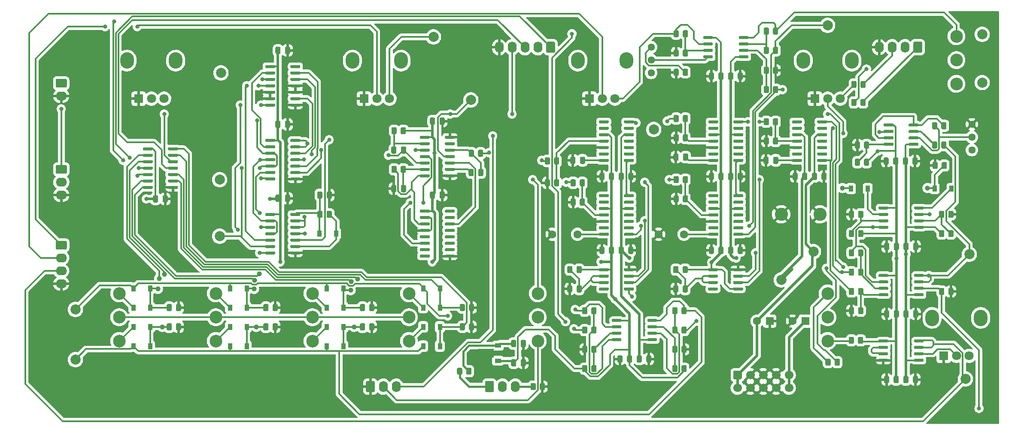
<source format=gbl>
G04 #@! TF.GenerationSoftware,KiCad,Pcbnew,6.0.5+dfsg-1~bpo11+1*
G04 #@! TF.CreationDate,2022-07-22T17:40:23+00:00*
G04 #@! TF.ProjectId,ribbon_board,72696262-6f6e-45f6-926f-6172642e6b69,0*
G04 #@! TF.SameCoordinates,Original*
G04 #@! TF.FileFunction,Copper,L2,Bot*
G04 #@! TF.FilePolarity,Positive*
%FSLAX46Y46*%
G04 Gerber Fmt 4.6, Leading zero omitted, Abs format (unit mm)*
G04 Created by KiCad (PCBNEW 6.0.5+dfsg-1~bpo11+1) date 2022-07-22 17:40:23*
%MOMM*%
%LPD*%
G01*
G04 APERTURE LIST*
G04 #@! TA.AperFunction,ComponentPad*
%ADD10C,2.500000*%
G04 #@! TD*
G04 #@! TA.AperFunction,ComponentPad*
%ADD11O,2.720000X3.240000*%
G04 #@! TD*
G04 #@! TA.AperFunction,ComponentPad*
%ADD12R,1.800000X1.800000*%
G04 #@! TD*
G04 #@! TA.AperFunction,ComponentPad*
%ADD13C,1.800000*%
G04 #@! TD*
G04 #@! TA.AperFunction,ComponentPad*
%ADD14O,1.740000X2.190000*%
G04 #@! TD*
G04 #@! TA.AperFunction,SMDPad,CuDef*
%ADD15R,0.900000X1.200000*%
G04 #@! TD*
G04 #@! TA.AperFunction,ComponentPad*
%ADD16C,2.000000*%
G04 #@! TD*
G04 #@! TA.AperFunction,ComponentPad*
%ADD17O,2.190000X1.740000*%
G04 #@! TD*
G04 #@! TA.AperFunction,ComponentPad*
%ADD18C,1.600000*%
G04 #@! TD*
G04 #@! TA.AperFunction,ComponentPad*
%ADD19R,1.600000X1.600000*%
G04 #@! TD*
G04 #@! TA.AperFunction,ComponentPad*
%ADD20C,2.600000*%
G04 #@! TD*
G04 #@! TA.AperFunction,ComponentPad*
%ADD21C,1.440000*%
G04 #@! TD*
G04 #@! TA.AperFunction,ComponentPad*
%ADD22C,1.700000*%
G04 #@! TD*
G04 #@! TA.AperFunction,SMDPad,CuDef*
%ADD23R,1.300000X0.900000*%
G04 #@! TD*
G04 #@! TA.AperFunction,ViaPad*
%ADD24C,0.800000*%
G04 #@! TD*
G04 #@! TA.AperFunction,ViaPad*
%ADD25C,1.000000*%
G04 #@! TD*
G04 #@! TA.AperFunction,Conductor*
%ADD26C,0.300000*%
G04 #@! TD*
G04 #@! TA.AperFunction,Conductor*
%ADD27C,0.500000*%
G04 #@! TD*
G04 #@! TA.AperFunction,Conductor*
%ADD28C,0.400000*%
G04 #@! TD*
G04 APERTURE END LIST*
D10*
X69850000Y-119000000D03*
X69850000Y-114300000D03*
X69850000Y-109600000D03*
D11*
X160300000Y-63620000D03*
X169900000Y-63620000D03*
D12*
X162600000Y-71120000D03*
D13*
X165100000Y-71120000D03*
X167600000Y-71120000D03*
D11*
X204750000Y-63620000D03*
X214350000Y-63620000D03*
D12*
X207050000Y-71120000D03*
D13*
X209550000Y-71120000D03*
X212050000Y-71120000D03*
D11*
X81000000Y-63620000D03*
X71400000Y-63620000D03*
D12*
X73700000Y-71120000D03*
D13*
X76200000Y-71120000D03*
X78700000Y-71120000D03*
D10*
X152400000Y-119000000D03*
X152400000Y-114300000D03*
X152400000Y-109600000D03*
X209550000Y-119000000D03*
X209550000Y-114300000D03*
X209550000Y-109600000D03*
X107950000Y-119000000D03*
X107950000Y-114300000D03*
X107950000Y-109600000D03*
D11*
X125450000Y-63620000D03*
X115850000Y-63620000D03*
D12*
X118150000Y-71120000D03*
D13*
X120650000Y-71120000D03*
X123150000Y-71120000D03*
D10*
X88900000Y-119000000D03*
X88900000Y-114300000D03*
X88900000Y-109600000D03*
X127000000Y-119000000D03*
X127000000Y-114300000D03*
X127000000Y-109600000D03*
X234950000Y-68200000D03*
X234950000Y-63500000D03*
X234950000Y-58800000D03*
D11*
X230150000Y-114430000D03*
X239750000Y-114430000D03*
D12*
X232450000Y-121930000D03*
D13*
X234950000Y-121930000D03*
X237450000Y-121930000D03*
G04 #@! TA.AperFunction,SMDPad,CuDef*
G36*
G01*
X209349000Y-86012000D02*
X209349000Y-86962000D01*
G75*
G02*
X209099000Y-87212000I-250000J0D01*
G01*
X208599000Y-87212000D01*
G75*
G02*
X208349000Y-86962000I0J250000D01*
G01*
X208349000Y-86012000D01*
G75*
G02*
X208599000Y-85762000I250000J0D01*
G01*
X209099000Y-85762000D01*
G75*
G02*
X209349000Y-86012000I0J-250000D01*
G01*
G37*
G04 #@! TD.AperFunction*
G04 #@! TA.AperFunction,SMDPad,CuDef*
G36*
G01*
X207449000Y-86012000D02*
X207449000Y-86962000D01*
G75*
G02*
X207199000Y-87212000I-250000J0D01*
G01*
X206699000Y-87212000D01*
G75*
G02*
X206449000Y-86962000I0J250000D01*
G01*
X206449000Y-86012000D01*
G75*
G02*
X206699000Y-85762000I250000J0D01*
G01*
X207199000Y-85762000D01*
G75*
G02*
X207449000Y-86012000I0J-250000D01*
G01*
G37*
G04 #@! TD.AperFunction*
G04 #@! TA.AperFunction,ComponentPad*
G36*
G01*
X142005000Y-128841000D02*
X142005000Y-127151000D01*
G75*
G02*
X142255000Y-126901000I250000J0D01*
G01*
X143495000Y-126901000D01*
G75*
G02*
X143745000Y-127151000I0J-250000D01*
G01*
X143745000Y-128841000D01*
G75*
G02*
X143495000Y-129091000I-250000J0D01*
G01*
X142255000Y-129091000D01*
G75*
G02*
X142005000Y-128841000I0J250000D01*
G01*
G37*
G04 #@! TD.AperFunction*
D14*
X145415000Y-127996000D03*
X147955000Y-127996000D03*
D15*
X94995000Y-108585000D03*
X91695000Y-108585000D03*
G04 #@! TA.AperFunction,SMDPad,CuDef*
G36*
G01*
X199824000Y-82837000D02*
X199824000Y-83787000D01*
G75*
G02*
X199574000Y-84037000I-250000J0D01*
G01*
X199074000Y-84037000D01*
G75*
G02*
X198824000Y-83787000I0J250000D01*
G01*
X198824000Y-82837000D01*
G75*
G02*
X199074000Y-82587000I250000J0D01*
G01*
X199574000Y-82587000D01*
G75*
G02*
X199824000Y-82837000I0J-250000D01*
G01*
G37*
G04 #@! TD.AperFunction*
G04 #@! TA.AperFunction,SMDPad,CuDef*
G36*
G01*
X197924000Y-82837000D02*
X197924000Y-83787000D01*
G75*
G02*
X197674000Y-84037000I-250000J0D01*
G01*
X197174000Y-84037000D01*
G75*
G02*
X196924000Y-83787000I0J250000D01*
G01*
X196924000Y-82837000D01*
G75*
G02*
X197174000Y-82587000I250000J0D01*
G01*
X197674000Y-82587000D01*
G75*
G02*
X197924000Y-82837000I0J-250000D01*
G01*
G37*
G04 #@! TD.AperFunction*
G04 #@! TA.AperFunction,SMDPad,CuDef*
G36*
G01*
X139323500Y-124518000D02*
X139323500Y-125418000D01*
G75*
G02*
X139073500Y-125668000I-250000J0D01*
G01*
X138548500Y-125668000D01*
G75*
G02*
X138298500Y-125418000I0J250000D01*
G01*
X138298500Y-124518000D01*
G75*
G02*
X138548500Y-124268000I250000J0D01*
G01*
X139073500Y-124268000D01*
G75*
G02*
X139323500Y-124518000I0J-250000D01*
G01*
G37*
G04 #@! TD.AperFunction*
G04 #@! TA.AperFunction,SMDPad,CuDef*
G36*
G01*
X137498500Y-124518000D02*
X137498500Y-125418000D01*
G75*
G02*
X137248500Y-125668000I-250000J0D01*
G01*
X136723500Y-125668000D01*
G75*
G02*
X136473500Y-125418000I0J250000D01*
G01*
X136473500Y-124518000D01*
G75*
G02*
X136723500Y-124268000I250000J0D01*
G01*
X137248500Y-124268000D01*
G75*
G02*
X137498500Y-124518000I0J-250000D01*
G01*
G37*
G04 #@! TD.AperFunction*
X214151000Y-88900000D03*
X217451000Y-88900000D03*
X230661000Y-88900000D03*
X233961000Y-88900000D03*
G04 #@! TA.AperFunction,SMDPad,CuDef*
G36*
G01*
X216591000Y-97340000D02*
X216591000Y-98240000D01*
G75*
G02*
X216341000Y-98490000I-250000J0D01*
G01*
X215816000Y-98490000D01*
G75*
G02*
X215566000Y-98240000I0J250000D01*
G01*
X215566000Y-97340000D01*
G75*
G02*
X215816000Y-97090000I250000J0D01*
G01*
X216341000Y-97090000D01*
G75*
G02*
X216591000Y-97340000I0J-250000D01*
G01*
G37*
G04 #@! TD.AperFunction*
G04 #@! TA.AperFunction,SMDPad,CuDef*
G36*
G01*
X214766000Y-97340000D02*
X214766000Y-98240000D01*
G75*
G02*
X214516000Y-98490000I-250000J0D01*
G01*
X213991000Y-98490000D01*
G75*
G02*
X213741000Y-98240000I0J250000D01*
G01*
X213741000Y-97340000D01*
G75*
G02*
X213991000Y-97090000I250000J0D01*
G01*
X214516000Y-97090000D01*
G75*
G02*
X214766000Y-97340000I0J-250000D01*
G01*
G37*
G04 #@! TD.AperFunction*
X133095000Y-116205000D03*
X129795000Y-116205000D03*
G04 #@! TA.AperFunction,SMDPad,CuDef*
G36*
G01*
X189029000Y-66200000D02*
X189029000Y-67150000D01*
G75*
G02*
X188779000Y-67400000I-250000J0D01*
G01*
X188279000Y-67400000D01*
G75*
G02*
X188029000Y-67150000I0J250000D01*
G01*
X188029000Y-66200000D01*
G75*
G02*
X188279000Y-65950000I250000J0D01*
G01*
X188779000Y-65950000D01*
G75*
G02*
X189029000Y-66200000I0J-250000D01*
G01*
G37*
G04 #@! TD.AperFunction*
G04 #@! TA.AperFunction,SMDPad,CuDef*
G36*
G01*
X187129000Y-66200000D02*
X187129000Y-67150000D01*
G75*
G02*
X186879000Y-67400000I-250000J0D01*
G01*
X186379000Y-67400000D01*
G75*
G02*
X186129000Y-67150000I0J250000D01*
G01*
X186129000Y-66200000D01*
G75*
G02*
X186379000Y-65950000I250000J0D01*
G01*
X186879000Y-65950000D01*
G75*
G02*
X187129000Y-66200000I0J-250000D01*
G01*
G37*
G04 #@! TD.AperFunction*
D16*
X61214000Y-122682000D03*
X240030000Y-58420000D03*
D15*
X94995000Y-120015000D03*
X91695000Y-120015000D03*
G04 #@! TA.AperFunction,SMDPad,CuDef*
G36*
G01*
X216591000Y-93530000D02*
X216591000Y-94430000D01*
G75*
G02*
X216341000Y-94680000I-250000J0D01*
G01*
X215816000Y-94680000D01*
G75*
G02*
X215566000Y-94430000I0J250000D01*
G01*
X215566000Y-93530000D01*
G75*
G02*
X215816000Y-93280000I250000J0D01*
G01*
X216341000Y-93280000D01*
G75*
G02*
X216591000Y-93530000I0J-250000D01*
G01*
G37*
G04 #@! TD.AperFunction*
G04 #@! TA.AperFunction,SMDPad,CuDef*
G36*
G01*
X214766000Y-93530000D02*
X214766000Y-94430000D01*
G75*
G02*
X214516000Y-94680000I-250000J0D01*
G01*
X213991000Y-94680000D01*
G75*
G02*
X213741000Y-94430000I0J250000D01*
G01*
X213741000Y-93530000D01*
G75*
G02*
X213991000Y-93280000I250000J0D01*
G01*
X214516000Y-93280000D01*
G75*
G02*
X214766000Y-93530000I0J-250000D01*
G01*
G37*
G04 #@! TD.AperFunction*
G04 #@! TA.AperFunction,ComponentPad*
G36*
G01*
X57575000Y-99206000D02*
X59265000Y-99206000D01*
G75*
G02*
X59515000Y-99456000I0J-250000D01*
G01*
X59515000Y-100696000D01*
G75*
G02*
X59265000Y-100946000I-250000J0D01*
G01*
X57575000Y-100946000D01*
G75*
G02*
X57325000Y-100696000I0J250000D01*
G01*
X57325000Y-99456000D01*
G75*
G02*
X57575000Y-99206000I250000J0D01*
G01*
G37*
G04 #@! TD.AperFunction*
D17*
X58420000Y-102616000D03*
X58420000Y-105156000D03*
X58420000Y-107696000D03*
G04 #@! TA.AperFunction,SMDPad,CuDef*
G36*
G01*
X163985000Y-124010000D02*
X163985000Y-124910000D01*
G75*
G02*
X163735000Y-125160000I-250000J0D01*
G01*
X163210000Y-125160000D01*
G75*
G02*
X162960000Y-124910000I0J250000D01*
G01*
X162960000Y-124010000D01*
G75*
G02*
X163210000Y-123760000I250000J0D01*
G01*
X163735000Y-123760000D01*
G75*
G02*
X163985000Y-124010000I0J-250000D01*
G01*
G37*
G04 #@! TD.AperFunction*
G04 #@! TA.AperFunction,SMDPad,CuDef*
G36*
G01*
X162160000Y-124010000D02*
X162160000Y-124910000D01*
G75*
G02*
X161910000Y-125160000I-250000J0D01*
G01*
X161385000Y-125160000D01*
G75*
G02*
X161135000Y-124910000I0J250000D01*
G01*
X161135000Y-124010000D01*
G75*
G02*
X161385000Y-123760000I250000J0D01*
G01*
X161910000Y-123760000D01*
G75*
G02*
X162160000Y-124010000I0J-250000D01*
G01*
G37*
G04 #@! TD.AperFunction*
G04 #@! TA.AperFunction,SMDPad,CuDef*
G36*
G01*
X161724000Y-82837000D02*
X161724000Y-83787000D01*
G75*
G02*
X161474000Y-84037000I-250000J0D01*
G01*
X160974000Y-84037000D01*
G75*
G02*
X160724000Y-83787000I0J250000D01*
G01*
X160724000Y-82837000D01*
G75*
G02*
X160974000Y-82587000I250000J0D01*
G01*
X161474000Y-82587000D01*
G75*
G02*
X161724000Y-82837000I0J-250000D01*
G01*
G37*
G04 #@! TD.AperFunction*
G04 #@! TA.AperFunction,SMDPad,CuDef*
G36*
G01*
X159824000Y-82837000D02*
X159824000Y-83787000D01*
G75*
G02*
X159574000Y-84037000I-250000J0D01*
G01*
X159074000Y-84037000D01*
G75*
G02*
X158824000Y-83787000I0J250000D01*
G01*
X158824000Y-82837000D01*
G75*
G02*
X159074000Y-82587000I250000J0D01*
G01*
X159574000Y-82587000D01*
G75*
G02*
X159824000Y-82837000I0J-250000D01*
G01*
G37*
G04 #@! TD.AperFunction*
G04 #@! TA.AperFunction,SMDPad,CuDef*
G36*
G01*
X230143000Y-76932000D02*
X230143000Y-76032000D01*
G75*
G02*
X230393000Y-75782000I250000J0D01*
G01*
X230918000Y-75782000D01*
G75*
G02*
X231168000Y-76032000I0J-250000D01*
G01*
X231168000Y-76932000D01*
G75*
G02*
X230918000Y-77182000I-250000J0D01*
G01*
X230393000Y-77182000D01*
G75*
G02*
X230143000Y-76932000I0J250000D01*
G01*
G37*
G04 #@! TD.AperFunction*
G04 #@! TA.AperFunction,SMDPad,CuDef*
G36*
G01*
X231968000Y-76932000D02*
X231968000Y-76032000D01*
G75*
G02*
X232218000Y-75782000I250000J0D01*
G01*
X232743000Y-75782000D01*
G75*
G02*
X232993000Y-76032000I0J-250000D01*
G01*
X232993000Y-76932000D01*
G75*
G02*
X232743000Y-77182000I-250000J0D01*
G01*
X232218000Y-77182000D01*
G75*
G02*
X231968000Y-76932000I0J250000D01*
G01*
G37*
G04 #@! TD.AperFunction*
D15*
X94995000Y-116205000D03*
X91695000Y-116205000D03*
G04 #@! TA.AperFunction,SMDPad,CuDef*
G36*
G01*
X196949000Y-76142000D02*
X196949000Y-75242000D01*
G75*
G02*
X197199000Y-74992000I250000J0D01*
G01*
X197724000Y-74992000D01*
G75*
G02*
X197974000Y-75242000I0J-250000D01*
G01*
X197974000Y-76142000D01*
G75*
G02*
X197724000Y-76392000I-250000J0D01*
G01*
X197199000Y-76392000D01*
G75*
G02*
X196949000Y-76142000I0J250000D01*
G01*
G37*
G04 #@! TD.AperFunction*
G04 #@! TA.AperFunction,SMDPad,CuDef*
G36*
G01*
X198774000Y-76142000D02*
X198774000Y-75242000D01*
G75*
G02*
X199024000Y-74992000I250000J0D01*
G01*
X199549000Y-74992000D01*
G75*
G02*
X199799000Y-75242000I0J-250000D01*
G01*
X199799000Y-76142000D01*
G75*
G02*
X199549000Y-76392000I-250000J0D01*
G01*
X199024000Y-76392000D01*
G75*
G02*
X198774000Y-76142000I0J250000D01*
G01*
G37*
G04 #@! TD.AperFunction*
G04 #@! TA.AperFunction,SMDPad,CuDef*
G36*
G01*
X178915000Y-124910000D02*
X178915000Y-124010000D01*
G75*
G02*
X179165000Y-123760000I250000J0D01*
G01*
X179690000Y-123760000D01*
G75*
G02*
X179940000Y-124010000I0J-250000D01*
G01*
X179940000Y-124910000D01*
G75*
G02*
X179690000Y-125160000I-250000J0D01*
G01*
X179165000Y-125160000D01*
G75*
G02*
X178915000Y-124910000I0J250000D01*
G01*
G37*
G04 #@! TD.AperFunction*
G04 #@! TA.AperFunction,SMDPad,CuDef*
G36*
G01*
X180740000Y-124910000D02*
X180740000Y-124010000D01*
G75*
G02*
X180990000Y-123760000I250000J0D01*
G01*
X181515000Y-123760000D01*
G75*
G02*
X181765000Y-124010000I0J-250000D01*
G01*
X181765000Y-124910000D01*
G75*
G02*
X181515000Y-125160000I-250000J0D01*
G01*
X180990000Y-125160000D01*
G75*
G02*
X180740000Y-124910000I0J250000D01*
G01*
G37*
G04 #@! TD.AperFunction*
G04 #@! TA.AperFunction,SMDPad,CuDef*
G36*
G01*
X167439000Y-86012000D02*
X167439000Y-86962000D01*
G75*
G02*
X167189000Y-87212000I-250000J0D01*
G01*
X166689000Y-87212000D01*
G75*
G02*
X166439000Y-86962000I0J250000D01*
G01*
X166439000Y-86012000D01*
G75*
G02*
X166689000Y-85762000I250000J0D01*
G01*
X167189000Y-85762000D01*
G75*
G02*
X167439000Y-86012000I0J-250000D01*
G01*
G37*
G04 #@! TD.AperFunction*
G04 #@! TA.AperFunction,SMDPad,CuDef*
G36*
G01*
X165539000Y-86012000D02*
X165539000Y-86962000D01*
G75*
G02*
X165289000Y-87212000I-250000J0D01*
G01*
X164789000Y-87212000D01*
G75*
G02*
X164539000Y-86962000I0J250000D01*
G01*
X164539000Y-86012000D01*
G75*
G02*
X164789000Y-85762000I250000J0D01*
G01*
X165289000Y-85762000D01*
G75*
G02*
X165539000Y-86012000I0J-250000D01*
G01*
G37*
G04 #@! TD.AperFunction*
G04 #@! TA.AperFunction,SMDPad,CuDef*
G36*
G01*
X216591000Y-112580000D02*
X216591000Y-113480000D01*
G75*
G02*
X216341000Y-113730000I-250000J0D01*
G01*
X215816000Y-113730000D01*
G75*
G02*
X215566000Y-113480000I0J250000D01*
G01*
X215566000Y-112580000D01*
G75*
G02*
X215816000Y-112330000I250000J0D01*
G01*
X216341000Y-112330000D01*
G75*
G02*
X216591000Y-112580000I0J-250000D01*
G01*
G37*
G04 #@! TD.AperFunction*
G04 #@! TA.AperFunction,SMDPad,CuDef*
G36*
G01*
X214766000Y-112580000D02*
X214766000Y-113480000D01*
G75*
G02*
X214516000Y-113730000I-250000J0D01*
G01*
X213991000Y-113730000D01*
G75*
G02*
X213741000Y-113480000I0J250000D01*
G01*
X213741000Y-112580000D01*
G75*
G02*
X213991000Y-112330000I250000J0D01*
G01*
X214516000Y-112330000D01*
G75*
G02*
X214766000Y-112580000I0J-250000D01*
G01*
G37*
G04 #@! TD.AperFunction*
D18*
X160234000Y-97917000D03*
X155234000Y-97917000D03*
G04 #@! TA.AperFunction,SMDPad,CuDef*
G36*
G01*
X227303000Y-82992000D02*
X227303000Y-83942000D01*
G75*
G02*
X227053000Y-84192000I-250000J0D01*
G01*
X226553000Y-84192000D01*
G75*
G02*
X226303000Y-83942000I0J250000D01*
G01*
X226303000Y-82992000D01*
G75*
G02*
X226553000Y-82742000I250000J0D01*
G01*
X227053000Y-82742000D01*
G75*
G02*
X227303000Y-82992000I0J-250000D01*
G01*
G37*
G04 #@! TD.AperFunction*
G04 #@! TA.AperFunction,SMDPad,CuDef*
G36*
G01*
X225403000Y-82992000D02*
X225403000Y-83942000D01*
G75*
G02*
X225153000Y-84192000I-250000J0D01*
G01*
X224653000Y-84192000D01*
G75*
G02*
X224403000Y-83942000I0J250000D01*
G01*
X224403000Y-82992000D01*
G75*
G02*
X224653000Y-82742000I250000J0D01*
G01*
X225153000Y-82742000D01*
G75*
G02*
X225403000Y-82992000I0J-250000D01*
G01*
G37*
G04 #@! TD.AperFunction*
G04 #@! TA.AperFunction,SMDPad,CuDef*
G36*
G01*
X213741000Y-105860000D02*
X213741000Y-104960000D01*
G75*
G02*
X213991000Y-104710000I250000J0D01*
G01*
X214516000Y-104710000D01*
G75*
G02*
X214766000Y-104960000I0J-250000D01*
G01*
X214766000Y-105860000D01*
G75*
G02*
X214516000Y-106110000I-250000J0D01*
G01*
X213991000Y-106110000D01*
G75*
G02*
X213741000Y-105860000I0J250000D01*
G01*
G37*
G04 #@! TD.AperFunction*
G04 #@! TA.AperFunction,SMDPad,CuDef*
G36*
G01*
X215566000Y-105860000D02*
X215566000Y-104960000D01*
G75*
G02*
X215816000Y-104710000I250000J0D01*
G01*
X216341000Y-104710000D01*
G75*
G02*
X216591000Y-104960000I0J-250000D01*
G01*
X216591000Y-105860000D01*
G75*
G02*
X216341000Y-106110000I-250000J0D01*
G01*
X215816000Y-106110000D01*
G75*
G02*
X215566000Y-105860000I0J250000D01*
G01*
G37*
G04 #@! TD.AperFunction*
G04 #@! TA.AperFunction,SMDPad,CuDef*
G36*
G01*
X117320000Y-112845000D02*
X117320000Y-111945000D01*
G75*
G02*
X117570000Y-111695000I250000J0D01*
G01*
X118095000Y-111695000D01*
G75*
G02*
X118345000Y-111945000I0J-250000D01*
G01*
X118345000Y-112845000D01*
G75*
G02*
X118095000Y-113095000I-250000J0D01*
G01*
X117570000Y-113095000D01*
G75*
G02*
X117320000Y-112845000I0J250000D01*
G01*
G37*
G04 #@! TD.AperFunction*
G04 #@! TA.AperFunction,SMDPad,CuDef*
G36*
G01*
X119145000Y-112845000D02*
X119145000Y-111945000D01*
G75*
G02*
X119395000Y-111695000I250000J0D01*
G01*
X119920000Y-111695000D01*
G75*
G02*
X120170000Y-111945000I0J-250000D01*
G01*
X120170000Y-112845000D01*
G75*
G02*
X119920000Y-113095000I-250000J0D01*
G01*
X119395000Y-113095000D01*
G75*
G02*
X119145000Y-112845000I0J250000D01*
G01*
G37*
G04 #@! TD.AperFunction*
G04 #@! TA.AperFunction,SMDPad,CuDef*
G36*
G01*
X178915000Y-113480000D02*
X178915000Y-112580000D01*
G75*
G02*
X179165000Y-112330000I250000J0D01*
G01*
X179690000Y-112330000D01*
G75*
G02*
X179940000Y-112580000I0J-250000D01*
G01*
X179940000Y-113480000D01*
G75*
G02*
X179690000Y-113730000I-250000J0D01*
G01*
X179165000Y-113730000D01*
G75*
G02*
X178915000Y-113480000I0J250000D01*
G01*
G37*
G04 #@! TD.AperFunction*
G04 #@! TA.AperFunction,SMDPad,CuDef*
G36*
G01*
X180740000Y-113480000D02*
X180740000Y-112580000D01*
G75*
G02*
X180990000Y-112330000I250000J0D01*
G01*
X181515000Y-112330000D01*
G75*
G02*
X181765000Y-112580000I0J-250000D01*
G01*
X181765000Y-113480000D01*
G75*
G02*
X181515000Y-113730000I-250000J0D01*
G01*
X180990000Y-113730000D01*
G75*
G02*
X180740000Y-113480000I0J250000D01*
G01*
G37*
G04 #@! TD.AperFunction*
G04 #@! TA.AperFunction,SMDPad,CuDef*
G36*
G01*
X227411000Y-113190000D02*
X227411000Y-114140000D01*
G75*
G02*
X227161000Y-114390000I-250000J0D01*
G01*
X226661000Y-114390000D01*
G75*
G02*
X226411000Y-114140000I0J250000D01*
G01*
X226411000Y-113190000D01*
G75*
G02*
X226661000Y-112940000I250000J0D01*
G01*
X227161000Y-112940000D01*
G75*
G02*
X227411000Y-113190000I0J-250000D01*
G01*
G37*
G04 #@! TD.AperFunction*
G04 #@! TA.AperFunction,SMDPad,CuDef*
G36*
G01*
X225511000Y-113190000D02*
X225511000Y-114140000D01*
G75*
G02*
X225261000Y-114390000I-250000J0D01*
G01*
X224761000Y-114390000D01*
G75*
G02*
X224511000Y-114140000I0J250000D01*
G01*
X224511000Y-113190000D01*
G75*
G02*
X224761000Y-112940000I250000J0D01*
G01*
X225261000Y-112940000D01*
G75*
G02*
X225511000Y-113190000I0J-250000D01*
G01*
G37*
G04 #@! TD.AperFunction*
D15*
X75945000Y-120015000D03*
X72645000Y-120015000D03*
G04 #@! TA.AperFunction,SMDPad,CuDef*
G36*
G01*
X181765000Y-120200000D02*
X181765000Y-121100000D01*
G75*
G02*
X181515000Y-121350000I-250000J0D01*
G01*
X180990000Y-121350000D01*
G75*
G02*
X180740000Y-121100000I0J250000D01*
G01*
X180740000Y-120200000D01*
G75*
G02*
X180990000Y-119950000I250000J0D01*
G01*
X181515000Y-119950000D01*
G75*
G02*
X181765000Y-120200000I0J-250000D01*
G01*
G37*
G04 #@! TD.AperFunction*
G04 #@! TA.AperFunction,SMDPad,CuDef*
G36*
G01*
X179940000Y-120200000D02*
X179940000Y-121100000D01*
G75*
G02*
X179690000Y-121350000I-250000J0D01*
G01*
X179165000Y-121350000D01*
G75*
G02*
X178915000Y-121100000I0J250000D01*
G01*
X178915000Y-120200000D01*
G75*
G02*
X179165000Y-119950000I250000J0D01*
G01*
X179690000Y-119950000D01*
G75*
G02*
X179940000Y-120200000I0J-250000D01*
G01*
G37*
G04 #@! TD.AperFunction*
G04 #@! TA.AperFunction,SMDPad,CuDef*
G36*
G01*
X105558000Y-79225000D02*
X105558000Y-79525000D01*
G75*
G02*
X105408000Y-79675000I-150000J0D01*
G01*
X103758000Y-79675000D01*
G75*
G02*
X103608000Y-79525000I0J150000D01*
G01*
X103608000Y-79225000D01*
G75*
G02*
X103758000Y-79075000I150000J0D01*
G01*
X105408000Y-79075000D01*
G75*
G02*
X105558000Y-79225000I0J-150000D01*
G01*
G37*
G04 #@! TD.AperFunction*
G04 #@! TA.AperFunction,SMDPad,CuDef*
G36*
G01*
X105558000Y-80495000D02*
X105558000Y-80795000D01*
G75*
G02*
X105408000Y-80945000I-150000J0D01*
G01*
X103758000Y-80945000D01*
G75*
G02*
X103608000Y-80795000I0J150000D01*
G01*
X103608000Y-80495000D01*
G75*
G02*
X103758000Y-80345000I150000J0D01*
G01*
X105408000Y-80345000D01*
G75*
G02*
X105558000Y-80495000I0J-150000D01*
G01*
G37*
G04 #@! TD.AperFunction*
G04 #@! TA.AperFunction,SMDPad,CuDef*
G36*
G01*
X105558000Y-81765000D02*
X105558000Y-82065000D01*
G75*
G02*
X105408000Y-82215000I-150000J0D01*
G01*
X103758000Y-82215000D01*
G75*
G02*
X103608000Y-82065000I0J150000D01*
G01*
X103608000Y-81765000D01*
G75*
G02*
X103758000Y-81615000I150000J0D01*
G01*
X105408000Y-81615000D01*
G75*
G02*
X105558000Y-81765000I0J-150000D01*
G01*
G37*
G04 #@! TD.AperFunction*
G04 #@! TA.AperFunction,SMDPad,CuDef*
G36*
G01*
X105558000Y-83035000D02*
X105558000Y-83335000D01*
G75*
G02*
X105408000Y-83485000I-150000J0D01*
G01*
X103758000Y-83485000D01*
G75*
G02*
X103608000Y-83335000I0J150000D01*
G01*
X103608000Y-83035000D01*
G75*
G02*
X103758000Y-82885000I150000J0D01*
G01*
X105408000Y-82885000D01*
G75*
G02*
X105558000Y-83035000I0J-150000D01*
G01*
G37*
G04 #@! TD.AperFunction*
G04 #@! TA.AperFunction,SMDPad,CuDef*
G36*
G01*
X105558000Y-84305000D02*
X105558000Y-84605000D01*
G75*
G02*
X105408000Y-84755000I-150000J0D01*
G01*
X103758000Y-84755000D01*
G75*
G02*
X103608000Y-84605000I0J150000D01*
G01*
X103608000Y-84305000D01*
G75*
G02*
X103758000Y-84155000I150000J0D01*
G01*
X105408000Y-84155000D01*
G75*
G02*
X105558000Y-84305000I0J-150000D01*
G01*
G37*
G04 #@! TD.AperFunction*
G04 #@! TA.AperFunction,SMDPad,CuDef*
G36*
G01*
X105558000Y-85575000D02*
X105558000Y-85875000D01*
G75*
G02*
X105408000Y-86025000I-150000J0D01*
G01*
X103758000Y-86025000D01*
G75*
G02*
X103608000Y-85875000I0J150000D01*
G01*
X103608000Y-85575000D01*
G75*
G02*
X103758000Y-85425000I150000J0D01*
G01*
X105408000Y-85425000D01*
G75*
G02*
X105558000Y-85575000I0J-150000D01*
G01*
G37*
G04 #@! TD.AperFunction*
G04 #@! TA.AperFunction,SMDPad,CuDef*
G36*
G01*
X105558000Y-86845000D02*
X105558000Y-87145000D01*
G75*
G02*
X105408000Y-87295000I-150000J0D01*
G01*
X103758000Y-87295000D01*
G75*
G02*
X103608000Y-87145000I0J150000D01*
G01*
X103608000Y-86845000D01*
G75*
G02*
X103758000Y-86695000I150000J0D01*
G01*
X105408000Y-86695000D01*
G75*
G02*
X105558000Y-86845000I0J-150000D01*
G01*
G37*
G04 #@! TD.AperFunction*
G04 #@! TA.AperFunction,SMDPad,CuDef*
G36*
G01*
X100608000Y-86845000D02*
X100608000Y-87145000D01*
G75*
G02*
X100458000Y-87295000I-150000J0D01*
G01*
X98808000Y-87295000D01*
G75*
G02*
X98658000Y-87145000I0J150000D01*
G01*
X98658000Y-86845000D01*
G75*
G02*
X98808000Y-86695000I150000J0D01*
G01*
X100458000Y-86695000D01*
G75*
G02*
X100608000Y-86845000I0J-150000D01*
G01*
G37*
G04 #@! TD.AperFunction*
G04 #@! TA.AperFunction,SMDPad,CuDef*
G36*
G01*
X100608000Y-85575000D02*
X100608000Y-85875000D01*
G75*
G02*
X100458000Y-86025000I-150000J0D01*
G01*
X98808000Y-86025000D01*
G75*
G02*
X98658000Y-85875000I0J150000D01*
G01*
X98658000Y-85575000D01*
G75*
G02*
X98808000Y-85425000I150000J0D01*
G01*
X100458000Y-85425000D01*
G75*
G02*
X100608000Y-85575000I0J-150000D01*
G01*
G37*
G04 #@! TD.AperFunction*
G04 #@! TA.AperFunction,SMDPad,CuDef*
G36*
G01*
X100608000Y-84305000D02*
X100608000Y-84605000D01*
G75*
G02*
X100458000Y-84755000I-150000J0D01*
G01*
X98808000Y-84755000D01*
G75*
G02*
X98658000Y-84605000I0J150000D01*
G01*
X98658000Y-84305000D01*
G75*
G02*
X98808000Y-84155000I150000J0D01*
G01*
X100458000Y-84155000D01*
G75*
G02*
X100608000Y-84305000I0J-150000D01*
G01*
G37*
G04 #@! TD.AperFunction*
G04 #@! TA.AperFunction,SMDPad,CuDef*
G36*
G01*
X100608000Y-83035000D02*
X100608000Y-83335000D01*
G75*
G02*
X100458000Y-83485000I-150000J0D01*
G01*
X98808000Y-83485000D01*
G75*
G02*
X98658000Y-83335000I0J150000D01*
G01*
X98658000Y-83035000D01*
G75*
G02*
X98808000Y-82885000I150000J0D01*
G01*
X100458000Y-82885000D01*
G75*
G02*
X100608000Y-83035000I0J-150000D01*
G01*
G37*
G04 #@! TD.AperFunction*
G04 #@! TA.AperFunction,SMDPad,CuDef*
G36*
G01*
X100608000Y-81765000D02*
X100608000Y-82065000D01*
G75*
G02*
X100458000Y-82215000I-150000J0D01*
G01*
X98808000Y-82215000D01*
G75*
G02*
X98658000Y-82065000I0J150000D01*
G01*
X98658000Y-81765000D01*
G75*
G02*
X98808000Y-81615000I150000J0D01*
G01*
X100458000Y-81615000D01*
G75*
G02*
X100608000Y-81765000I0J-150000D01*
G01*
G37*
G04 #@! TD.AperFunction*
G04 #@! TA.AperFunction,SMDPad,CuDef*
G36*
G01*
X100608000Y-80495000D02*
X100608000Y-80795000D01*
G75*
G02*
X100458000Y-80945000I-150000J0D01*
G01*
X98808000Y-80945000D01*
G75*
G02*
X98658000Y-80795000I0J150000D01*
G01*
X98658000Y-80495000D01*
G75*
G02*
X98808000Y-80345000I150000J0D01*
G01*
X100458000Y-80345000D01*
G75*
G02*
X100608000Y-80495000I0J-150000D01*
G01*
G37*
G04 #@! TD.AperFunction*
G04 #@! TA.AperFunction,SMDPad,CuDef*
G36*
G01*
X100608000Y-79225000D02*
X100608000Y-79525000D01*
G75*
G02*
X100458000Y-79675000I-150000J0D01*
G01*
X98808000Y-79675000D01*
G75*
G02*
X98658000Y-79525000I0J150000D01*
G01*
X98658000Y-79225000D01*
G75*
G02*
X98808000Y-79075000I150000J0D01*
G01*
X100458000Y-79075000D01*
G75*
G02*
X100608000Y-79225000I0J-150000D01*
G01*
G37*
G04 #@! TD.AperFunction*
G04 #@! TA.AperFunction,SMDPad,CuDef*
G36*
G01*
X211967500Y-122740000D02*
X211967500Y-123640000D01*
G75*
G02*
X211717500Y-123890000I-250000J0D01*
G01*
X211192500Y-123890000D01*
G75*
G02*
X210942500Y-123640000I0J250000D01*
G01*
X210942500Y-122740000D01*
G75*
G02*
X211192500Y-122490000I250000J0D01*
G01*
X211717500Y-122490000D01*
G75*
G02*
X211967500Y-122740000I0J-250000D01*
G01*
G37*
G04 #@! TD.AperFunction*
G04 #@! TA.AperFunction,SMDPad,CuDef*
G36*
G01*
X210142500Y-122740000D02*
X210142500Y-123640000D01*
G75*
G02*
X209892500Y-123890000I-250000J0D01*
G01*
X209367500Y-123890000D01*
G75*
G02*
X209117500Y-123640000I0J250000D01*
G01*
X209117500Y-122740000D01*
G75*
G02*
X209367500Y-122490000I250000J0D01*
G01*
X209892500Y-122490000D01*
G75*
G02*
X210142500Y-122740000I0J-250000D01*
G01*
G37*
G04 #@! TD.AperFunction*
X133095000Y-112395000D03*
X129795000Y-112395000D03*
D19*
X198120000Y-115062000D03*
D18*
X195620000Y-115062000D03*
D15*
X75945000Y-116205000D03*
X72645000Y-116205000D03*
G04 #@! TA.AperFunction,SMDPad,CuDef*
G36*
G01*
X138758000Y-86200000D02*
X138758000Y-85250000D01*
G75*
G02*
X139008000Y-85000000I250000J0D01*
G01*
X139508000Y-85000000D01*
G75*
G02*
X139758000Y-85250000I0J-250000D01*
G01*
X139758000Y-86200000D01*
G75*
G02*
X139508000Y-86450000I-250000J0D01*
G01*
X139008000Y-86450000D01*
G75*
G02*
X138758000Y-86200000I0J250000D01*
G01*
G37*
G04 #@! TD.AperFunction*
G04 #@! TA.AperFunction,SMDPad,CuDef*
G36*
G01*
X140658000Y-86200000D02*
X140658000Y-85250000D01*
G75*
G02*
X140908000Y-85000000I250000J0D01*
G01*
X141408000Y-85000000D01*
G75*
G02*
X141658000Y-85250000I0J-250000D01*
G01*
X141658000Y-86200000D01*
G75*
G02*
X141408000Y-86450000I-250000J0D01*
G01*
X140908000Y-86450000D01*
G75*
G02*
X140658000Y-86200000I0J250000D01*
G01*
G37*
G04 #@! TD.AperFunction*
G04 #@! TA.AperFunction,SMDPad,CuDef*
G36*
G01*
X153769000Y-83889000D02*
X153769000Y-82989000D01*
G75*
G02*
X154019000Y-82739000I250000J0D01*
G01*
X154544000Y-82739000D01*
G75*
G02*
X154794000Y-82989000I0J-250000D01*
G01*
X154794000Y-83889000D01*
G75*
G02*
X154544000Y-84139000I-250000J0D01*
G01*
X154019000Y-84139000D01*
G75*
G02*
X153769000Y-83889000I0J250000D01*
G01*
G37*
G04 #@! TD.AperFunction*
G04 #@! TA.AperFunction,SMDPad,CuDef*
G36*
G01*
X155594000Y-83889000D02*
X155594000Y-82989000D01*
G75*
G02*
X155844000Y-82739000I250000J0D01*
G01*
X156369000Y-82739000D01*
G75*
G02*
X156619000Y-82989000I0J-250000D01*
G01*
X156619000Y-83889000D01*
G75*
G02*
X156369000Y-84139000I-250000J0D01*
G01*
X155844000Y-84139000D01*
G75*
G02*
X155594000Y-83889000I0J250000D01*
G01*
G37*
G04 #@! TD.AperFunction*
G04 #@! TA.AperFunction,SMDPad,CuDef*
G36*
G01*
X227478000Y-76177000D02*
X227478000Y-76477000D01*
G75*
G02*
X227328000Y-76627000I-150000J0D01*
G01*
X225678000Y-76627000D01*
G75*
G02*
X225528000Y-76477000I0J150000D01*
G01*
X225528000Y-76177000D01*
G75*
G02*
X225678000Y-76027000I150000J0D01*
G01*
X227328000Y-76027000D01*
G75*
G02*
X227478000Y-76177000I0J-150000D01*
G01*
G37*
G04 #@! TD.AperFunction*
G04 #@! TA.AperFunction,SMDPad,CuDef*
G36*
G01*
X227478000Y-77447000D02*
X227478000Y-77747000D01*
G75*
G02*
X227328000Y-77897000I-150000J0D01*
G01*
X225678000Y-77897000D01*
G75*
G02*
X225528000Y-77747000I0J150000D01*
G01*
X225528000Y-77447000D01*
G75*
G02*
X225678000Y-77297000I150000J0D01*
G01*
X227328000Y-77297000D01*
G75*
G02*
X227478000Y-77447000I0J-150000D01*
G01*
G37*
G04 #@! TD.AperFunction*
G04 #@! TA.AperFunction,SMDPad,CuDef*
G36*
G01*
X227478000Y-78717000D02*
X227478000Y-79017000D01*
G75*
G02*
X227328000Y-79167000I-150000J0D01*
G01*
X225678000Y-79167000D01*
G75*
G02*
X225528000Y-79017000I0J150000D01*
G01*
X225528000Y-78717000D01*
G75*
G02*
X225678000Y-78567000I150000J0D01*
G01*
X227328000Y-78567000D01*
G75*
G02*
X227478000Y-78717000I0J-150000D01*
G01*
G37*
G04 #@! TD.AperFunction*
G04 #@! TA.AperFunction,SMDPad,CuDef*
G36*
G01*
X227478000Y-79987000D02*
X227478000Y-80287000D01*
G75*
G02*
X227328000Y-80437000I-150000J0D01*
G01*
X225678000Y-80437000D01*
G75*
G02*
X225528000Y-80287000I0J150000D01*
G01*
X225528000Y-79987000D01*
G75*
G02*
X225678000Y-79837000I150000J0D01*
G01*
X227328000Y-79837000D01*
G75*
G02*
X227478000Y-79987000I0J-150000D01*
G01*
G37*
G04 #@! TD.AperFunction*
G04 #@! TA.AperFunction,SMDPad,CuDef*
G36*
G01*
X222528000Y-79987000D02*
X222528000Y-80287000D01*
G75*
G02*
X222378000Y-80437000I-150000J0D01*
G01*
X220728000Y-80437000D01*
G75*
G02*
X220578000Y-80287000I0J150000D01*
G01*
X220578000Y-79987000D01*
G75*
G02*
X220728000Y-79837000I150000J0D01*
G01*
X222378000Y-79837000D01*
G75*
G02*
X222528000Y-79987000I0J-150000D01*
G01*
G37*
G04 #@! TD.AperFunction*
G04 #@! TA.AperFunction,SMDPad,CuDef*
G36*
G01*
X222528000Y-78717000D02*
X222528000Y-79017000D01*
G75*
G02*
X222378000Y-79167000I-150000J0D01*
G01*
X220728000Y-79167000D01*
G75*
G02*
X220578000Y-79017000I0J150000D01*
G01*
X220578000Y-78717000D01*
G75*
G02*
X220728000Y-78567000I150000J0D01*
G01*
X222378000Y-78567000D01*
G75*
G02*
X222528000Y-78717000I0J-150000D01*
G01*
G37*
G04 #@! TD.AperFunction*
G04 #@! TA.AperFunction,SMDPad,CuDef*
G36*
G01*
X222528000Y-77447000D02*
X222528000Y-77747000D01*
G75*
G02*
X222378000Y-77897000I-150000J0D01*
G01*
X220728000Y-77897000D01*
G75*
G02*
X220578000Y-77747000I0J150000D01*
G01*
X220578000Y-77447000D01*
G75*
G02*
X220728000Y-77297000I150000J0D01*
G01*
X222378000Y-77297000D01*
G75*
G02*
X222528000Y-77447000I0J-150000D01*
G01*
G37*
G04 #@! TD.AperFunction*
G04 #@! TA.AperFunction,SMDPad,CuDef*
G36*
G01*
X222528000Y-76177000D02*
X222528000Y-76477000D01*
G75*
G02*
X222378000Y-76627000I-150000J0D01*
G01*
X220728000Y-76627000D01*
G75*
G02*
X220578000Y-76477000I0J150000D01*
G01*
X220578000Y-76177000D01*
G75*
G02*
X220728000Y-76027000I150000J0D01*
G01*
X222378000Y-76027000D01*
G75*
G02*
X222528000Y-76177000I0J-150000D01*
G01*
G37*
G04 #@! TD.AperFunction*
G04 #@! TA.AperFunction,SMDPad,CuDef*
G36*
G01*
X227411000Y-99855000D02*
X227411000Y-100805000D01*
G75*
G02*
X227161000Y-101055000I-250000J0D01*
G01*
X226661000Y-101055000D01*
G75*
G02*
X226411000Y-100805000I0J250000D01*
G01*
X226411000Y-99855000D01*
G75*
G02*
X226661000Y-99605000I250000J0D01*
G01*
X227161000Y-99605000D01*
G75*
G02*
X227411000Y-99855000I0J-250000D01*
G01*
G37*
G04 #@! TD.AperFunction*
G04 #@! TA.AperFunction,SMDPad,CuDef*
G36*
G01*
X225511000Y-99855000D02*
X225511000Y-100805000D01*
G75*
G02*
X225261000Y-101055000I-250000J0D01*
G01*
X224761000Y-101055000D01*
G75*
G02*
X224511000Y-100805000I0J250000D01*
G01*
X224511000Y-99855000D01*
G75*
G02*
X224761000Y-99605000I250000J0D01*
G01*
X225261000Y-99605000D01*
G75*
G02*
X225511000Y-99855000I0J-250000D01*
G01*
G37*
G04 #@! TD.AperFunction*
G04 #@! TA.AperFunction,SMDPad,CuDef*
G36*
G01*
X141633000Y-81465000D02*
X141633000Y-82365000D01*
G75*
G02*
X141383000Y-82615000I-250000J0D01*
G01*
X140858000Y-82615000D01*
G75*
G02*
X140608000Y-82365000I0J250000D01*
G01*
X140608000Y-81465000D01*
G75*
G02*
X140858000Y-81215000I250000J0D01*
G01*
X141383000Y-81215000D01*
G75*
G02*
X141633000Y-81465000I0J-250000D01*
G01*
G37*
G04 #@! TD.AperFunction*
G04 #@! TA.AperFunction,SMDPad,CuDef*
G36*
G01*
X139808000Y-81465000D02*
X139808000Y-82365000D01*
G75*
G02*
X139558000Y-82615000I-250000J0D01*
G01*
X139033000Y-82615000D01*
G75*
G02*
X138783000Y-82365000I0J250000D01*
G01*
X138783000Y-81465000D01*
G75*
G02*
X139033000Y-81215000I250000J0D01*
G01*
X139558000Y-81215000D01*
G75*
G02*
X139808000Y-81465000I0J-250000D01*
G01*
G37*
G04 #@! TD.AperFunction*
G04 #@! TA.AperFunction,SMDPad,CuDef*
G36*
G01*
X126393000Y-84640000D02*
X126393000Y-85540000D01*
G75*
G02*
X126143000Y-85790000I-250000J0D01*
G01*
X125618000Y-85790000D01*
G75*
G02*
X125368000Y-85540000I0J250000D01*
G01*
X125368000Y-84640000D01*
G75*
G02*
X125618000Y-84390000I250000J0D01*
G01*
X126143000Y-84390000D01*
G75*
G02*
X126393000Y-84640000I0J-250000D01*
G01*
G37*
G04 #@! TD.AperFunction*
G04 #@! TA.AperFunction,SMDPad,CuDef*
G36*
G01*
X124568000Y-84640000D02*
X124568000Y-85540000D01*
G75*
G02*
X124318000Y-85790000I-250000J0D01*
G01*
X123793000Y-85790000D01*
G75*
G02*
X123543000Y-85540000I0J250000D01*
G01*
X123543000Y-84640000D01*
G75*
G02*
X123793000Y-84390000I250000J0D01*
G01*
X124318000Y-84390000D01*
G75*
G02*
X124568000Y-84640000I0J-250000D01*
G01*
G37*
G04 #@! TD.AperFunction*
G04 #@! TA.AperFunction,SMDPad,CuDef*
G36*
G01*
X161699000Y-91117000D02*
X161699000Y-92017000D01*
G75*
G02*
X161449000Y-92267000I-250000J0D01*
G01*
X160924000Y-92267000D01*
G75*
G02*
X160674000Y-92017000I0J250000D01*
G01*
X160674000Y-91117000D01*
G75*
G02*
X160924000Y-90867000I250000J0D01*
G01*
X161449000Y-90867000D01*
G75*
G02*
X161699000Y-91117000I0J-250000D01*
G01*
G37*
G04 #@! TD.AperFunction*
G04 #@! TA.AperFunction,SMDPad,CuDef*
G36*
G01*
X159874000Y-91117000D02*
X159874000Y-92017000D01*
G75*
G02*
X159624000Y-92267000I-250000J0D01*
G01*
X159099000Y-92267000D01*
G75*
G02*
X158849000Y-92017000I0J250000D01*
G01*
X158849000Y-91117000D01*
G75*
G02*
X159099000Y-90867000I250000J0D01*
G01*
X159624000Y-90867000D01*
G75*
G02*
X159874000Y-91117000I0J-250000D01*
G01*
G37*
G04 #@! TD.AperFunction*
G04 #@! TA.AperFunction,SMDPad,CuDef*
G36*
G01*
X209444000Y-75542000D02*
X209444000Y-75842000D01*
G75*
G02*
X209294000Y-75992000I-150000J0D01*
G01*
X207644000Y-75992000D01*
G75*
G02*
X207494000Y-75842000I0J150000D01*
G01*
X207494000Y-75542000D01*
G75*
G02*
X207644000Y-75392000I150000J0D01*
G01*
X209294000Y-75392000D01*
G75*
G02*
X209444000Y-75542000I0J-150000D01*
G01*
G37*
G04 #@! TD.AperFunction*
G04 #@! TA.AperFunction,SMDPad,CuDef*
G36*
G01*
X209444000Y-76812000D02*
X209444000Y-77112000D01*
G75*
G02*
X209294000Y-77262000I-150000J0D01*
G01*
X207644000Y-77262000D01*
G75*
G02*
X207494000Y-77112000I0J150000D01*
G01*
X207494000Y-76812000D01*
G75*
G02*
X207644000Y-76662000I150000J0D01*
G01*
X209294000Y-76662000D01*
G75*
G02*
X209444000Y-76812000I0J-150000D01*
G01*
G37*
G04 #@! TD.AperFunction*
G04 #@! TA.AperFunction,SMDPad,CuDef*
G36*
G01*
X209444000Y-78082000D02*
X209444000Y-78382000D01*
G75*
G02*
X209294000Y-78532000I-150000J0D01*
G01*
X207644000Y-78532000D01*
G75*
G02*
X207494000Y-78382000I0J150000D01*
G01*
X207494000Y-78082000D01*
G75*
G02*
X207644000Y-77932000I150000J0D01*
G01*
X209294000Y-77932000D01*
G75*
G02*
X209444000Y-78082000I0J-150000D01*
G01*
G37*
G04 #@! TD.AperFunction*
G04 #@! TA.AperFunction,SMDPad,CuDef*
G36*
G01*
X209444000Y-79352000D02*
X209444000Y-79652000D01*
G75*
G02*
X209294000Y-79802000I-150000J0D01*
G01*
X207644000Y-79802000D01*
G75*
G02*
X207494000Y-79652000I0J150000D01*
G01*
X207494000Y-79352000D01*
G75*
G02*
X207644000Y-79202000I150000J0D01*
G01*
X209294000Y-79202000D01*
G75*
G02*
X209444000Y-79352000I0J-150000D01*
G01*
G37*
G04 #@! TD.AperFunction*
G04 #@! TA.AperFunction,SMDPad,CuDef*
G36*
G01*
X209444000Y-80622000D02*
X209444000Y-80922000D01*
G75*
G02*
X209294000Y-81072000I-150000J0D01*
G01*
X207644000Y-81072000D01*
G75*
G02*
X207494000Y-80922000I0J150000D01*
G01*
X207494000Y-80622000D01*
G75*
G02*
X207644000Y-80472000I150000J0D01*
G01*
X209294000Y-80472000D01*
G75*
G02*
X209444000Y-80622000I0J-150000D01*
G01*
G37*
G04 #@! TD.AperFunction*
G04 #@! TA.AperFunction,SMDPad,CuDef*
G36*
G01*
X209444000Y-81892000D02*
X209444000Y-82192000D01*
G75*
G02*
X209294000Y-82342000I-150000J0D01*
G01*
X207644000Y-82342000D01*
G75*
G02*
X207494000Y-82192000I0J150000D01*
G01*
X207494000Y-81892000D01*
G75*
G02*
X207644000Y-81742000I150000J0D01*
G01*
X209294000Y-81742000D01*
G75*
G02*
X209444000Y-81892000I0J-150000D01*
G01*
G37*
G04 #@! TD.AperFunction*
G04 #@! TA.AperFunction,SMDPad,CuDef*
G36*
G01*
X209444000Y-83162000D02*
X209444000Y-83462000D01*
G75*
G02*
X209294000Y-83612000I-150000J0D01*
G01*
X207644000Y-83612000D01*
G75*
G02*
X207494000Y-83462000I0J150000D01*
G01*
X207494000Y-83162000D01*
G75*
G02*
X207644000Y-83012000I150000J0D01*
G01*
X209294000Y-83012000D01*
G75*
G02*
X209444000Y-83162000I0J-150000D01*
G01*
G37*
G04 #@! TD.AperFunction*
G04 #@! TA.AperFunction,SMDPad,CuDef*
G36*
G01*
X204494000Y-83162000D02*
X204494000Y-83462000D01*
G75*
G02*
X204344000Y-83612000I-150000J0D01*
G01*
X202694000Y-83612000D01*
G75*
G02*
X202544000Y-83462000I0J150000D01*
G01*
X202544000Y-83162000D01*
G75*
G02*
X202694000Y-83012000I150000J0D01*
G01*
X204344000Y-83012000D01*
G75*
G02*
X204494000Y-83162000I0J-150000D01*
G01*
G37*
G04 #@! TD.AperFunction*
G04 #@! TA.AperFunction,SMDPad,CuDef*
G36*
G01*
X204494000Y-81892000D02*
X204494000Y-82192000D01*
G75*
G02*
X204344000Y-82342000I-150000J0D01*
G01*
X202694000Y-82342000D01*
G75*
G02*
X202544000Y-82192000I0J150000D01*
G01*
X202544000Y-81892000D01*
G75*
G02*
X202694000Y-81742000I150000J0D01*
G01*
X204344000Y-81742000D01*
G75*
G02*
X204494000Y-81892000I0J-150000D01*
G01*
G37*
G04 #@! TD.AperFunction*
G04 #@! TA.AperFunction,SMDPad,CuDef*
G36*
G01*
X204494000Y-80622000D02*
X204494000Y-80922000D01*
G75*
G02*
X204344000Y-81072000I-150000J0D01*
G01*
X202694000Y-81072000D01*
G75*
G02*
X202544000Y-80922000I0J150000D01*
G01*
X202544000Y-80622000D01*
G75*
G02*
X202694000Y-80472000I150000J0D01*
G01*
X204344000Y-80472000D01*
G75*
G02*
X204494000Y-80622000I0J-150000D01*
G01*
G37*
G04 #@! TD.AperFunction*
G04 #@! TA.AperFunction,SMDPad,CuDef*
G36*
G01*
X204494000Y-79352000D02*
X204494000Y-79652000D01*
G75*
G02*
X204344000Y-79802000I-150000J0D01*
G01*
X202694000Y-79802000D01*
G75*
G02*
X202544000Y-79652000I0J150000D01*
G01*
X202544000Y-79352000D01*
G75*
G02*
X202694000Y-79202000I150000J0D01*
G01*
X204344000Y-79202000D01*
G75*
G02*
X204494000Y-79352000I0J-150000D01*
G01*
G37*
G04 #@! TD.AperFunction*
G04 #@! TA.AperFunction,SMDPad,CuDef*
G36*
G01*
X204494000Y-78082000D02*
X204494000Y-78382000D01*
G75*
G02*
X204344000Y-78532000I-150000J0D01*
G01*
X202694000Y-78532000D01*
G75*
G02*
X202544000Y-78382000I0J150000D01*
G01*
X202544000Y-78082000D01*
G75*
G02*
X202694000Y-77932000I150000J0D01*
G01*
X204344000Y-77932000D01*
G75*
G02*
X204494000Y-78082000I0J-150000D01*
G01*
G37*
G04 #@! TD.AperFunction*
G04 #@! TA.AperFunction,SMDPad,CuDef*
G36*
G01*
X204494000Y-76812000D02*
X204494000Y-77112000D01*
G75*
G02*
X204344000Y-77262000I-150000J0D01*
G01*
X202694000Y-77262000D01*
G75*
G02*
X202544000Y-77112000I0J150000D01*
G01*
X202544000Y-76812000D01*
G75*
G02*
X202694000Y-76662000I150000J0D01*
G01*
X204344000Y-76662000D01*
G75*
G02*
X204494000Y-76812000I0J-150000D01*
G01*
G37*
G04 #@! TD.AperFunction*
G04 #@! TA.AperFunction,SMDPad,CuDef*
G36*
G01*
X204494000Y-75542000D02*
X204494000Y-75842000D01*
G75*
G02*
X204344000Y-75992000I-150000J0D01*
G01*
X202694000Y-75992000D01*
G75*
G02*
X202544000Y-75842000I0J150000D01*
G01*
X202544000Y-75542000D01*
G75*
G02*
X202694000Y-75392000I150000J0D01*
G01*
X204344000Y-75392000D01*
G75*
G02*
X204494000Y-75542000I0J-150000D01*
G01*
G37*
G04 #@! TD.AperFunction*
D16*
X175260000Y-77216000D03*
X237490000Y-101854000D03*
G04 #@! TA.AperFunction,SMDPad,CuDef*
G36*
G01*
X156619000Y-87307000D02*
X156619000Y-88207000D01*
G75*
G02*
X156369000Y-88457000I-250000J0D01*
G01*
X155844000Y-88457000D01*
G75*
G02*
X155594000Y-88207000I0J250000D01*
G01*
X155594000Y-87307000D01*
G75*
G02*
X155844000Y-87057000I250000J0D01*
G01*
X156369000Y-87057000D01*
G75*
G02*
X156619000Y-87307000I0J-250000D01*
G01*
G37*
G04 #@! TD.AperFunction*
G04 #@! TA.AperFunction,SMDPad,CuDef*
G36*
G01*
X154794000Y-87307000D02*
X154794000Y-88207000D01*
G75*
G02*
X154544000Y-88457000I-250000J0D01*
G01*
X154019000Y-88457000D01*
G75*
G02*
X153769000Y-88207000I0J250000D01*
G01*
X153769000Y-87307000D01*
G75*
G02*
X154019000Y-87057000I250000J0D01*
G01*
X154544000Y-87057000D01*
G75*
G02*
X154794000Y-87307000I0J-250000D01*
G01*
G37*
G04 #@! TD.AperFunction*
X236728000Y-126492000D03*
G04 #@! TA.AperFunction,SMDPad,CuDef*
G36*
G01*
X223601000Y-99855000D02*
X223601000Y-100805000D01*
G75*
G02*
X223351000Y-101055000I-250000J0D01*
G01*
X222851000Y-101055000D01*
G75*
G02*
X222601000Y-100805000I0J250000D01*
G01*
X222601000Y-99855000D01*
G75*
G02*
X222851000Y-99605000I250000J0D01*
G01*
X223351000Y-99605000D01*
G75*
G02*
X223601000Y-99855000I0J-250000D01*
G01*
G37*
G04 #@! TD.AperFunction*
G04 #@! TA.AperFunction,SMDPad,CuDef*
G36*
G01*
X221701000Y-99855000D02*
X221701000Y-100805000D01*
G75*
G02*
X221451000Y-101055000I-250000J0D01*
G01*
X220951000Y-101055000D01*
G75*
G02*
X220701000Y-100805000I0J250000D01*
G01*
X220701000Y-99855000D01*
G75*
G02*
X220951000Y-99605000I250000J0D01*
G01*
X221451000Y-99605000D01*
G75*
G02*
X221701000Y-99855000I0J-250000D01*
G01*
G37*
G04 #@! TD.AperFunction*
G04 #@! TA.AperFunction,SMDPad,CuDef*
G36*
G01*
X223573000Y-126144000D02*
X223573000Y-127094000D01*
G75*
G02*
X223323000Y-127344000I-250000J0D01*
G01*
X222823000Y-127344000D01*
G75*
G02*
X222573000Y-127094000I0J250000D01*
G01*
X222573000Y-126144000D01*
G75*
G02*
X222823000Y-125894000I250000J0D01*
G01*
X223323000Y-125894000D01*
G75*
G02*
X223573000Y-126144000I0J-250000D01*
G01*
G37*
G04 #@! TD.AperFunction*
G04 #@! TA.AperFunction,SMDPad,CuDef*
G36*
G01*
X221673000Y-126144000D02*
X221673000Y-127094000D01*
G75*
G02*
X221423000Y-127344000I-250000J0D01*
G01*
X220923000Y-127344000D01*
G75*
G02*
X220673000Y-127094000I0J250000D01*
G01*
X220673000Y-126144000D01*
G75*
G02*
X220923000Y-125894000I250000J0D01*
G01*
X221423000Y-125894000D01*
G75*
G02*
X221673000Y-126144000I0J-250000D01*
G01*
G37*
G04 #@! TD.AperFunction*
G04 #@! TA.AperFunction,SMDPad,CuDef*
G36*
G01*
X161135000Y-121100000D02*
X161135000Y-120200000D01*
G75*
G02*
X161385000Y-119950000I250000J0D01*
G01*
X161910000Y-119950000D01*
G75*
G02*
X162160000Y-120200000I0J-250000D01*
G01*
X162160000Y-121100000D01*
G75*
G02*
X161910000Y-121350000I-250000J0D01*
G01*
X161385000Y-121350000D01*
G75*
G02*
X161135000Y-121100000I0J250000D01*
G01*
G37*
G04 #@! TD.AperFunction*
G04 #@! TA.AperFunction,SMDPad,CuDef*
G36*
G01*
X162960000Y-121100000D02*
X162960000Y-120200000D01*
G75*
G02*
X163210000Y-119950000I250000J0D01*
G01*
X163735000Y-119950000D01*
G75*
G02*
X163985000Y-120200000I0J-250000D01*
G01*
X163985000Y-121100000D01*
G75*
G02*
X163735000Y-121350000I-250000J0D01*
G01*
X163210000Y-121350000D01*
G75*
G02*
X162960000Y-121100000I0J250000D01*
G01*
G37*
G04 #@! TD.AperFunction*
G04 #@! TA.AperFunction,ComponentPad*
G36*
G01*
X228200000Y-60115000D02*
X228200000Y-61805000D01*
G75*
G02*
X227950000Y-62055000I-250000J0D01*
G01*
X226710000Y-62055000D01*
G75*
G02*
X226460000Y-61805000I0J250000D01*
G01*
X226460000Y-60115000D01*
G75*
G02*
X226710000Y-59865000I250000J0D01*
G01*
X227950000Y-59865000D01*
G75*
G02*
X228200000Y-60115000I0J-250000D01*
G01*
G37*
G04 #@! TD.AperFunction*
D14*
X224790000Y-60960000D03*
X222250000Y-60960000D03*
X219710000Y-60960000D03*
G04 #@! TA.AperFunction,SMDPad,CuDef*
G36*
G01*
X126418000Y-88425000D02*
X126418000Y-89375000D01*
G75*
G02*
X126168000Y-89625000I-250000J0D01*
G01*
X125668000Y-89625000D01*
G75*
G02*
X125418000Y-89375000I0J250000D01*
G01*
X125418000Y-88425000D01*
G75*
G02*
X125668000Y-88175000I250000J0D01*
G01*
X126168000Y-88175000D01*
G75*
G02*
X126418000Y-88425000I0J-250000D01*
G01*
G37*
G04 #@! TD.AperFunction*
G04 #@! TA.AperFunction,SMDPad,CuDef*
G36*
G01*
X124518000Y-88425000D02*
X124518000Y-89375000D01*
G75*
G02*
X124268000Y-89625000I-250000J0D01*
G01*
X123768000Y-89625000D01*
G75*
G02*
X123518000Y-89375000I0J250000D01*
G01*
X123518000Y-88425000D01*
G75*
G02*
X123768000Y-88175000I250000J0D01*
G01*
X124268000Y-88175000D01*
G75*
G02*
X124518000Y-88425000I0J-250000D01*
G01*
G37*
G04 #@! TD.AperFunction*
D18*
X181229000Y-97917000D03*
X176229000Y-97917000D03*
D15*
X94995000Y-112395000D03*
X91695000Y-112395000D03*
X75945000Y-108585000D03*
X72645000Y-108585000D03*
G04 #@! TA.AperFunction,SMDPad,CuDef*
G36*
G01*
X147140000Y-119982000D02*
X147140000Y-119032000D01*
G75*
G02*
X147390000Y-118782000I250000J0D01*
G01*
X147890000Y-118782000D01*
G75*
G02*
X148140000Y-119032000I0J-250000D01*
G01*
X148140000Y-119982000D01*
G75*
G02*
X147890000Y-120232000I-250000J0D01*
G01*
X147390000Y-120232000D01*
G75*
G02*
X147140000Y-119982000I0J250000D01*
G01*
G37*
G04 #@! TD.AperFunction*
G04 #@! TA.AperFunction,SMDPad,CuDef*
G36*
G01*
X149040000Y-119982000D02*
X149040000Y-119032000D01*
G75*
G02*
X149290000Y-118782000I250000J0D01*
G01*
X149790000Y-118782000D01*
G75*
G02*
X150040000Y-119032000I0J-250000D01*
G01*
X150040000Y-119982000D01*
G75*
G02*
X149790000Y-120232000I-250000J0D01*
G01*
X149290000Y-120232000D01*
G75*
G02*
X149040000Y-119982000I0J250000D01*
G01*
G37*
G04 #@! TD.AperFunction*
G04 #@! TA.AperFunction,SMDPad,CuDef*
G36*
G01*
X217071000Y-71432000D02*
X217071000Y-72332000D01*
G75*
G02*
X216821000Y-72582000I-250000J0D01*
G01*
X216296000Y-72582000D01*
G75*
G02*
X216046000Y-72332000I0J250000D01*
G01*
X216046000Y-71432000D01*
G75*
G02*
X216296000Y-71182000I250000J0D01*
G01*
X216821000Y-71182000D01*
G75*
G02*
X217071000Y-71432000I0J-250000D01*
G01*
G37*
G04 #@! TD.AperFunction*
G04 #@! TA.AperFunction,SMDPad,CuDef*
G36*
G01*
X215246000Y-71432000D02*
X215246000Y-72332000D01*
G75*
G02*
X214996000Y-72582000I-250000J0D01*
G01*
X214471000Y-72582000D01*
G75*
G02*
X214221000Y-72332000I0J250000D01*
G01*
X214221000Y-71432000D01*
G75*
G02*
X214471000Y-71182000I250000J0D01*
G01*
X214996000Y-71182000D01*
G75*
G02*
X215246000Y-71432000I0J-250000D01*
G01*
G37*
G04 #@! TD.AperFunction*
G04 #@! TA.AperFunction,SMDPad,CuDef*
G36*
G01*
X213741000Y-109670000D02*
X213741000Y-108770000D01*
G75*
G02*
X213991000Y-108520000I250000J0D01*
G01*
X214516000Y-108520000D01*
G75*
G02*
X214766000Y-108770000I0J-250000D01*
G01*
X214766000Y-109670000D01*
G75*
G02*
X214516000Y-109920000I-250000J0D01*
G01*
X213991000Y-109920000D01*
G75*
G02*
X213741000Y-109670000I0J250000D01*
G01*
G37*
G04 #@! TD.AperFunction*
G04 #@! TA.AperFunction,SMDPad,CuDef*
G36*
G01*
X215566000Y-109670000D02*
X215566000Y-108770000D01*
G75*
G02*
X215816000Y-108520000I250000J0D01*
G01*
X216341000Y-108520000D01*
G75*
G02*
X216591000Y-108770000I0J-250000D01*
G01*
X216591000Y-109670000D01*
G75*
G02*
X216341000Y-109920000I-250000J0D01*
G01*
X215816000Y-109920000D01*
G75*
G02*
X215566000Y-109670000I0J250000D01*
G01*
G37*
G04 #@! TD.AperFunction*
G04 #@! TA.AperFunction,SMDPad,CuDef*
G36*
G01*
X192839000Y-100617000D02*
X192839000Y-101567000D01*
G75*
G02*
X192589000Y-101817000I-250000J0D01*
G01*
X192089000Y-101817000D01*
G75*
G02*
X191839000Y-101567000I0J250000D01*
G01*
X191839000Y-100617000D01*
G75*
G02*
X192089000Y-100367000I250000J0D01*
G01*
X192589000Y-100367000D01*
G75*
G02*
X192839000Y-100617000I0J-250000D01*
G01*
G37*
G04 #@! TD.AperFunction*
G04 #@! TA.AperFunction,SMDPad,CuDef*
G36*
G01*
X190939000Y-100617000D02*
X190939000Y-101567000D01*
G75*
G02*
X190689000Y-101817000I-250000J0D01*
G01*
X190189000Y-101817000D01*
G75*
G02*
X189939000Y-101567000I0J250000D01*
G01*
X189939000Y-100617000D01*
G75*
G02*
X190189000Y-100367000I250000J0D01*
G01*
X190689000Y-100367000D01*
G75*
G02*
X190939000Y-100617000I0J-250000D01*
G01*
G37*
G04 #@! TD.AperFunction*
D19*
X205144380Y-115062000D03*
D18*
X202644380Y-115062000D03*
G04 #@! TA.AperFunction,SMDPad,CuDef*
G36*
G01*
X126393000Y-77020000D02*
X126393000Y-77920000D01*
G75*
G02*
X126143000Y-78170000I-250000J0D01*
G01*
X125618000Y-78170000D01*
G75*
G02*
X125368000Y-77920000I0J250000D01*
G01*
X125368000Y-77020000D01*
G75*
G02*
X125618000Y-76770000I250000J0D01*
G01*
X126143000Y-76770000D01*
G75*
G02*
X126393000Y-77020000I0J-250000D01*
G01*
G37*
G04 #@! TD.AperFunction*
G04 #@! TA.AperFunction,SMDPad,CuDef*
G36*
G01*
X124568000Y-77020000D02*
X124568000Y-77920000D01*
G75*
G02*
X124318000Y-78170000I-250000J0D01*
G01*
X123793000Y-78170000D01*
G75*
G02*
X123543000Y-77920000I0J250000D01*
G01*
X123543000Y-77020000D01*
G75*
G02*
X123793000Y-76770000I250000J0D01*
G01*
X124318000Y-76770000D01*
G75*
G02*
X124568000Y-77020000I0J-250000D01*
G01*
G37*
G04 #@! TD.AperFunction*
G04 #@! TA.AperFunction,SMDPad,CuDef*
G36*
G01*
X234371000Y-97340000D02*
X234371000Y-98240000D01*
G75*
G02*
X234121000Y-98490000I-250000J0D01*
G01*
X233596000Y-98490000D01*
G75*
G02*
X233346000Y-98240000I0J250000D01*
G01*
X233346000Y-97340000D01*
G75*
G02*
X233596000Y-97090000I250000J0D01*
G01*
X234121000Y-97090000D01*
G75*
G02*
X234371000Y-97340000I0J-250000D01*
G01*
G37*
G04 #@! TD.AperFunction*
G04 #@! TA.AperFunction,SMDPad,CuDef*
G36*
G01*
X232546000Y-97340000D02*
X232546000Y-98240000D01*
G75*
G02*
X232296000Y-98490000I-250000J0D01*
G01*
X231771000Y-98490000D01*
G75*
G02*
X231521000Y-98240000I0J250000D01*
G01*
X231521000Y-97340000D01*
G75*
G02*
X231771000Y-97090000I250000J0D01*
G01*
X232296000Y-97090000D01*
G75*
G02*
X232546000Y-97340000I0J-250000D01*
G01*
G37*
G04 #@! TD.AperFunction*
D16*
X131826000Y-58928000D03*
G04 #@! TA.AperFunction,SMDPad,CuDef*
G36*
G01*
X181983000Y-108237000D02*
X181983000Y-109187000D01*
G75*
G02*
X181733000Y-109437000I-250000J0D01*
G01*
X181233000Y-109437000D01*
G75*
G02*
X180983000Y-109187000I0J250000D01*
G01*
X180983000Y-108237000D01*
G75*
G02*
X181233000Y-107987000I250000J0D01*
G01*
X181733000Y-107987000D01*
G75*
G02*
X181983000Y-108237000I0J-250000D01*
G01*
G37*
G04 #@! TD.AperFunction*
G04 #@! TA.AperFunction,SMDPad,CuDef*
G36*
G01*
X180083000Y-108237000D02*
X180083000Y-109187000D01*
G75*
G02*
X179833000Y-109437000I-250000J0D01*
G01*
X179333000Y-109437000D01*
G75*
G02*
X179083000Y-109187000I0J250000D01*
G01*
X179083000Y-108237000D01*
G75*
G02*
X179333000Y-107987000I250000J0D01*
G01*
X179833000Y-107987000D01*
G75*
G02*
X180083000Y-108237000I0J-250000D01*
G01*
G37*
G04 #@! TD.AperFunction*
D20*
X208026000Y-93980000D03*
X200406000Y-93980000D03*
D15*
X109348000Y-97790000D03*
X112648000Y-97790000D03*
G04 #@! TA.AperFunction,ComponentPad*
G36*
G01*
X118510000Y-128861000D02*
X118510000Y-127171000D01*
G75*
G02*
X118760000Y-126921000I250000J0D01*
G01*
X120000000Y-126921000D01*
G75*
G02*
X120250000Y-127171000I0J-250000D01*
G01*
X120250000Y-128861000D01*
G75*
G02*
X120000000Y-129111000I-250000J0D01*
G01*
X118760000Y-129111000D01*
G75*
G02*
X118510000Y-128861000I0J250000D01*
G01*
G37*
G04 #@! TD.AperFunction*
D14*
X121920000Y-128016000D03*
X124460000Y-128016000D03*
G04 #@! TA.AperFunction,SMDPad,CuDef*
G36*
G01*
X182019000Y-78417000D02*
X182019000Y-79317000D01*
G75*
G02*
X181769000Y-79567000I-250000J0D01*
G01*
X181244000Y-79567000D01*
G75*
G02*
X180994000Y-79317000I0J250000D01*
G01*
X180994000Y-78417000D01*
G75*
G02*
X181244000Y-78167000I250000J0D01*
G01*
X181769000Y-78167000D01*
G75*
G02*
X182019000Y-78417000I0J-250000D01*
G01*
G37*
G04 #@! TD.AperFunction*
G04 #@! TA.AperFunction,SMDPad,CuDef*
G36*
G01*
X180194000Y-78417000D02*
X180194000Y-79317000D01*
G75*
G02*
X179944000Y-79567000I-250000J0D01*
G01*
X179419000Y-79567000D01*
G75*
G02*
X179169000Y-79317000I0J250000D01*
G01*
X179169000Y-78417000D01*
G75*
G02*
X179419000Y-78167000I250000J0D01*
G01*
X179944000Y-78167000D01*
G75*
G02*
X180194000Y-78417000I0J-250000D01*
G01*
G37*
G04 #@! TD.AperFunction*
G04 #@! TA.AperFunction,SMDPad,CuDef*
G36*
G01*
X161089000Y-108237000D02*
X161089000Y-109187000D01*
G75*
G02*
X160839000Y-109437000I-250000J0D01*
G01*
X160339000Y-109437000D01*
G75*
G02*
X160089000Y-109187000I0J250000D01*
G01*
X160089000Y-108237000D01*
G75*
G02*
X160339000Y-107987000I250000J0D01*
G01*
X160839000Y-107987000D01*
G75*
G02*
X161089000Y-108237000I0J-250000D01*
G01*
G37*
G04 #@! TD.AperFunction*
G04 #@! TA.AperFunction,SMDPad,CuDef*
G36*
G01*
X159189000Y-108237000D02*
X159189000Y-109187000D01*
G75*
G02*
X158939000Y-109437000I-250000J0D01*
G01*
X158439000Y-109437000D01*
G75*
G02*
X158189000Y-109187000I0J250000D01*
G01*
X158189000Y-108237000D01*
G75*
G02*
X158439000Y-107987000I250000J0D01*
G01*
X158939000Y-107987000D01*
G75*
G02*
X159189000Y-108237000I0J-250000D01*
G01*
G37*
G04 #@! TD.AperFunction*
G04 #@! TA.AperFunction,SMDPad,CuDef*
G36*
G01*
X100658000Y-76675000D02*
X100658000Y-75725000D01*
G75*
G02*
X100908000Y-75475000I250000J0D01*
G01*
X101408000Y-75475000D01*
G75*
G02*
X101658000Y-75725000I0J-250000D01*
G01*
X101658000Y-76675000D01*
G75*
G02*
X101408000Y-76925000I-250000J0D01*
G01*
X100908000Y-76925000D01*
G75*
G02*
X100658000Y-76675000I0J250000D01*
G01*
G37*
G04 #@! TD.AperFunction*
G04 #@! TA.AperFunction,SMDPad,CuDef*
G36*
G01*
X102558000Y-76675000D02*
X102558000Y-75725000D01*
G75*
G02*
X102808000Y-75475000I250000J0D01*
G01*
X103308000Y-75475000D01*
G75*
G02*
X103558000Y-75725000I0J-250000D01*
G01*
X103558000Y-76675000D01*
G75*
G02*
X103308000Y-76925000I-250000J0D01*
G01*
X102808000Y-76925000D01*
G75*
G02*
X102558000Y-76675000I0J250000D01*
G01*
G37*
G04 #@! TD.AperFunction*
G04 #@! TA.AperFunction,SMDPad,CuDef*
G36*
G01*
X98270000Y-116655000D02*
X98270000Y-115755000D01*
G75*
G02*
X98520000Y-115505000I250000J0D01*
G01*
X99045000Y-115505000D01*
G75*
G02*
X99295000Y-115755000I0J-250000D01*
G01*
X99295000Y-116655000D01*
G75*
G02*
X99045000Y-116905000I-250000J0D01*
G01*
X98520000Y-116905000D01*
G75*
G02*
X98270000Y-116655000I0J250000D01*
G01*
G37*
G04 #@! TD.AperFunction*
G04 #@! TA.AperFunction,SMDPad,CuDef*
G36*
G01*
X100095000Y-116655000D02*
X100095000Y-115755000D01*
G75*
G02*
X100345000Y-115505000I250000J0D01*
G01*
X100870000Y-115505000D01*
G75*
G02*
X101120000Y-115755000I0J-250000D01*
G01*
X101120000Y-116655000D01*
G75*
G02*
X100870000Y-116905000I-250000J0D01*
G01*
X100345000Y-116905000D01*
G75*
G02*
X100095000Y-116655000I0J250000D01*
G01*
G37*
G04 #@! TD.AperFunction*
G04 #@! TA.AperFunction,SMDPad,CuDef*
G36*
G01*
X105558000Y-64620000D02*
X105558000Y-64920000D01*
G75*
G02*
X105408000Y-65070000I-150000J0D01*
G01*
X103758000Y-65070000D01*
G75*
G02*
X103608000Y-64920000I0J150000D01*
G01*
X103608000Y-64620000D01*
G75*
G02*
X103758000Y-64470000I150000J0D01*
G01*
X105408000Y-64470000D01*
G75*
G02*
X105558000Y-64620000I0J-150000D01*
G01*
G37*
G04 #@! TD.AperFunction*
G04 #@! TA.AperFunction,SMDPad,CuDef*
G36*
G01*
X105558000Y-65890000D02*
X105558000Y-66190000D01*
G75*
G02*
X105408000Y-66340000I-150000J0D01*
G01*
X103758000Y-66340000D01*
G75*
G02*
X103608000Y-66190000I0J150000D01*
G01*
X103608000Y-65890000D01*
G75*
G02*
X103758000Y-65740000I150000J0D01*
G01*
X105408000Y-65740000D01*
G75*
G02*
X105558000Y-65890000I0J-150000D01*
G01*
G37*
G04 #@! TD.AperFunction*
G04 #@! TA.AperFunction,SMDPad,CuDef*
G36*
G01*
X105558000Y-67160000D02*
X105558000Y-67460000D01*
G75*
G02*
X105408000Y-67610000I-150000J0D01*
G01*
X103758000Y-67610000D01*
G75*
G02*
X103608000Y-67460000I0J150000D01*
G01*
X103608000Y-67160000D01*
G75*
G02*
X103758000Y-67010000I150000J0D01*
G01*
X105408000Y-67010000D01*
G75*
G02*
X105558000Y-67160000I0J-150000D01*
G01*
G37*
G04 #@! TD.AperFunction*
G04 #@! TA.AperFunction,SMDPad,CuDef*
G36*
G01*
X105558000Y-68430000D02*
X105558000Y-68730000D01*
G75*
G02*
X105408000Y-68880000I-150000J0D01*
G01*
X103758000Y-68880000D01*
G75*
G02*
X103608000Y-68730000I0J150000D01*
G01*
X103608000Y-68430000D01*
G75*
G02*
X103758000Y-68280000I150000J0D01*
G01*
X105408000Y-68280000D01*
G75*
G02*
X105558000Y-68430000I0J-150000D01*
G01*
G37*
G04 #@! TD.AperFunction*
G04 #@! TA.AperFunction,SMDPad,CuDef*
G36*
G01*
X105558000Y-69700000D02*
X105558000Y-70000000D01*
G75*
G02*
X105408000Y-70150000I-150000J0D01*
G01*
X103758000Y-70150000D01*
G75*
G02*
X103608000Y-70000000I0J150000D01*
G01*
X103608000Y-69700000D01*
G75*
G02*
X103758000Y-69550000I150000J0D01*
G01*
X105408000Y-69550000D01*
G75*
G02*
X105558000Y-69700000I0J-150000D01*
G01*
G37*
G04 #@! TD.AperFunction*
G04 #@! TA.AperFunction,SMDPad,CuDef*
G36*
G01*
X105558000Y-70970000D02*
X105558000Y-71270000D01*
G75*
G02*
X105408000Y-71420000I-150000J0D01*
G01*
X103758000Y-71420000D01*
G75*
G02*
X103608000Y-71270000I0J150000D01*
G01*
X103608000Y-70970000D01*
G75*
G02*
X103758000Y-70820000I150000J0D01*
G01*
X105408000Y-70820000D01*
G75*
G02*
X105558000Y-70970000I0J-150000D01*
G01*
G37*
G04 #@! TD.AperFunction*
G04 #@! TA.AperFunction,SMDPad,CuDef*
G36*
G01*
X105558000Y-72240000D02*
X105558000Y-72540000D01*
G75*
G02*
X105408000Y-72690000I-150000J0D01*
G01*
X103758000Y-72690000D01*
G75*
G02*
X103608000Y-72540000I0J150000D01*
G01*
X103608000Y-72240000D01*
G75*
G02*
X103758000Y-72090000I150000J0D01*
G01*
X105408000Y-72090000D01*
G75*
G02*
X105558000Y-72240000I0J-150000D01*
G01*
G37*
G04 #@! TD.AperFunction*
G04 #@! TA.AperFunction,SMDPad,CuDef*
G36*
G01*
X100608000Y-72240000D02*
X100608000Y-72540000D01*
G75*
G02*
X100458000Y-72690000I-150000J0D01*
G01*
X98808000Y-72690000D01*
G75*
G02*
X98658000Y-72540000I0J150000D01*
G01*
X98658000Y-72240000D01*
G75*
G02*
X98808000Y-72090000I150000J0D01*
G01*
X100458000Y-72090000D01*
G75*
G02*
X100608000Y-72240000I0J-150000D01*
G01*
G37*
G04 #@! TD.AperFunction*
G04 #@! TA.AperFunction,SMDPad,CuDef*
G36*
G01*
X100608000Y-70970000D02*
X100608000Y-71270000D01*
G75*
G02*
X100458000Y-71420000I-150000J0D01*
G01*
X98808000Y-71420000D01*
G75*
G02*
X98658000Y-71270000I0J150000D01*
G01*
X98658000Y-70970000D01*
G75*
G02*
X98808000Y-70820000I150000J0D01*
G01*
X100458000Y-70820000D01*
G75*
G02*
X100608000Y-70970000I0J-150000D01*
G01*
G37*
G04 #@! TD.AperFunction*
G04 #@! TA.AperFunction,SMDPad,CuDef*
G36*
G01*
X100608000Y-69700000D02*
X100608000Y-70000000D01*
G75*
G02*
X100458000Y-70150000I-150000J0D01*
G01*
X98808000Y-70150000D01*
G75*
G02*
X98658000Y-70000000I0J150000D01*
G01*
X98658000Y-69700000D01*
G75*
G02*
X98808000Y-69550000I150000J0D01*
G01*
X100458000Y-69550000D01*
G75*
G02*
X100608000Y-69700000I0J-150000D01*
G01*
G37*
G04 #@! TD.AperFunction*
G04 #@! TA.AperFunction,SMDPad,CuDef*
G36*
G01*
X100608000Y-68430000D02*
X100608000Y-68730000D01*
G75*
G02*
X100458000Y-68880000I-150000J0D01*
G01*
X98808000Y-68880000D01*
G75*
G02*
X98658000Y-68730000I0J150000D01*
G01*
X98658000Y-68430000D01*
G75*
G02*
X98808000Y-68280000I150000J0D01*
G01*
X100458000Y-68280000D01*
G75*
G02*
X100608000Y-68430000I0J-150000D01*
G01*
G37*
G04 #@! TD.AperFunction*
G04 #@! TA.AperFunction,SMDPad,CuDef*
G36*
G01*
X100608000Y-67160000D02*
X100608000Y-67460000D01*
G75*
G02*
X100458000Y-67610000I-150000J0D01*
G01*
X98808000Y-67610000D01*
G75*
G02*
X98658000Y-67460000I0J150000D01*
G01*
X98658000Y-67160000D01*
G75*
G02*
X98808000Y-67010000I150000J0D01*
G01*
X100458000Y-67010000D01*
G75*
G02*
X100608000Y-67160000I0J-150000D01*
G01*
G37*
G04 #@! TD.AperFunction*
G04 #@! TA.AperFunction,SMDPad,CuDef*
G36*
G01*
X100608000Y-65890000D02*
X100608000Y-66190000D01*
G75*
G02*
X100458000Y-66340000I-150000J0D01*
G01*
X98808000Y-66340000D01*
G75*
G02*
X98658000Y-66190000I0J150000D01*
G01*
X98658000Y-65890000D01*
G75*
G02*
X98808000Y-65740000I150000J0D01*
G01*
X100458000Y-65740000D01*
G75*
G02*
X100608000Y-65890000I0J-150000D01*
G01*
G37*
G04 #@! TD.AperFunction*
G04 #@! TA.AperFunction,SMDPad,CuDef*
G36*
G01*
X100608000Y-64620000D02*
X100608000Y-64920000D01*
G75*
G02*
X100458000Y-65070000I-150000J0D01*
G01*
X98808000Y-65070000D01*
G75*
G02*
X98658000Y-64920000I0J150000D01*
G01*
X98658000Y-64620000D01*
G75*
G02*
X98808000Y-64470000I150000J0D01*
G01*
X100458000Y-64470000D01*
G75*
G02*
X100608000Y-64620000I0J-150000D01*
G01*
G37*
G04 #@! TD.AperFunction*
G04 #@! TA.AperFunction,SMDPad,CuDef*
G36*
G01*
X232993000Y-79842000D02*
X232993000Y-80742000D01*
G75*
G02*
X232743000Y-80992000I-250000J0D01*
G01*
X232218000Y-80992000D01*
G75*
G02*
X231968000Y-80742000I0J250000D01*
G01*
X231968000Y-79842000D01*
G75*
G02*
X232218000Y-79592000I250000J0D01*
G01*
X232743000Y-79592000D01*
G75*
G02*
X232993000Y-79842000I0J-250000D01*
G01*
G37*
G04 #@! TD.AperFunction*
G04 #@! TA.AperFunction,SMDPad,CuDef*
G36*
G01*
X231168000Y-79842000D02*
X231168000Y-80742000D01*
G75*
G02*
X230918000Y-80992000I-250000J0D01*
G01*
X230393000Y-80992000D01*
G75*
G02*
X230143000Y-80742000I0J250000D01*
G01*
X230143000Y-79842000D01*
G75*
G02*
X230393000Y-79592000I250000J0D01*
G01*
X230918000Y-79592000D01*
G75*
G02*
X231168000Y-79842000I0J-250000D01*
G01*
G37*
G04 #@! TD.AperFunction*
G04 #@! TA.AperFunction,SMDPad,CuDef*
G36*
G01*
X175900000Y-114785000D02*
X175900000Y-115085000D01*
G75*
G02*
X175750000Y-115235000I-150000J0D01*
G01*
X174150000Y-115235000D01*
G75*
G02*
X174000000Y-115085000I0J150000D01*
G01*
X174000000Y-114785000D01*
G75*
G02*
X174150000Y-114635000I150000J0D01*
G01*
X175750000Y-114635000D01*
G75*
G02*
X175900000Y-114785000I0J-150000D01*
G01*
G37*
G04 #@! TD.AperFunction*
G04 #@! TA.AperFunction,SMDPad,CuDef*
G36*
G01*
X175900000Y-116055000D02*
X175900000Y-116355000D01*
G75*
G02*
X175750000Y-116505000I-150000J0D01*
G01*
X174150000Y-116505000D01*
G75*
G02*
X174000000Y-116355000I0J150000D01*
G01*
X174000000Y-116055000D01*
G75*
G02*
X174150000Y-115905000I150000J0D01*
G01*
X175750000Y-115905000D01*
G75*
G02*
X175900000Y-116055000I0J-150000D01*
G01*
G37*
G04 #@! TD.AperFunction*
G04 #@! TA.AperFunction,SMDPad,CuDef*
G36*
G01*
X175900000Y-117325000D02*
X175900000Y-117625000D01*
G75*
G02*
X175750000Y-117775000I-150000J0D01*
G01*
X174150000Y-117775000D01*
G75*
G02*
X174000000Y-117625000I0J150000D01*
G01*
X174000000Y-117325000D01*
G75*
G02*
X174150000Y-117175000I150000J0D01*
G01*
X175750000Y-117175000D01*
G75*
G02*
X175900000Y-117325000I0J-150000D01*
G01*
G37*
G04 #@! TD.AperFunction*
G04 #@! TA.AperFunction,SMDPad,CuDef*
G36*
G01*
X175900000Y-118595000D02*
X175900000Y-118895000D01*
G75*
G02*
X175750000Y-119045000I-150000J0D01*
G01*
X174150000Y-119045000D01*
G75*
G02*
X174000000Y-118895000I0J150000D01*
G01*
X174000000Y-118595000D01*
G75*
G02*
X174150000Y-118445000I150000J0D01*
G01*
X175750000Y-118445000D01*
G75*
G02*
X175900000Y-118595000I0J-150000D01*
G01*
G37*
G04 #@! TD.AperFunction*
G04 #@! TA.AperFunction,SMDPad,CuDef*
G36*
G01*
X168900000Y-118595000D02*
X168900000Y-118895000D01*
G75*
G02*
X168750000Y-119045000I-150000J0D01*
G01*
X167150000Y-119045000D01*
G75*
G02*
X167000000Y-118895000I0J150000D01*
G01*
X167000000Y-118595000D01*
G75*
G02*
X167150000Y-118445000I150000J0D01*
G01*
X168750000Y-118445000D01*
G75*
G02*
X168900000Y-118595000I0J-150000D01*
G01*
G37*
G04 #@! TD.AperFunction*
G04 #@! TA.AperFunction,SMDPad,CuDef*
G36*
G01*
X168900000Y-117325000D02*
X168900000Y-117625000D01*
G75*
G02*
X168750000Y-117775000I-150000J0D01*
G01*
X167150000Y-117775000D01*
G75*
G02*
X167000000Y-117625000I0J150000D01*
G01*
X167000000Y-117325000D01*
G75*
G02*
X167150000Y-117175000I150000J0D01*
G01*
X168750000Y-117175000D01*
G75*
G02*
X168900000Y-117325000I0J-150000D01*
G01*
G37*
G04 #@! TD.AperFunction*
G04 #@! TA.AperFunction,SMDPad,CuDef*
G36*
G01*
X168900000Y-116055000D02*
X168900000Y-116355000D01*
G75*
G02*
X168750000Y-116505000I-150000J0D01*
G01*
X167150000Y-116505000D01*
G75*
G02*
X167000000Y-116355000I0J150000D01*
G01*
X167000000Y-116055000D01*
G75*
G02*
X167150000Y-115905000I150000J0D01*
G01*
X168750000Y-115905000D01*
G75*
G02*
X168900000Y-116055000I0J-150000D01*
G01*
G37*
G04 #@! TD.AperFunction*
G04 #@! TA.AperFunction,SMDPad,CuDef*
G36*
G01*
X168900000Y-114785000D02*
X168900000Y-115085000D01*
G75*
G02*
X168750000Y-115235000I-150000J0D01*
G01*
X167150000Y-115235000D01*
G75*
G02*
X167000000Y-115085000I0J150000D01*
G01*
X167000000Y-114785000D01*
G75*
G02*
X167150000Y-114635000I150000J0D01*
G01*
X168750000Y-114635000D01*
G75*
G02*
X168900000Y-114785000I0J-150000D01*
G01*
G37*
G04 #@! TD.AperFunction*
G04 #@! TA.AperFunction,ComponentPad*
G36*
G01*
X57575000Y-67202000D02*
X59265000Y-67202000D01*
G75*
G02*
X59515000Y-67452000I0J-250000D01*
G01*
X59515000Y-68692000D01*
G75*
G02*
X59265000Y-68942000I-250000J0D01*
G01*
X57575000Y-68942000D01*
G75*
G02*
X57325000Y-68692000I0J250000D01*
G01*
X57325000Y-67452000D01*
G75*
G02*
X57575000Y-67202000I250000J0D01*
G01*
G37*
G04 #@! TD.AperFunction*
D17*
X58420000Y-70612000D03*
D21*
X237998000Y-76200000D03*
X237998000Y-78740000D03*
X237998000Y-81280000D03*
G04 #@! TA.AperFunction,SMDPad,CuDef*
G36*
G01*
X199799000Y-68892000D02*
X199799000Y-69792000D01*
G75*
G02*
X199549000Y-70042000I-250000J0D01*
G01*
X199024000Y-70042000D01*
G75*
G02*
X198774000Y-69792000I0J250000D01*
G01*
X198774000Y-68892000D01*
G75*
G02*
X199024000Y-68642000I250000J0D01*
G01*
X199549000Y-68642000D01*
G75*
G02*
X199799000Y-68892000I0J-250000D01*
G01*
G37*
G04 #@! TD.AperFunction*
G04 #@! TA.AperFunction,SMDPad,CuDef*
G36*
G01*
X197974000Y-68892000D02*
X197974000Y-69792000D01*
G75*
G02*
X197724000Y-70042000I-250000J0D01*
G01*
X197199000Y-70042000D01*
G75*
G02*
X196949000Y-69792000I0J250000D01*
G01*
X196949000Y-68892000D01*
G75*
G02*
X197199000Y-68642000I250000J0D01*
G01*
X197724000Y-68642000D01*
G75*
G02*
X197974000Y-68892000I0J-250000D01*
G01*
G37*
G04 #@! TD.AperFunction*
G04 #@! TA.AperFunction,SMDPad,CuDef*
G36*
G01*
X217071000Y-67876000D02*
X217071000Y-68776000D01*
G75*
G02*
X216821000Y-69026000I-250000J0D01*
G01*
X216296000Y-69026000D01*
G75*
G02*
X216046000Y-68776000I0J250000D01*
G01*
X216046000Y-67876000D01*
G75*
G02*
X216296000Y-67626000I250000J0D01*
G01*
X216821000Y-67626000D01*
G75*
G02*
X217071000Y-67876000I0J-250000D01*
G01*
G37*
G04 #@! TD.AperFunction*
G04 #@! TA.AperFunction,SMDPad,CuDef*
G36*
G01*
X215246000Y-67876000D02*
X215246000Y-68776000D01*
G75*
G02*
X214996000Y-69026000I-250000J0D01*
G01*
X214471000Y-69026000D01*
G75*
G02*
X214221000Y-68776000I0J250000D01*
G01*
X214221000Y-67876000D01*
G75*
G02*
X214471000Y-67626000I250000J0D01*
G01*
X214996000Y-67626000D01*
G75*
G02*
X215246000Y-67876000I0J-250000D01*
G01*
G37*
G04 #@! TD.AperFunction*
G04 #@! TA.AperFunction,SMDPad,CuDef*
G36*
G01*
X171249000Y-86012000D02*
X171249000Y-86962000D01*
G75*
G02*
X170999000Y-87212000I-250000J0D01*
G01*
X170499000Y-87212000D01*
G75*
G02*
X170249000Y-86962000I0J250000D01*
G01*
X170249000Y-86012000D01*
G75*
G02*
X170499000Y-85762000I250000J0D01*
G01*
X170999000Y-85762000D01*
G75*
G02*
X171249000Y-86012000I0J-250000D01*
G01*
G37*
G04 #@! TD.AperFunction*
G04 #@! TA.AperFunction,SMDPad,CuDef*
G36*
G01*
X169349000Y-86012000D02*
X169349000Y-86962000D01*
G75*
G02*
X169099000Y-87212000I-250000J0D01*
G01*
X168599000Y-87212000D01*
G75*
G02*
X168349000Y-86962000I0J250000D01*
G01*
X168349000Y-86012000D01*
G75*
G02*
X168599000Y-85762000I250000J0D01*
G01*
X169099000Y-85762000D01*
G75*
G02*
X169349000Y-86012000I0J-250000D01*
G01*
G37*
G04 #@! TD.AperFunction*
D15*
X114045000Y-120015000D03*
X110745000Y-120015000D03*
G04 #@! TA.AperFunction,SMDPad,CuDef*
G36*
G01*
X231521000Y-109670000D02*
X231521000Y-108770000D01*
G75*
G02*
X231771000Y-108520000I250000J0D01*
G01*
X232296000Y-108520000D01*
G75*
G02*
X232546000Y-108770000I0J-250000D01*
G01*
X232546000Y-109670000D01*
G75*
G02*
X232296000Y-109920000I-250000J0D01*
G01*
X231771000Y-109920000D01*
G75*
G02*
X231521000Y-109670000I0J250000D01*
G01*
G37*
G04 #@! TD.AperFunction*
G04 #@! TA.AperFunction,SMDPad,CuDef*
G36*
G01*
X233346000Y-109670000D02*
X233346000Y-108770000D01*
G75*
G02*
X233596000Y-108520000I250000J0D01*
G01*
X234121000Y-108520000D01*
G75*
G02*
X234371000Y-108770000I0J-250000D01*
G01*
X234371000Y-109670000D01*
G75*
G02*
X234121000Y-109920000I-250000J0D01*
G01*
X233596000Y-109920000D01*
G75*
G02*
X233346000Y-109670000I0J250000D01*
G01*
G37*
G04 #@! TD.AperFunction*
D16*
X240030000Y-67945000D03*
G04 #@! TA.AperFunction,SMDPad,CuDef*
G36*
G01*
X179169000Y-75507000D02*
X179169000Y-74607000D01*
G75*
G02*
X179419000Y-74357000I250000J0D01*
G01*
X179944000Y-74357000D01*
G75*
G02*
X180194000Y-74607000I0J-250000D01*
G01*
X180194000Y-75507000D01*
G75*
G02*
X179944000Y-75757000I-250000J0D01*
G01*
X179419000Y-75757000D01*
G75*
G02*
X179169000Y-75507000I0J250000D01*
G01*
G37*
G04 #@! TD.AperFunction*
G04 #@! TA.AperFunction,SMDPad,CuDef*
G36*
G01*
X180994000Y-75507000D02*
X180994000Y-74607000D01*
G75*
G02*
X181244000Y-74357000I250000J0D01*
G01*
X181769000Y-74357000D01*
G75*
G02*
X182019000Y-74607000I0J-250000D01*
G01*
X182019000Y-75507000D01*
G75*
G02*
X181769000Y-75757000I-250000J0D01*
G01*
X181244000Y-75757000D01*
G75*
G02*
X180994000Y-75507000I0J250000D01*
G01*
G37*
G04 #@! TD.AperFunction*
G04 #@! TA.AperFunction,SMDPad,CuDef*
G36*
G01*
X79220000Y-116655000D02*
X79220000Y-115755000D01*
G75*
G02*
X79470000Y-115505000I250000J0D01*
G01*
X79995000Y-115505000D01*
G75*
G02*
X80245000Y-115755000I0J-250000D01*
G01*
X80245000Y-116655000D01*
G75*
G02*
X79995000Y-116905000I-250000J0D01*
G01*
X79470000Y-116905000D01*
G75*
G02*
X79220000Y-116655000I0J250000D01*
G01*
G37*
G04 #@! TD.AperFunction*
G04 #@! TA.AperFunction,SMDPad,CuDef*
G36*
G01*
X81045000Y-116655000D02*
X81045000Y-115755000D01*
G75*
G02*
X81295000Y-115505000I250000J0D01*
G01*
X81820000Y-115505000D01*
G75*
G02*
X82070000Y-115755000I0J-250000D01*
G01*
X82070000Y-116655000D01*
G75*
G02*
X81820000Y-116905000I-250000J0D01*
G01*
X81295000Y-116905000D01*
G75*
G02*
X81045000Y-116655000I0J250000D01*
G01*
G37*
G04 #@! TD.AperFunction*
D15*
X114045000Y-112395000D03*
X110745000Y-112395000D03*
G04 #@! TA.AperFunction,SMDPad,CuDef*
G36*
G01*
X189029000Y-100617000D02*
X189029000Y-101567000D01*
G75*
G02*
X188779000Y-101817000I-250000J0D01*
G01*
X188279000Y-101817000D01*
G75*
G02*
X188029000Y-101567000I0J250000D01*
G01*
X188029000Y-100617000D01*
G75*
G02*
X188279000Y-100367000I250000J0D01*
G01*
X188779000Y-100367000D01*
G75*
G02*
X189029000Y-100617000I0J-250000D01*
G01*
G37*
G04 #@! TD.AperFunction*
G04 #@! TA.AperFunction,SMDPad,CuDef*
G36*
G01*
X187129000Y-100617000D02*
X187129000Y-101567000D01*
G75*
G02*
X186879000Y-101817000I-250000J0D01*
G01*
X186379000Y-101817000D01*
G75*
G02*
X186129000Y-101567000I0J250000D01*
G01*
X186129000Y-100617000D01*
G75*
G02*
X186379000Y-100367000I250000J0D01*
G01*
X186879000Y-100367000D01*
G75*
G02*
X187129000Y-100617000I0J-250000D01*
G01*
G37*
G04 #@! TD.AperFunction*
G04 #@! TA.AperFunction,SMDPad,CuDef*
G36*
G01*
X199799000Y-79052000D02*
X199799000Y-79952000D01*
G75*
G02*
X199549000Y-80202000I-250000J0D01*
G01*
X199024000Y-80202000D01*
G75*
G02*
X198774000Y-79952000I0J250000D01*
G01*
X198774000Y-79052000D01*
G75*
G02*
X199024000Y-78802000I250000J0D01*
G01*
X199549000Y-78802000D01*
G75*
G02*
X199799000Y-79052000I0J-250000D01*
G01*
G37*
G04 #@! TD.AperFunction*
G04 #@! TA.AperFunction,SMDPad,CuDef*
G36*
G01*
X197974000Y-79052000D02*
X197974000Y-79952000D01*
G75*
G02*
X197724000Y-80202000I-250000J0D01*
G01*
X197199000Y-80202000D01*
G75*
G02*
X196949000Y-79952000I0J250000D01*
G01*
X196949000Y-79052000D01*
G75*
G02*
X197199000Y-78802000I250000J0D01*
G01*
X197724000Y-78802000D01*
G75*
G02*
X197974000Y-79052000I0J-250000D01*
G01*
G37*
G04 #@! TD.AperFunction*
D16*
X89916000Y-66040000D03*
G04 #@! TA.AperFunction,SMDPad,CuDef*
G36*
G01*
X216591000Y-101150000D02*
X216591000Y-102050000D01*
G75*
G02*
X216341000Y-102300000I-250000J0D01*
G01*
X215816000Y-102300000D01*
G75*
G02*
X215566000Y-102050000I0J250000D01*
G01*
X215566000Y-101150000D01*
G75*
G02*
X215816000Y-100900000I250000J0D01*
G01*
X216341000Y-100900000D01*
G75*
G02*
X216591000Y-101150000I0J-250000D01*
G01*
G37*
G04 #@! TD.AperFunction*
G04 #@! TA.AperFunction,SMDPad,CuDef*
G36*
G01*
X214766000Y-101150000D02*
X214766000Y-102050000D01*
G75*
G02*
X214516000Y-102300000I-250000J0D01*
G01*
X213991000Y-102300000D01*
G75*
G02*
X213741000Y-102050000I0J250000D01*
G01*
X213741000Y-101150000D01*
G75*
G02*
X213991000Y-100900000I250000J0D01*
G01*
X214516000Y-100900000D01*
G75*
G02*
X214766000Y-101150000I0J-250000D01*
G01*
G37*
G04 #@! TD.AperFunction*
G04 #@! TA.AperFunction,SMDPad,CuDef*
G36*
G01*
X126418000Y-80805000D02*
X126418000Y-81755000D01*
G75*
G02*
X126168000Y-82005000I-250000J0D01*
G01*
X125668000Y-82005000D01*
G75*
G02*
X125418000Y-81755000I0J250000D01*
G01*
X125418000Y-80805000D01*
G75*
G02*
X125668000Y-80555000I250000J0D01*
G01*
X126168000Y-80555000D01*
G75*
G02*
X126418000Y-80805000I0J-250000D01*
G01*
G37*
G04 #@! TD.AperFunction*
G04 #@! TA.AperFunction,SMDPad,CuDef*
G36*
G01*
X124518000Y-80805000D02*
X124518000Y-81755000D01*
G75*
G02*
X124268000Y-82005000I-250000J0D01*
G01*
X123768000Y-82005000D01*
G75*
G02*
X123518000Y-81755000I0J250000D01*
G01*
X123518000Y-80805000D01*
G75*
G02*
X123768000Y-80555000I250000J0D01*
G01*
X124268000Y-80555000D01*
G75*
G02*
X124518000Y-80805000I0J-250000D01*
G01*
G37*
G04 #@! TD.AperFunction*
G04 #@! TA.AperFunction,SMDPad,CuDef*
G36*
G01*
X167439000Y-100617000D02*
X167439000Y-101567000D01*
G75*
G02*
X167189000Y-101817000I-250000J0D01*
G01*
X166689000Y-101817000D01*
G75*
G02*
X166439000Y-101567000I0J250000D01*
G01*
X166439000Y-100617000D01*
G75*
G02*
X166689000Y-100367000I250000J0D01*
G01*
X167189000Y-100367000D01*
G75*
G02*
X167439000Y-100617000I0J-250000D01*
G01*
G37*
G04 #@! TD.AperFunction*
G04 #@! TA.AperFunction,SMDPad,CuDef*
G36*
G01*
X165539000Y-100617000D02*
X165539000Y-101567000D01*
G75*
G02*
X165289000Y-101817000I-250000J0D01*
G01*
X164789000Y-101817000D01*
G75*
G02*
X164539000Y-101567000I0J250000D01*
G01*
X164539000Y-100617000D01*
G75*
G02*
X164789000Y-100367000I250000J0D01*
G01*
X165289000Y-100367000D01*
G75*
G02*
X165539000Y-100617000I0J-250000D01*
G01*
G37*
G04 #@! TD.AperFunction*
G04 #@! TA.AperFunction,SMDPad,CuDef*
G36*
G01*
X105558000Y-93830000D02*
X105558000Y-94130000D01*
G75*
G02*
X105408000Y-94280000I-150000J0D01*
G01*
X103758000Y-94280000D01*
G75*
G02*
X103608000Y-94130000I0J150000D01*
G01*
X103608000Y-93830000D01*
G75*
G02*
X103758000Y-93680000I150000J0D01*
G01*
X105408000Y-93680000D01*
G75*
G02*
X105558000Y-93830000I0J-150000D01*
G01*
G37*
G04 #@! TD.AperFunction*
G04 #@! TA.AperFunction,SMDPad,CuDef*
G36*
G01*
X105558000Y-95100000D02*
X105558000Y-95400000D01*
G75*
G02*
X105408000Y-95550000I-150000J0D01*
G01*
X103758000Y-95550000D01*
G75*
G02*
X103608000Y-95400000I0J150000D01*
G01*
X103608000Y-95100000D01*
G75*
G02*
X103758000Y-94950000I150000J0D01*
G01*
X105408000Y-94950000D01*
G75*
G02*
X105558000Y-95100000I0J-150000D01*
G01*
G37*
G04 #@! TD.AperFunction*
G04 #@! TA.AperFunction,SMDPad,CuDef*
G36*
G01*
X105558000Y-96370000D02*
X105558000Y-96670000D01*
G75*
G02*
X105408000Y-96820000I-150000J0D01*
G01*
X103758000Y-96820000D01*
G75*
G02*
X103608000Y-96670000I0J150000D01*
G01*
X103608000Y-96370000D01*
G75*
G02*
X103758000Y-96220000I150000J0D01*
G01*
X105408000Y-96220000D01*
G75*
G02*
X105558000Y-96370000I0J-150000D01*
G01*
G37*
G04 #@! TD.AperFunction*
G04 #@! TA.AperFunction,SMDPad,CuDef*
G36*
G01*
X105558000Y-97640000D02*
X105558000Y-97940000D01*
G75*
G02*
X105408000Y-98090000I-150000J0D01*
G01*
X103758000Y-98090000D01*
G75*
G02*
X103608000Y-97940000I0J150000D01*
G01*
X103608000Y-97640000D01*
G75*
G02*
X103758000Y-97490000I150000J0D01*
G01*
X105408000Y-97490000D01*
G75*
G02*
X105558000Y-97640000I0J-150000D01*
G01*
G37*
G04 #@! TD.AperFunction*
G04 #@! TA.AperFunction,SMDPad,CuDef*
G36*
G01*
X105558000Y-98910000D02*
X105558000Y-99210000D01*
G75*
G02*
X105408000Y-99360000I-150000J0D01*
G01*
X103758000Y-99360000D01*
G75*
G02*
X103608000Y-99210000I0J150000D01*
G01*
X103608000Y-98910000D01*
G75*
G02*
X103758000Y-98760000I150000J0D01*
G01*
X105408000Y-98760000D01*
G75*
G02*
X105558000Y-98910000I0J-150000D01*
G01*
G37*
G04 #@! TD.AperFunction*
G04 #@! TA.AperFunction,SMDPad,CuDef*
G36*
G01*
X105558000Y-100180000D02*
X105558000Y-100480000D01*
G75*
G02*
X105408000Y-100630000I-150000J0D01*
G01*
X103758000Y-100630000D01*
G75*
G02*
X103608000Y-100480000I0J150000D01*
G01*
X103608000Y-100180000D01*
G75*
G02*
X103758000Y-100030000I150000J0D01*
G01*
X105408000Y-100030000D01*
G75*
G02*
X105558000Y-100180000I0J-150000D01*
G01*
G37*
G04 #@! TD.AperFunction*
G04 #@! TA.AperFunction,SMDPad,CuDef*
G36*
G01*
X105558000Y-101450000D02*
X105558000Y-101750000D01*
G75*
G02*
X105408000Y-101900000I-150000J0D01*
G01*
X103758000Y-101900000D01*
G75*
G02*
X103608000Y-101750000I0J150000D01*
G01*
X103608000Y-101450000D01*
G75*
G02*
X103758000Y-101300000I150000J0D01*
G01*
X105408000Y-101300000D01*
G75*
G02*
X105558000Y-101450000I0J-150000D01*
G01*
G37*
G04 #@! TD.AperFunction*
G04 #@! TA.AperFunction,SMDPad,CuDef*
G36*
G01*
X100608000Y-101450000D02*
X100608000Y-101750000D01*
G75*
G02*
X100458000Y-101900000I-150000J0D01*
G01*
X98808000Y-101900000D01*
G75*
G02*
X98658000Y-101750000I0J150000D01*
G01*
X98658000Y-101450000D01*
G75*
G02*
X98808000Y-101300000I150000J0D01*
G01*
X100458000Y-101300000D01*
G75*
G02*
X100608000Y-101450000I0J-150000D01*
G01*
G37*
G04 #@! TD.AperFunction*
G04 #@! TA.AperFunction,SMDPad,CuDef*
G36*
G01*
X100608000Y-100180000D02*
X100608000Y-100480000D01*
G75*
G02*
X100458000Y-100630000I-150000J0D01*
G01*
X98808000Y-100630000D01*
G75*
G02*
X98658000Y-100480000I0J150000D01*
G01*
X98658000Y-100180000D01*
G75*
G02*
X98808000Y-100030000I150000J0D01*
G01*
X100458000Y-100030000D01*
G75*
G02*
X100608000Y-100180000I0J-150000D01*
G01*
G37*
G04 #@! TD.AperFunction*
G04 #@! TA.AperFunction,SMDPad,CuDef*
G36*
G01*
X100608000Y-98910000D02*
X100608000Y-99210000D01*
G75*
G02*
X100458000Y-99360000I-150000J0D01*
G01*
X98808000Y-99360000D01*
G75*
G02*
X98658000Y-99210000I0J150000D01*
G01*
X98658000Y-98910000D01*
G75*
G02*
X98808000Y-98760000I150000J0D01*
G01*
X100458000Y-98760000D01*
G75*
G02*
X100608000Y-98910000I0J-150000D01*
G01*
G37*
G04 #@! TD.AperFunction*
G04 #@! TA.AperFunction,SMDPad,CuDef*
G36*
G01*
X100608000Y-97640000D02*
X100608000Y-97940000D01*
G75*
G02*
X100458000Y-98090000I-150000J0D01*
G01*
X98808000Y-98090000D01*
G75*
G02*
X98658000Y-97940000I0J150000D01*
G01*
X98658000Y-97640000D01*
G75*
G02*
X98808000Y-97490000I150000J0D01*
G01*
X100458000Y-97490000D01*
G75*
G02*
X100608000Y-97640000I0J-150000D01*
G01*
G37*
G04 #@! TD.AperFunction*
G04 #@! TA.AperFunction,SMDPad,CuDef*
G36*
G01*
X100608000Y-96370000D02*
X100608000Y-96670000D01*
G75*
G02*
X100458000Y-96820000I-150000J0D01*
G01*
X98808000Y-96820000D01*
G75*
G02*
X98658000Y-96670000I0J150000D01*
G01*
X98658000Y-96370000D01*
G75*
G02*
X98808000Y-96220000I150000J0D01*
G01*
X100458000Y-96220000D01*
G75*
G02*
X100608000Y-96370000I0J-150000D01*
G01*
G37*
G04 #@! TD.AperFunction*
G04 #@! TA.AperFunction,SMDPad,CuDef*
G36*
G01*
X100608000Y-95100000D02*
X100608000Y-95400000D01*
G75*
G02*
X100458000Y-95550000I-150000J0D01*
G01*
X98808000Y-95550000D01*
G75*
G02*
X98658000Y-95400000I0J150000D01*
G01*
X98658000Y-95100000D01*
G75*
G02*
X98808000Y-94950000I150000J0D01*
G01*
X100458000Y-94950000D01*
G75*
G02*
X100608000Y-95100000I0J-150000D01*
G01*
G37*
G04 #@! TD.AperFunction*
G04 #@! TA.AperFunction,SMDPad,CuDef*
G36*
G01*
X100608000Y-93830000D02*
X100608000Y-94130000D01*
G75*
G02*
X100458000Y-94280000I-150000J0D01*
G01*
X98808000Y-94280000D01*
G75*
G02*
X98658000Y-94130000I0J150000D01*
G01*
X98658000Y-93830000D01*
G75*
G02*
X98808000Y-93680000I150000J0D01*
G01*
X100458000Y-93680000D01*
G75*
G02*
X100608000Y-93830000I0J-150000D01*
G01*
G37*
G04 #@! TD.AperFunction*
G04 #@! TA.AperFunction,SMDPad,CuDef*
G36*
G01*
X192934000Y-90147000D02*
X192934000Y-90447000D01*
G75*
G02*
X192784000Y-90597000I-150000J0D01*
G01*
X191134000Y-90597000D01*
G75*
G02*
X190984000Y-90447000I0J150000D01*
G01*
X190984000Y-90147000D01*
G75*
G02*
X191134000Y-89997000I150000J0D01*
G01*
X192784000Y-89997000D01*
G75*
G02*
X192934000Y-90147000I0J-150000D01*
G01*
G37*
G04 #@! TD.AperFunction*
G04 #@! TA.AperFunction,SMDPad,CuDef*
G36*
G01*
X192934000Y-91417000D02*
X192934000Y-91717000D01*
G75*
G02*
X192784000Y-91867000I-150000J0D01*
G01*
X191134000Y-91867000D01*
G75*
G02*
X190984000Y-91717000I0J150000D01*
G01*
X190984000Y-91417000D01*
G75*
G02*
X191134000Y-91267000I150000J0D01*
G01*
X192784000Y-91267000D01*
G75*
G02*
X192934000Y-91417000I0J-150000D01*
G01*
G37*
G04 #@! TD.AperFunction*
G04 #@! TA.AperFunction,SMDPad,CuDef*
G36*
G01*
X192934000Y-92687000D02*
X192934000Y-92987000D01*
G75*
G02*
X192784000Y-93137000I-150000J0D01*
G01*
X191134000Y-93137000D01*
G75*
G02*
X190984000Y-92987000I0J150000D01*
G01*
X190984000Y-92687000D01*
G75*
G02*
X191134000Y-92537000I150000J0D01*
G01*
X192784000Y-92537000D01*
G75*
G02*
X192934000Y-92687000I0J-150000D01*
G01*
G37*
G04 #@! TD.AperFunction*
G04 #@! TA.AperFunction,SMDPad,CuDef*
G36*
G01*
X192934000Y-93957000D02*
X192934000Y-94257000D01*
G75*
G02*
X192784000Y-94407000I-150000J0D01*
G01*
X191134000Y-94407000D01*
G75*
G02*
X190984000Y-94257000I0J150000D01*
G01*
X190984000Y-93957000D01*
G75*
G02*
X191134000Y-93807000I150000J0D01*
G01*
X192784000Y-93807000D01*
G75*
G02*
X192934000Y-93957000I0J-150000D01*
G01*
G37*
G04 #@! TD.AperFunction*
G04 #@! TA.AperFunction,SMDPad,CuDef*
G36*
G01*
X192934000Y-95227000D02*
X192934000Y-95527000D01*
G75*
G02*
X192784000Y-95677000I-150000J0D01*
G01*
X191134000Y-95677000D01*
G75*
G02*
X190984000Y-95527000I0J150000D01*
G01*
X190984000Y-95227000D01*
G75*
G02*
X191134000Y-95077000I150000J0D01*
G01*
X192784000Y-95077000D01*
G75*
G02*
X192934000Y-95227000I0J-150000D01*
G01*
G37*
G04 #@! TD.AperFunction*
G04 #@! TA.AperFunction,SMDPad,CuDef*
G36*
G01*
X192934000Y-96497000D02*
X192934000Y-96797000D01*
G75*
G02*
X192784000Y-96947000I-150000J0D01*
G01*
X191134000Y-96947000D01*
G75*
G02*
X190984000Y-96797000I0J150000D01*
G01*
X190984000Y-96497000D01*
G75*
G02*
X191134000Y-96347000I150000J0D01*
G01*
X192784000Y-96347000D01*
G75*
G02*
X192934000Y-96497000I0J-150000D01*
G01*
G37*
G04 #@! TD.AperFunction*
G04 #@! TA.AperFunction,SMDPad,CuDef*
G36*
G01*
X192934000Y-97767000D02*
X192934000Y-98067000D01*
G75*
G02*
X192784000Y-98217000I-150000J0D01*
G01*
X191134000Y-98217000D01*
G75*
G02*
X190984000Y-98067000I0J150000D01*
G01*
X190984000Y-97767000D01*
G75*
G02*
X191134000Y-97617000I150000J0D01*
G01*
X192784000Y-97617000D01*
G75*
G02*
X192934000Y-97767000I0J-150000D01*
G01*
G37*
G04 #@! TD.AperFunction*
G04 #@! TA.AperFunction,SMDPad,CuDef*
G36*
G01*
X187984000Y-97767000D02*
X187984000Y-98067000D01*
G75*
G02*
X187834000Y-98217000I-150000J0D01*
G01*
X186184000Y-98217000D01*
G75*
G02*
X186034000Y-98067000I0J150000D01*
G01*
X186034000Y-97767000D01*
G75*
G02*
X186184000Y-97617000I150000J0D01*
G01*
X187834000Y-97617000D01*
G75*
G02*
X187984000Y-97767000I0J-150000D01*
G01*
G37*
G04 #@! TD.AperFunction*
G04 #@! TA.AperFunction,SMDPad,CuDef*
G36*
G01*
X187984000Y-96497000D02*
X187984000Y-96797000D01*
G75*
G02*
X187834000Y-96947000I-150000J0D01*
G01*
X186184000Y-96947000D01*
G75*
G02*
X186034000Y-96797000I0J150000D01*
G01*
X186034000Y-96497000D01*
G75*
G02*
X186184000Y-96347000I150000J0D01*
G01*
X187834000Y-96347000D01*
G75*
G02*
X187984000Y-96497000I0J-150000D01*
G01*
G37*
G04 #@! TD.AperFunction*
G04 #@! TA.AperFunction,SMDPad,CuDef*
G36*
G01*
X187984000Y-95227000D02*
X187984000Y-95527000D01*
G75*
G02*
X187834000Y-95677000I-150000J0D01*
G01*
X186184000Y-95677000D01*
G75*
G02*
X186034000Y-95527000I0J150000D01*
G01*
X186034000Y-95227000D01*
G75*
G02*
X186184000Y-95077000I150000J0D01*
G01*
X187834000Y-95077000D01*
G75*
G02*
X187984000Y-95227000I0J-150000D01*
G01*
G37*
G04 #@! TD.AperFunction*
G04 #@! TA.AperFunction,SMDPad,CuDef*
G36*
G01*
X187984000Y-93957000D02*
X187984000Y-94257000D01*
G75*
G02*
X187834000Y-94407000I-150000J0D01*
G01*
X186184000Y-94407000D01*
G75*
G02*
X186034000Y-94257000I0J150000D01*
G01*
X186034000Y-93957000D01*
G75*
G02*
X186184000Y-93807000I150000J0D01*
G01*
X187834000Y-93807000D01*
G75*
G02*
X187984000Y-93957000I0J-150000D01*
G01*
G37*
G04 #@! TD.AperFunction*
G04 #@! TA.AperFunction,SMDPad,CuDef*
G36*
G01*
X187984000Y-92687000D02*
X187984000Y-92987000D01*
G75*
G02*
X187834000Y-93137000I-150000J0D01*
G01*
X186184000Y-93137000D01*
G75*
G02*
X186034000Y-92987000I0J150000D01*
G01*
X186034000Y-92687000D01*
G75*
G02*
X186184000Y-92537000I150000J0D01*
G01*
X187834000Y-92537000D01*
G75*
G02*
X187984000Y-92687000I0J-150000D01*
G01*
G37*
G04 #@! TD.AperFunction*
G04 #@! TA.AperFunction,SMDPad,CuDef*
G36*
G01*
X187984000Y-91417000D02*
X187984000Y-91717000D01*
G75*
G02*
X187834000Y-91867000I-150000J0D01*
G01*
X186184000Y-91867000D01*
G75*
G02*
X186034000Y-91717000I0J150000D01*
G01*
X186034000Y-91417000D01*
G75*
G02*
X186184000Y-91267000I150000J0D01*
G01*
X187834000Y-91267000D01*
G75*
G02*
X187984000Y-91417000I0J-150000D01*
G01*
G37*
G04 #@! TD.AperFunction*
G04 #@! TA.AperFunction,SMDPad,CuDef*
G36*
G01*
X187984000Y-90147000D02*
X187984000Y-90447000D01*
G75*
G02*
X187834000Y-90597000I-150000J0D01*
G01*
X186184000Y-90597000D01*
G75*
G02*
X186034000Y-90447000I0J150000D01*
G01*
X186034000Y-90147000D01*
G75*
G02*
X186184000Y-89997000I150000J0D01*
G01*
X187834000Y-89997000D01*
G75*
G02*
X187984000Y-90147000I0J-150000D01*
G01*
G37*
G04 #@! TD.AperFunction*
G04 #@! TA.AperFunction,SMDPad,CuDef*
G36*
G01*
X214903000Y-84143000D02*
X214903000Y-83243000D01*
G75*
G02*
X215153000Y-82993000I250000J0D01*
G01*
X215678000Y-82993000D01*
G75*
G02*
X215928000Y-83243000I0J-250000D01*
G01*
X215928000Y-84143000D01*
G75*
G02*
X215678000Y-84393000I-250000J0D01*
G01*
X215153000Y-84393000D01*
G75*
G02*
X214903000Y-84143000I0J250000D01*
G01*
G37*
G04 #@! TD.AperFunction*
G04 #@! TA.AperFunction,SMDPad,CuDef*
G36*
G01*
X216728000Y-84143000D02*
X216728000Y-83243000D01*
G75*
G02*
X216978000Y-82993000I250000J0D01*
G01*
X217503000Y-82993000D01*
G75*
G02*
X217753000Y-83243000I0J-250000D01*
G01*
X217753000Y-84143000D01*
G75*
G02*
X217503000Y-84393000I-250000J0D01*
G01*
X216978000Y-84393000D01*
G75*
G02*
X216728000Y-84143000I0J250000D01*
G01*
G37*
G04 #@! TD.AperFunction*
G04 #@! TA.AperFunction,SMDPad,CuDef*
G36*
G01*
X158849000Y-88207000D02*
X158849000Y-87307000D01*
G75*
G02*
X159099000Y-87057000I250000J0D01*
G01*
X159624000Y-87057000D01*
G75*
G02*
X159874000Y-87307000I0J-250000D01*
G01*
X159874000Y-88207000D01*
G75*
G02*
X159624000Y-88457000I-250000J0D01*
G01*
X159099000Y-88457000D01*
G75*
G02*
X158849000Y-88207000I0J250000D01*
G01*
G37*
G04 #@! TD.AperFunction*
G04 #@! TA.AperFunction,SMDPad,CuDef*
G36*
G01*
X160674000Y-88207000D02*
X160674000Y-87307000D01*
G75*
G02*
X160924000Y-87057000I250000J0D01*
G01*
X161449000Y-87057000D01*
G75*
G02*
X161699000Y-87307000I0J-250000D01*
G01*
X161699000Y-88207000D01*
G75*
G02*
X161449000Y-88457000I-250000J0D01*
G01*
X160924000Y-88457000D01*
G75*
G02*
X160674000Y-88207000I0J250000D01*
G01*
G37*
G04 #@! TD.AperFunction*
G04 #@! TA.AperFunction,SMDPad,CuDef*
G36*
G01*
X170995000Y-122080000D02*
X170995000Y-123030000D01*
G75*
G02*
X170745000Y-123280000I-250000J0D01*
G01*
X170245000Y-123280000D01*
G75*
G02*
X169995000Y-123030000I0J250000D01*
G01*
X169995000Y-122080000D01*
G75*
G02*
X170245000Y-121830000I250000J0D01*
G01*
X170745000Y-121830000D01*
G75*
G02*
X170995000Y-122080000I0J-250000D01*
G01*
G37*
G04 #@! TD.AperFunction*
G04 #@! TA.AperFunction,SMDPad,CuDef*
G36*
G01*
X169095000Y-122080000D02*
X169095000Y-123030000D01*
G75*
G02*
X168845000Y-123280000I-250000J0D01*
G01*
X168345000Y-123280000D01*
G75*
G02*
X168095000Y-123030000I0J250000D01*
G01*
X168095000Y-122080000D01*
G75*
G02*
X168345000Y-121830000I250000J0D01*
G01*
X168845000Y-121830000D01*
G75*
G02*
X169095000Y-122080000I0J-250000D01*
G01*
G37*
G04 #@! TD.AperFunction*
G04 #@! TA.AperFunction,SMDPad,CuDef*
G36*
G01*
X199799000Y-65082000D02*
X199799000Y-65982000D01*
G75*
G02*
X199549000Y-66232000I-250000J0D01*
G01*
X199024000Y-66232000D01*
G75*
G02*
X198774000Y-65982000I0J250000D01*
G01*
X198774000Y-65082000D01*
G75*
G02*
X199024000Y-64832000I250000J0D01*
G01*
X199549000Y-64832000D01*
G75*
G02*
X199799000Y-65082000I0J-250000D01*
G01*
G37*
G04 #@! TD.AperFunction*
G04 #@! TA.AperFunction,SMDPad,CuDef*
G36*
G01*
X197974000Y-65082000D02*
X197974000Y-65982000D01*
G75*
G02*
X197724000Y-66232000I-250000J0D01*
G01*
X197199000Y-66232000D01*
G75*
G02*
X196949000Y-65982000I0J250000D01*
G01*
X196949000Y-65082000D01*
G75*
G02*
X197199000Y-64832000I250000J0D01*
G01*
X197724000Y-64832000D01*
G75*
G02*
X197974000Y-65082000I0J-250000D01*
G01*
G37*
G04 #@! TD.AperFunction*
D15*
X114045000Y-116205000D03*
X110745000Y-116205000D03*
G04 #@! TA.AperFunction,SMDPad,CuDef*
G36*
G01*
X182019000Y-90482000D02*
X182019000Y-91382000D01*
G75*
G02*
X181769000Y-91632000I-250000J0D01*
G01*
X181244000Y-91632000D01*
G75*
G02*
X180994000Y-91382000I0J250000D01*
G01*
X180994000Y-90482000D01*
G75*
G02*
X181244000Y-90232000I250000J0D01*
G01*
X181769000Y-90232000D01*
G75*
G02*
X182019000Y-90482000I0J-250000D01*
G01*
G37*
G04 #@! TD.AperFunction*
G04 #@! TA.AperFunction,SMDPad,CuDef*
G36*
G01*
X180194000Y-90482000D02*
X180194000Y-91382000D01*
G75*
G02*
X179944000Y-91632000I-250000J0D01*
G01*
X179419000Y-91632000D01*
G75*
G02*
X179169000Y-91382000I0J250000D01*
G01*
X179169000Y-90482000D01*
G75*
G02*
X179419000Y-90232000I250000J0D01*
G01*
X179944000Y-90232000D01*
G75*
G02*
X180194000Y-90482000I0J-250000D01*
G01*
G37*
G04 #@! TD.AperFunction*
G04 #@! TA.AperFunction,SMDPad,CuDef*
G36*
G01*
X181765000Y-116390000D02*
X181765000Y-117290000D01*
G75*
G02*
X181515000Y-117540000I-250000J0D01*
G01*
X180990000Y-117540000D01*
G75*
G02*
X180740000Y-117290000I0J250000D01*
G01*
X180740000Y-116390000D01*
G75*
G02*
X180990000Y-116140000I250000J0D01*
G01*
X181515000Y-116140000D01*
G75*
G02*
X181765000Y-116390000I0J-250000D01*
G01*
G37*
G04 #@! TD.AperFunction*
G04 #@! TA.AperFunction,SMDPad,CuDef*
G36*
G01*
X179940000Y-116390000D02*
X179940000Y-117290000D01*
G75*
G02*
X179690000Y-117540000I-250000J0D01*
G01*
X179165000Y-117540000D01*
G75*
G02*
X178915000Y-117290000I0J250000D01*
G01*
X178915000Y-116390000D01*
G75*
G02*
X179165000Y-116140000I250000J0D01*
G01*
X179690000Y-116140000D01*
G75*
G02*
X179940000Y-116390000I0J-250000D01*
G01*
G37*
G04 #@! TD.AperFunction*
G04 #@! TA.AperFunction,SMDPad,CuDef*
G36*
G01*
X228478000Y-118849000D02*
X228478000Y-119149000D01*
G75*
G02*
X228328000Y-119299000I-150000J0D01*
G01*
X226728000Y-119299000D01*
G75*
G02*
X226578000Y-119149000I0J150000D01*
G01*
X226578000Y-118849000D01*
G75*
G02*
X226728000Y-118699000I150000J0D01*
G01*
X228328000Y-118699000D01*
G75*
G02*
X228478000Y-118849000I0J-150000D01*
G01*
G37*
G04 #@! TD.AperFunction*
G04 #@! TA.AperFunction,SMDPad,CuDef*
G36*
G01*
X228478000Y-120119000D02*
X228478000Y-120419000D01*
G75*
G02*
X228328000Y-120569000I-150000J0D01*
G01*
X226728000Y-120569000D01*
G75*
G02*
X226578000Y-120419000I0J150000D01*
G01*
X226578000Y-120119000D01*
G75*
G02*
X226728000Y-119969000I150000J0D01*
G01*
X228328000Y-119969000D01*
G75*
G02*
X228478000Y-120119000I0J-150000D01*
G01*
G37*
G04 #@! TD.AperFunction*
G04 #@! TA.AperFunction,SMDPad,CuDef*
G36*
G01*
X228478000Y-121389000D02*
X228478000Y-121689000D01*
G75*
G02*
X228328000Y-121839000I-150000J0D01*
G01*
X226728000Y-121839000D01*
G75*
G02*
X226578000Y-121689000I0J150000D01*
G01*
X226578000Y-121389000D01*
G75*
G02*
X226728000Y-121239000I150000J0D01*
G01*
X228328000Y-121239000D01*
G75*
G02*
X228478000Y-121389000I0J-150000D01*
G01*
G37*
G04 #@! TD.AperFunction*
G04 #@! TA.AperFunction,SMDPad,CuDef*
G36*
G01*
X228478000Y-122659000D02*
X228478000Y-122959000D01*
G75*
G02*
X228328000Y-123109000I-150000J0D01*
G01*
X226728000Y-123109000D01*
G75*
G02*
X226578000Y-122959000I0J150000D01*
G01*
X226578000Y-122659000D01*
G75*
G02*
X226728000Y-122509000I150000J0D01*
G01*
X228328000Y-122509000D01*
G75*
G02*
X228478000Y-122659000I0J-150000D01*
G01*
G37*
G04 #@! TD.AperFunction*
G04 #@! TA.AperFunction,SMDPad,CuDef*
G36*
G01*
X221478000Y-122659000D02*
X221478000Y-122959000D01*
G75*
G02*
X221328000Y-123109000I-150000J0D01*
G01*
X219728000Y-123109000D01*
G75*
G02*
X219578000Y-122959000I0J150000D01*
G01*
X219578000Y-122659000D01*
G75*
G02*
X219728000Y-122509000I150000J0D01*
G01*
X221328000Y-122509000D01*
G75*
G02*
X221478000Y-122659000I0J-150000D01*
G01*
G37*
G04 #@! TD.AperFunction*
G04 #@! TA.AperFunction,SMDPad,CuDef*
G36*
G01*
X221478000Y-121389000D02*
X221478000Y-121689000D01*
G75*
G02*
X221328000Y-121839000I-150000J0D01*
G01*
X219728000Y-121839000D01*
G75*
G02*
X219578000Y-121689000I0J150000D01*
G01*
X219578000Y-121389000D01*
G75*
G02*
X219728000Y-121239000I150000J0D01*
G01*
X221328000Y-121239000D01*
G75*
G02*
X221478000Y-121389000I0J-150000D01*
G01*
G37*
G04 #@! TD.AperFunction*
G04 #@! TA.AperFunction,SMDPad,CuDef*
G36*
G01*
X221478000Y-120119000D02*
X221478000Y-120419000D01*
G75*
G02*
X221328000Y-120569000I-150000J0D01*
G01*
X219728000Y-120569000D01*
G75*
G02*
X219578000Y-120419000I0J150000D01*
G01*
X219578000Y-120119000D01*
G75*
G02*
X219728000Y-119969000I150000J0D01*
G01*
X221328000Y-119969000D01*
G75*
G02*
X221478000Y-120119000I0J-150000D01*
G01*
G37*
G04 #@! TD.AperFunction*
G04 #@! TA.AperFunction,SMDPad,CuDef*
G36*
G01*
X221478000Y-118849000D02*
X221478000Y-119149000D01*
G75*
G02*
X221328000Y-119299000I-150000J0D01*
G01*
X219728000Y-119299000D01*
G75*
G02*
X219578000Y-119149000I0J150000D01*
G01*
X219578000Y-118849000D01*
G75*
G02*
X219728000Y-118699000I150000J0D01*
G01*
X221328000Y-118699000D01*
G75*
G02*
X221478000Y-118849000I0J-150000D01*
G01*
G37*
G04 #@! TD.AperFunction*
G04 #@! TA.AperFunction,SMDPad,CuDef*
G36*
G01*
X136038000Y-93195000D02*
X136038000Y-93495000D01*
G75*
G02*
X135888000Y-93645000I-150000J0D01*
G01*
X134238000Y-93645000D01*
G75*
G02*
X134088000Y-93495000I0J150000D01*
G01*
X134088000Y-93195000D01*
G75*
G02*
X134238000Y-93045000I150000J0D01*
G01*
X135888000Y-93045000D01*
G75*
G02*
X136038000Y-93195000I0J-150000D01*
G01*
G37*
G04 #@! TD.AperFunction*
G04 #@! TA.AperFunction,SMDPad,CuDef*
G36*
G01*
X136038000Y-94465000D02*
X136038000Y-94765000D01*
G75*
G02*
X135888000Y-94915000I-150000J0D01*
G01*
X134238000Y-94915000D01*
G75*
G02*
X134088000Y-94765000I0J150000D01*
G01*
X134088000Y-94465000D01*
G75*
G02*
X134238000Y-94315000I150000J0D01*
G01*
X135888000Y-94315000D01*
G75*
G02*
X136038000Y-94465000I0J-150000D01*
G01*
G37*
G04 #@! TD.AperFunction*
G04 #@! TA.AperFunction,SMDPad,CuDef*
G36*
G01*
X136038000Y-95735000D02*
X136038000Y-96035000D01*
G75*
G02*
X135888000Y-96185000I-150000J0D01*
G01*
X134238000Y-96185000D01*
G75*
G02*
X134088000Y-96035000I0J150000D01*
G01*
X134088000Y-95735000D01*
G75*
G02*
X134238000Y-95585000I150000J0D01*
G01*
X135888000Y-95585000D01*
G75*
G02*
X136038000Y-95735000I0J-150000D01*
G01*
G37*
G04 #@! TD.AperFunction*
G04 #@! TA.AperFunction,SMDPad,CuDef*
G36*
G01*
X136038000Y-97005000D02*
X136038000Y-97305000D01*
G75*
G02*
X135888000Y-97455000I-150000J0D01*
G01*
X134238000Y-97455000D01*
G75*
G02*
X134088000Y-97305000I0J150000D01*
G01*
X134088000Y-97005000D01*
G75*
G02*
X134238000Y-96855000I150000J0D01*
G01*
X135888000Y-96855000D01*
G75*
G02*
X136038000Y-97005000I0J-150000D01*
G01*
G37*
G04 #@! TD.AperFunction*
G04 #@! TA.AperFunction,SMDPad,CuDef*
G36*
G01*
X136038000Y-98275000D02*
X136038000Y-98575000D01*
G75*
G02*
X135888000Y-98725000I-150000J0D01*
G01*
X134238000Y-98725000D01*
G75*
G02*
X134088000Y-98575000I0J150000D01*
G01*
X134088000Y-98275000D01*
G75*
G02*
X134238000Y-98125000I150000J0D01*
G01*
X135888000Y-98125000D01*
G75*
G02*
X136038000Y-98275000I0J-150000D01*
G01*
G37*
G04 #@! TD.AperFunction*
G04 #@! TA.AperFunction,SMDPad,CuDef*
G36*
G01*
X136038000Y-99545000D02*
X136038000Y-99845000D01*
G75*
G02*
X135888000Y-99995000I-150000J0D01*
G01*
X134238000Y-99995000D01*
G75*
G02*
X134088000Y-99845000I0J150000D01*
G01*
X134088000Y-99545000D01*
G75*
G02*
X134238000Y-99395000I150000J0D01*
G01*
X135888000Y-99395000D01*
G75*
G02*
X136038000Y-99545000I0J-150000D01*
G01*
G37*
G04 #@! TD.AperFunction*
G04 #@! TA.AperFunction,SMDPad,CuDef*
G36*
G01*
X136038000Y-100815000D02*
X136038000Y-101115000D01*
G75*
G02*
X135888000Y-101265000I-150000J0D01*
G01*
X134238000Y-101265000D01*
G75*
G02*
X134088000Y-101115000I0J150000D01*
G01*
X134088000Y-100815000D01*
G75*
G02*
X134238000Y-100665000I150000J0D01*
G01*
X135888000Y-100665000D01*
G75*
G02*
X136038000Y-100815000I0J-150000D01*
G01*
G37*
G04 #@! TD.AperFunction*
G04 #@! TA.AperFunction,SMDPad,CuDef*
G36*
G01*
X136038000Y-102085000D02*
X136038000Y-102385000D01*
G75*
G02*
X135888000Y-102535000I-150000J0D01*
G01*
X134238000Y-102535000D01*
G75*
G02*
X134088000Y-102385000I0J150000D01*
G01*
X134088000Y-102085000D01*
G75*
G02*
X134238000Y-101935000I150000J0D01*
G01*
X135888000Y-101935000D01*
G75*
G02*
X136038000Y-102085000I0J-150000D01*
G01*
G37*
G04 #@! TD.AperFunction*
G04 #@! TA.AperFunction,SMDPad,CuDef*
G36*
G01*
X131088000Y-102085000D02*
X131088000Y-102385000D01*
G75*
G02*
X130938000Y-102535000I-150000J0D01*
G01*
X129288000Y-102535000D01*
G75*
G02*
X129138000Y-102385000I0J150000D01*
G01*
X129138000Y-102085000D01*
G75*
G02*
X129288000Y-101935000I150000J0D01*
G01*
X130938000Y-101935000D01*
G75*
G02*
X131088000Y-102085000I0J-150000D01*
G01*
G37*
G04 #@! TD.AperFunction*
G04 #@! TA.AperFunction,SMDPad,CuDef*
G36*
G01*
X131088000Y-100815000D02*
X131088000Y-101115000D01*
G75*
G02*
X130938000Y-101265000I-150000J0D01*
G01*
X129288000Y-101265000D01*
G75*
G02*
X129138000Y-101115000I0J150000D01*
G01*
X129138000Y-100815000D01*
G75*
G02*
X129288000Y-100665000I150000J0D01*
G01*
X130938000Y-100665000D01*
G75*
G02*
X131088000Y-100815000I0J-150000D01*
G01*
G37*
G04 #@! TD.AperFunction*
G04 #@! TA.AperFunction,SMDPad,CuDef*
G36*
G01*
X131088000Y-99545000D02*
X131088000Y-99845000D01*
G75*
G02*
X130938000Y-99995000I-150000J0D01*
G01*
X129288000Y-99995000D01*
G75*
G02*
X129138000Y-99845000I0J150000D01*
G01*
X129138000Y-99545000D01*
G75*
G02*
X129288000Y-99395000I150000J0D01*
G01*
X130938000Y-99395000D01*
G75*
G02*
X131088000Y-99545000I0J-150000D01*
G01*
G37*
G04 #@! TD.AperFunction*
G04 #@! TA.AperFunction,SMDPad,CuDef*
G36*
G01*
X131088000Y-98275000D02*
X131088000Y-98575000D01*
G75*
G02*
X130938000Y-98725000I-150000J0D01*
G01*
X129288000Y-98725000D01*
G75*
G02*
X129138000Y-98575000I0J150000D01*
G01*
X129138000Y-98275000D01*
G75*
G02*
X129288000Y-98125000I150000J0D01*
G01*
X130938000Y-98125000D01*
G75*
G02*
X131088000Y-98275000I0J-150000D01*
G01*
G37*
G04 #@! TD.AperFunction*
G04 #@! TA.AperFunction,SMDPad,CuDef*
G36*
G01*
X131088000Y-97005000D02*
X131088000Y-97305000D01*
G75*
G02*
X130938000Y-97455000I-150000J0D01*
G01*
X129288000Y-97455000D01*
G75*
G02*
X129138000Y-97305000I0J150000D01*
G01*
X129138000Y-97005000D01*
G75*
G02*
X129288000Y-96855000I150000J0D01*
G01*
X130938000Y-96855000D01*
G75*
G02*
X131088000Y-97005000I0J-150000D01*
G01*
G37*
G04 #@! TD.AperFunction*
G04 #@! TA.AperFunction,SMDPad,CuDef*
G36*
G01*
X131088000Y-95735000D02*
X131088000Y-96035000D01*
G75*
G02*
X130938000Y-96185000I-150000J0D01*
G01*
X129288000Y-96185000D01*
G75*
G02*
X129138000Y-96035000I0J150000D01*
G01*
X129138000Y-95735000D01*
G75*
G02*
X129288000Y-95585000I150000J0D01*
G01*
X130938000Y-95585000D01*
G75*
G02*
X131088000Y-95735000I0J-150000D01*
G01*
G37*
G04 #@! TD.AperFunction*
G04 #@! TA.AperFunction,SMDPad,CuDef*
G36*
G01*
X131088000Y-94465000D02*
X131088000Y-94765000D01*
G75*
G02*
X130938000Y-94915000I-150000J0D01*
G01*
X129288000Y-94915000D01*
G75*
G02*
X129138000Y-94765000I0J150000D01*
G01*
X129138000Y-94465000D01*
G75*
G02*
X129288000Y-94315000I150000J0D01*
G01*
X130938000Y-94315000D01*
G75*
G02*
X131088000Y-94465000I0J-150000D01*
G01*
G37*
G04 #@! TD.AperFunction*
G04 #@! TA.AperFunction,SMDPad,CuDef*
G36*
G01*
X131088000Y-93195000D02*
X131088000Y-93495000D01*
G75*
G02*
X130938000Y-93645000I-150000J0D01*
G01*
X129288000Y-93645000D01*
G75*
G02*
X129138000Y-93495000I0J150000D01*
G01*
X129138000Y-93195000D01*
G75*
G02*
X129288000Y-93045000I150000J0D01*
G01*
X130938000Y-93045000D01*
G75*
G02*
X131088000Y-93195000I0J-150000D01*
G01*
G37*
G04 #@! TD.AperFunction*
G04 #@! TA.AperFunction,SMDPad,CuDef*
G36*
G01*
X182019000Y-57855000D02*
X182019000Y-58755000D01*
G75*
G02*
X181769000Y-59005000I-250000J0D01*
G01*
X181244000Y-59005000D01*
G75*
G02*
X180994000Y-58755000I0J250000D01*
G01*
X180994000Y-57855000D01*
G75*
G02*
X181244000Y-57605000I250000J0D01*
G01*
X181769000Y-57605000D01*
G75*
G02*
X182019000Y-57855000I0J-250000D01*
G01*
G37*
G04 #@! TD.AperFunction*
G04 #@! TA.AperFunction,SMDPad,CuDef*
G36*
G01*
X180194000Y-57855000D02*
X180194000Y-58755000D01*
G75*
G02*
X179944000Y-59005000I-250000J0D01*
G01*
X179419000Y-59005000D01*
G75*
G02*
X179169000Y-58755000I0J250000D01*
G01*
X179169000Y-57855000D01*
G75*
G02*
X179419000Y-57605000I250000J0D01*
G01*
X179944000Y-57605000D01*
G75*
G02*
X180194000Y-57855000I0J-250000D01*
G01*
G37*
G04 #@! TD.AperFunction*
G04 #@! TA.AperFunction,SMDPad,CuDef*
G36*
G01*
X131138000Y-76040000D02*
X131138000Y-75090000D01*
G75*
G02*
X131388000Y-74840000I250000J0D01*
G01*
X131888000Y-74840000D01*
G75*
G02*
X132138000Y-75090000I0J-250000D01*
G01*
X132138000Y-76040000D01*
G75*
G02*
X131888000Y-76290000I-250000J0D01*
G01*
X131388000Y-76290000D01*
G75*
G02*
X131138000Y-76040000I0J250000D01*
G01*
G37*
G04 #@! TD.AperFunction*
G04 #@! TA.AperFunction,SMDPad,CuDef*
G36*
G01*
X133038000Y-76040000D02*
X133038000Y-75090000D01*
G75*
G02*
X133288000Y-74840000I250000J0D01*
G01*
X133788000Y-74840000D01*
G75*
G02*
X134038000Y-75090000I0J-250000D01*
G01*
X134038000Y-76040000D01*
G75*
G02*
X133788000Y-76290000I-250000J0D01*
G01*
X133288000Y-76290000D01*
G75*
G02*
X133038000Y-76040000I0J250000D01*
G01*
G37*
G04 #@! TD.AperFunction*
G04 #@! TA.AperFunction,SMDPad,CuDef*
G36*
G01*
X196949000Y-58235000D02*
X196949000Y-57335000D01*
G75*
G02*
X197199000Y-57085000I250000J0D01*
G01*
X197724000Y-57085000D01*
G75*
G02*
X197974000Y-57335000I0J-250000D01*
G01*
X197974000Y-58235000D01*
G75*
G02*
X197724000Y-58485000I-250000J0D01*
G01*
X197199000Y-58485000D01*
G75*
G02*
X196949000Y-58235000I0J250000D01*
G01*
G37*
G04 #@! TD.AperFunction*
G04 #@! TA.AperFunction,SMDPad,CuDef*
G36*
G01*
X198774000Y-58235000D02*
X198774000Y-57335000D01*
G75*
G02*
X199024000Y-57085000I250000J0D01*
G01*
X199549000Y-57085000D01*
G75*
G02*
X199799000Y-57335000I0J-250000D01*
G01*
X199799000Y-58235000D01*
G75*
G02*
X199549000Y-58485000I-250000J0D01*
G01*
X199024000Y-58485000D01*
G75*
G02*
X198774000Y-58235000I0J250000D01*
G01*
G37*
G04 #@! TD.AperFunction*
G04 #@! TA.AperFunction,ComponentPad*
G36*
G01*
X57595000Y-84220000D02*
X59285000Y-84220000D01*
G75*
G02*
X59535000Y-84470000I0J-250000D01*
G01*
X59535000Y-85710000D01*
G75*
G02*
X59285000Y-85960000I-250000J0D01*
G01*
X57595000Y-85960000D01*
G75*
G02*
X57345000Y-85710000I0J250000D01*
G01*
X57345000Y-84470000D01*
G75*
G02*
X57595000Y-84220000I250000J0D01*
G01*
G37*
G04 #@! TD.AperFunction*
D17*
X58440000Y-87630000D03*
X58440000Y-90170000D03*
G04 #@! TA.AperFunction,SMDPad,CuDef*
G36*
G01*
X181958000Y-104452000D02*
X181958000Y-105352000D01*
G75*
G02*
X181708000Y-105602000I-250000J0D01*
G01*
X181183000Y-105602000D01*
G75*
G02*
X180933000Y-105352000I0J250000D01*
G01*
X180933000Y-104452000D01*
G75*
G02*
X181183000Y-104202000I250000J0D01*
G01*
X181708000Y-104202000D01*
G75*
G02*
X181958000Y-104452000I0J-250000D01*
G01*
G37*
G04 #@! TD.AperFunction*
G04 #@! TA.AperFunction,SMDPad,CuDef*
G36*
G01*
X180133000Y-104452000D02*
X180133000Y-105352000D01*
G75*
G02*
X179883000Y-105602000I-250000J0D01*
G01*
X179358000Y-105602000D01*
G75*
G02*
X179108000Y-105352000I0J250000D01*
G01*
X179108000Y-104452000D01*
G75*
G02*
X179358000Y-104202000I250000J0D01*
G01*
X179883000Y-104202000D01*
G75*
G02*
X180133000Y-104452000I0J-250000D01*
G01*
G37*
G04 #@! TD.AperFunction*
D15*
X75945000Y-112395000D03*
X72645000Y-112395000D03*
G04 #@! TA.AperFunction,SMDPad,CuDef*
G36*
G01*
X98270000Y-112845000D02*
X98270000Y-111945000D01*
G75*
G02*
X98520000Y-111695000I250000J0D01*
G01*
X99045000Y-111695000D01*
G75*
G02*
X99295000Y-111945000I0J-250000D01*
G01*
X99295000Y-112845000D01*
G75*
G02*
X99045000Y-113095000I-250000J0D01*
G01*
X98520000Y-113095000D01*
G75*
G02*
X98270000Y-112845000I0J250000D01*
G01*
G37*
G04 #@! TD.AperFunction*
G04 #@! TA.AperFunction,SMDPad,CuDef*
G36*
G01*
X100095000Y-112845000D02*
X100095000Y-111945000D01*
G75*
G02*
X100345000Y-111695000I250000J0D01*
G01*
X100870000Y-111695000D01*
G75*
G02*
X101120000Y-111945000I0J-250000D01*
G01*
X101120000Y-112845000D01*
G75*
G02*
X100870000Y-113095000I-250000J0D01*
G01*
X100345000Y-113095000D01*
G75*
G02*
X100095000Y-112845000I0J250000D01*
G01*
G37*
G04 #@! TD.AperFunction*
G04 #@! TA.AperFunction,SMDPad,CuDef*
G36*
G01*
X171249000Y-100617000D02*
X171249000Y-101567000D01*
G75*
G02*
X170999000Y-101817000I-250000J0D01*
G01*
X170499000Y-101817000D01*
G75*
G02*
X170249000Y-101567000I0J250000D01*
G01*
X170249000Y-100617000D01*
G75*
G02*
X170499000Y-100367000I250000J0D01*
G01*
X170999000Y-100367000D01*
G75*
G02*
X171249000Y-100617000I0J-250000D01*
G01*
G37*
G04 #@! TD.AperFunction*
G04 #@! TA.AperFunction,SMDPad,CuDef*
G36*
G01*
X169349000Y-100617000D02*
X169349000Y-101567000D01*
G75*
G02*
X169099000Y-101817000I-250000J0D01*
G01*
X168599000Y-101817000D01*
G75*
G02*
X168349000Y-101567000I0J250000D01*
G01*
X168349000Y-100617000D01*
G75*
G02*
X168599000Y-100367000I250000J0D01*
G01*
X169099000Y-100367000D01*
G75*
G02*
X169349000Y-100617000I0J-250000D01*
G01*
G37*
G04 #@! TD.AperFunction*
G04 #@! TA.AperFunction,SMDPad,CuDef*
G36*
G01*
X81428000Y-80876000D02*
X81428000Y-81176000D01*
G75*
G02*
X81278000Y-81326000I-150000J0D01*
G01*
X79628000Y-81326000D01*
G75*
G02*
X79478000Y-81176000I0J150000D01*
G01*
X79478000Y-80876000D01*
G75*
G02*
X79628000Y-80726000I150000J0D01*
G01*
X81278000Y-80726000D01*
G75*
G02*
X81428000Y-80876000I0J-150000D01*
G01*
G37*
G04 #@! TD.AperFunction*
G04 #@! TA.AperFunction,SMDPad,CuDef*
G36*
G01*
X81428000Y-82146000D02*
X81428000Y-82446000D01*
G75*
G02*
X81278000Y-82596000I-150000J0D01*
G01*
X79628000Y-82596000D01*
G75*
G02*
X79478000Y-82446000I0J150000D01*
G01*
X79478000Y-82146000D01*
G75*
G02*
X79628000Y-81996000I150000J0D01*
G01*
X81278000Y-81996000D01*
G75*
G02*
X81428000Y-82146000I0J-150000D01*
G01*
G37*
G04 #@! TD.AperFunction*
G04 #@! TA.AperFunction,SMDPad,CuDef*
G36*
G01*
X81428000Y-83416000D02*
X81428000Y-83716000D01*
G75*
G02*
X81278000Y-83866000I-150000J0D01*
G01*
X79628000Y-83866000D01*
G75*
G02*
X79478000Y-83716000I0J150000D01*
G01*
X79478000Y-83416000D01*
G75*
G02*
X79628000Y-83266000I150000J0D01*
G01*
X81278000Y-83266000D01*
G75*
G02*
X81428000Y-83416000I0J-150000D01*
G01*
G37*
G04 #@! TD.AperFunction*
G04 #@! TA.AperFunction,SMDPad,CuDef*
G36*
G01*
X81428000Y-84686000D02*
X81428000Y-84986000D01*
G75*
G02*
X81278000Y-85136000I-150000J0D01*
G01*
X79628000Y-85136000D01*
G75*
G02*
X79478000Y-84986000I0J150000D01*
G01*
X79478000Y-84686000D01*
G75*
G02*
X79628000Y-84536000I150000J0D01*
G01*
X81278000Y-84536000D01*
G75*
G02*
X81428000Y-84686000I0J-150000D01*
G01*
G37*
G04 #@! TD.AperFunction*
G04 #@! TA.AperFunction,SMDPad,CuDef*
G36*
G01*
X81428000Y-85956000D02*
X81428000Y-86256000D01*
G75*
G02*
X81278000Y-86406000I-150000J0D01*
G01*
X79628000Y-86406000D01*
G75*
G02*
X79478000Y-86256000I0J150000D01*
G01*
X79478000Y-85956000D01*
G75*
G02*
X79628000Y-85806000I150000J0D01*
G01*
X81278000Y-85806000D01*
G75*
G02*
X81428000Y-85956000I0J-150000D01*
G01*
G37*
G04 #@! TD.AperFunction*
G04 #@! TA.AperFunction,SMDPad,CuDef*
G36*
G01*
X81428000Y-87226000D02*
X81428000Y-87526000D01*
G75*
G02*
X81278000Y-87676000I-150000J0D01*
G01*
X79628000Y-87676000D01*
G75*
G02*
X79478000Y-87526000I0J150000D01*
G01*
X79478000Y-87226000D01*
G75*
G02*
X79628000Y-87076000I150000J0D01*
G01*
X81278000Y-87076000D01*
G75*
G02*
X81428000Y-87226000I0J-150000D01*
G01*
G37*
G04 #@! TD.AperFunction*
G04 #@! TA.AperFunction,SMDPad,CuDef*
G36*
G01*
X81428000Y-88496000D02*
X81428000Y-88796000D01*
G75*
G02*
X81278000Y-88946000I-150000J0D01*
G01*
X79628000Y-88946000D01*
G75*
G02*
X79478000Y-88796000I0J150000D01*
G01*
X79478000Y-88496000D01*
G75*
G02*
X79628000Y-88346000I150000J0D01*
G01*
X81278000Y-88346000D01*
G75*
G02*
X81428000Y-88496000I0J-150000D01*
G01*
G37*
G04 #@! TD.AperFunction*
G04 #@! TA.AperFunction,SMDPad,CuDef*
G36*
G01*
X76478000Y-88496000D02*
X76478000Y-88796000D01*
G75*
G02*
X76328000Y-88946000I-150000J0D01*
G01*
X74678000Y-88946000D01*
G75*
G02*
X74528000Y-88796000I0J150000D01*
G01*
X74528000Y-88496000D01*
G75*
G02*
X74678000Y-88346000I150000J0D01*
G01*
X76328000Y-88346000D01*
G75*
G02*
X76478000Y-88496000I0J-150000D01*
G01*
G37*
G04 #@! TD.AperFunction*
G04 #@! TA.AperFunction,SMDPad,CuDef*
G36*
G01*
X76478000Y-87226000D02*
X76478000Y-87526000D01*
G75*
G02*
X76328000Y-87676000I-150000J0D01*
G01*
X74678000Y-87676000D01*
G75*
G02*
X74528000Y-87526000I0J150000D01*
G01*
X74528000Y-87226000D01*
G75*
G02*
X74678000Y-87076000I150000J0D01*
G01*
X76328000Y-87076000D01*
G75*
G02*
X76478000Y-87226000I0J-150000D01*
G01*
G37*
G04 #@! TD.AperFunction*
G04 #@! TA.AperFunction,SMDPad,CuDef*
G36*
G01*
X76478000Y-85956000D02*
X76478000Y-86256000D01*
G75*
G02*
X76328000Y-86406000I-150000J0D01*
G01*
X74678000Y-86406000D01*
G75*
G02*
X74528000Y-86256000I0J150000D01*
G01*
X74528000Y-85956000D01*
G75*
G02*
X74678000Y-85806000I150000J0D01*
G01*
X76328000Y-85806000D01*
G75*
G02*
X76478000Y-85956000I0J-150000D01*
G01*
G37*
G04 #@! TD.AperFunction*
G04 #@! TA.AperFunction,SMDPad,CuDef*
G36*
G01*
X76478000Y-84686000D02*
X76478000Y-84986000D01*
G75*
G02*
X76328000Y-85136000I-150000J0D01*
G01*
X74678000Y-85136000D01*
G75*
G02*
X74528000Y-84986000I0J150000D01*
G01*
X74528000Y-84686000D01*
G75*
G02*
X74678000Y-84536000I150000J0D01*
G01*
X76328000Y-84536000D01*
G75*
G02*
X76478000Y-84686000I0J-150000D01*
G01*
G37*
G04 #@! TD.AperFunction*
G04 #@! TA.AperFunction,SMDPad,CuDef*
G36*
G01*
X76478000Y-83416000D02*
X76478000Y-83716000D01*
G75*
G02*
X76328000Y-83866000I-150000J0D01*
G01*
X74678000Y-83866000D01*
G75*
G02*
X74528000Y-83716000I0J150000D01*
G01*
X74528000Y-83416000D01*
G75*
G02*
X74678000Y-83266000I150000J0D01*
G01*
X76328000Y-83266000D01*
G75*
G02*
X76478000Y-83416000I0J-150000D01*
G01*
G37*
G04 #@! TD.AperFunction*
G04 #@! TA.AperFunction,SMDPad,CuDef*
G36*
G01*
X76478000Y-82146000D02*
X76478000Y-82446000D01*
G75*
G02*
X76328000Y-82596000I-150000J0D01*
G01*
X74678000Y-82596000D01*
G75*
G02*
X74528000Y-82446000I0J150000D01*
G01*
X74528000Y-82146000D01*
G75*
G02*
X74678000Y-81996000I150000J0D01*
G01*
X76328000Y-81996000D01*
G75*
G02*
X76478000Y-82146000I0J-150000D01*
G01*
G37*
G04 #@! TD.AperFunction*
G04 #@! TA.AperFunction,SMDPad,CuDef*
G36*
G01*
X76478000Y-80876000D02*
X76478000Y-81176000D01*
G75*
G02*
X76328000Y-81326000I-150000J0D01*
G01*
X74678000Y-81326000D01*
G75*
G02*
X74528000Y-81176000I0J150000D01*
G01*
X74528000Y-80876000D01*
G75*
G02*
X74678000Y-80726000I150000J0D01*
G01*
X76328000Y-80726000D01*
G75*
G02*
X76478000Y-80876000I0J-150000D01*
G01*
G37*
G04 #@! TD.AperFunction*
G04 #@! TA.AperFunction,SMDPad,CuDef*
G36*
G01*
X150975000Y-128466000D02*
X150975000Y-127566000D01*
G75*
G02*
X151225000Y-127316000I250000J0D01*
G01*
X151750000Y-127316000D01*
G75*
G02*
X152000000Y-127566000I0J-250000D01*
G01*
X152000000Y-128466000D01*
G75*
G02*
X151750000Y-128716000I-250000J0D01*
G01*
X151225000Y-128716000D01*
G75*
G02*
X150975000Y-128466000I0J250000D01*
G01*
G37*
G04 #@! TD.AperFunction*
G04 #@! TA.AperFunction,SMDPad,CuDef*
G36*
G01*
X152800000Y-128466000D02*
X152800000Y-127566000D01*
G75*
G02*
X153050000Y-127316000I250000J0D01*
G01*
X153575000Y-127316000D01*
G75*
G02*
X153825000Y-127566000I0J-250000D01*
G01*
X153825000Y-128466000D01*
G75*
G02*
X153575000Y-128716000I-250000J0D01*
G01*
X153050000Y-128716000D01*
G75*
G02*
X152800000Y-128466000I0J250000D01*
G01*
G37*
G04 #@! TD.AperFunction*
G04 #@! TA.AperFunction,SMDPad,CuDef*
G36*
G01*
X171344000Y-104752000D02*
X171344000Y-105052000D01*
G75*
G02*
X171194000Y-105202000I-150000J0D01*
G01*
X169544000Y-105202000D01*
G75*
G02*
X169394000Y-105052000I0J150000D01*
G01*
X169394000Y-104752000D01*
G75*
G02*
X169544000Y-104602000I150000J0D01*
G01*
X171194000Y-104602000D01*
G75*
G02*
X171344000Y-104752000I0J-150000D01*
G01*
G37*
G04 #@! TD.AperFunction*
G04 #@! TA.AperFunction,SMDPad,CuDef*
G36*
G01*
X171344000Y-106022000D02*
X171344000Y-106322000D01*
G75*
G02*
X171194000Y-106472000I-150000J0D01*
G01*
X169544000Y-106472000D01*
G75*
G02*
X169394000Y-106322000I0J150000D01*
G01*
X169394000Y-106022000D01*
G75*
G02*
X169544000Y-105872000I150000J0D01*
G01*
X171194000Y-105872000D01*
G75*
G02*
X171344000Y-106022000I0J-150000D01*
G01*
G37*
G04 #@! TD.AperFunction*
G04 #@! TA.AperFunction,SMDPad,CuDef*
G36*
G01*
X171344000Y-107292000D02*
X171344000Y-107592000D01*
G75*
G02*
X171194000Y-107742000I-150000J0D01*
G01*
X169544000Y-107742000D01*
G75*
G02*
X169394000Y-107592000I0J150000D01*
G01*
X169394000Y-107292000D01*
G75*
G02*
X169544000Y-107142000I150000J0D01*
G01*
X171194000Y-107142000D01*
G75*
G02*
X171344000Y-107292000I0J-150000D01*
G01*
G37*
G04 #@! TD.AperFunction*
G04 #@! TA.AperFunction,SMDPad,CuDef*
G36*
G01*
X171344000Y-108562000D02*
X171344000Y-108862000D01*
G75*
G02*
X171194000Y-109012000I-150000J0D01*
G01*
X169544000Y-109012000D01*
G75*
G02*
X169394000Y-108862000I0J150000D01*
G01*
X169394000Y-108562000D01*
G75*
G02*
X169544000Y-108412000I150000J0D01*
G01*
X171194000Y-108412000D01*
G75*
G02*
X171344000Y-108562000I0J-150000D01*
G01*
G37*
G04 #@! TD.AperFunction*
G04 #@! TA.AperFunction,SMDPad,CuDef*
G36*
G01*
X166394000Y-108562000D02*
X166394000Y-108862000D01*
G75*
G02*
X166244000Y-109012000I-150000J0D01*
G01*
X164594000Y-109012000D01*
G75*
G02*
X164444000Y-108862000I0J150000D01*
G01*
X164444000Y-108562000D01*
G75*
G02*
X164594000Y-108412000I150000J0D01*
G01*
X166244000Y-108412000D01*
G75*
G02*
X166394000Y-108562000I0J-150000D01*
G01*
G37*
G04 #@! TD.AperFunction*
G04 #@! TA.AperFunction,SMDPad,CuDef*
G36*
G01*
X166394000Y-107292000D02*
X166394000Y-107592000D01*
G75*
G02*
X166244000Y-107742000I-150000J0D01*
G01*
X164594000Y-107742000D01*
G75*
G02*
X164444000Y-107592000I0J150000D01*
G01*
X164444000Y-107292000D01*
G75*
G02*
X164594000Y-107142000I150000J0D01*
G01*
X166244000Y-107142000D01*
G75*
G02*
X166394000Y-107292000I0J-150000D01*
G01*
G37*
G04 #@! TD.AperFunction*
G04 #@! TA.AperFunction,SMDPad,CuDef*
G36*
G01*
X166394000Y-106022000D02*
X166394000Y-106322000D01*
G75*
G02*
X166244000Y-106472000I-150000J0D01*
G01*
X164594000Y-106472000D01*
G75*
G02*
X164444000Y-106322000I0J150000D01*
G01*
X164444000Y-106022000D01*
G75*
G02*
X164594000Y-105872000I150000J0D01*
G01*
X166244000Y-105872000D01*
G75*
G02*
X166394000Y-106022000I0J-150000D01*
G01*
G37*
G04 #@! TD.AperFunction*
G04 #@! TA.AperFunction,SMDPad,CuDef*
G36*
G01*
X166394000Y-104752000D02*
X166394000Y-105052000D01*
G75*
G02*
X166244000Y-105202000I-150000J0D01*
G01*
X164594000Y-105202000D01*
G75*
G02*
X164444000Y-105052000I0J150000D01*
G01*
X164444000Y-104752000D01*
G75*
G02*
X164594000Y-104602000I150000J0D01*
G01*
X166244000Y-104602000D01*
G75*
G02*
X166394000Y-104752000I0J-150000D01*
G01*
G37*
G04 #@! TD.AperFunction*
D16*
X89662000Y-87122000D03*
G04 #@! TA.AperFunction,SMDPad,CuDef*
G36*
G01*
X192839000Y-86012000D02*
X192839000Y-86962000D01*
G75*
G02*
X192589000Y-87212000I-250000J0D01*
G01*
X192089000Y-87212000D01*
G75*
G02*
X191839000Y-86962000I0J250000D01*
G01*
X191839000Y-86012000D01*
G75*
G02*
X192089000Y-85762000I250000J0D01*
G01*
X192589000Y-85762000D01*
G75*
G02*
X192839000Y-86012000I0J-250000D01*
G01*
G37*
G04 #@! TD.AperFunction*
G04 #@! TA.AperFunction,SMDPad,CuDef*
G36*
G01*
X190939000Y-86012000D02*
X190939000Y-86962000D01*
G75*
G02*
X190689000Y-87212000I-250000J0D01*
G01*
X190189000Y-87212000D01*
G75*
G02*
X189939000Y-86962000I0J250000D01*
G01*
X189939000Y-86012000D01*
G75*
G02*
X190189000Y-85762000I250000J0D01*
G01*
X190689000Y-85762000D01*
G75*
G02*
X190939000Y-86012000I0J-250000D01*
G01*
G37*
G04 #@! TD.AperFunction*
X89662000Y-98298000D03*
G04 #@! TA.AperFunction,SMDPad,CuDef*
G36*
G01*
X179169000Y-87572000D02*
X179169000Y-86672000D01*
G75*
G02*
X179419000Y-86422000I250000J0D01*
G01*
X179944000Y-86422000D01*
G75*
G02*
X180194000Y-86672000I0J-250000D01*
G01*
X180194000Y-87572000D01*
G75*
G02*
X179944000Y-87822000I-250000J0D01*
G01*
X179419000Y-87822000D01*
G75*
G02*
X179169000Y-87572000I0J250000D01*
G01*
G37*
G04 #@! TD.AperFunction*
G04 #@! TA.AperFunction,SMDPad,CuDef*
G36*
G01*
X180994000Y-87572000D02*
X180994000Y-86672000D01*
G75*
G02*
X181244000Y-86422000I250000J0D01*
G01*
X181769000Y-86422000D01*
G75*
G02*
X182019000Y-86672000I0J-250000D01*
G01*
X182019000Y-87572000D01*
G75*
G02*
X181769000Y-87822000I-250000J0D01*
G01*
X181244000Y-87822000D01*
G75*
G02*
X180994000Y-87572000I0J250000D01*
G01*
G37*
G04 #@! TD.AperFunction*
G04 #@! TA.AperFunction,SMDPad,CuDef*
G36*
G01*
X171344000Y-75542000D02*
X171344000Y-75842000D01*
G75*
G02*
X171194000Y-75992000I-150000J0D01*
G01*
X169544000Y-75992000D01*
G75*
G02*
X169394000Y-75842000I0J150000D01*
G01*
X169394000Y-75542000D01*
G75*
G02*
X169544000Y-75392000I150000J0D01*
G01*
X171194000Y-75392000D01*
G75*
G02*
X171344000Y-75542000I0J-150000D01*
G01*
G37*
G04 #@! TD.AperFunction*
G04 #@! TA.AperFunction,SMDPad,CuDef*
G36*
G01*
X171344000Y-76812000D02*
X171344000Y-77112000D01*
G75*
G02*
X171194000Y-77262000I-150000J0D01*
G01*
X169544000Y-77262000D01*
G75*
G02*
X169394000Y-77112000I0J150000D01*
G01*
X169394000Y-76812000D01*
G75*
G02*
X169544000Y-76662000I150000J0D01*
G01*
X171194000Y-76662000D01*
G75*
G02*
X171344000Y-76812000I0J-150000D01*
G01*
G37*
G04 #@! TD.AperFunction*
G04 #@! TA.AperFunction,SMDPad,CuDef*
G36*
G01*
X171344000Y-78082000D02*
X171344000Y-78382000D01*
G75*
G02*
X171194000Y-78532000I-150000J0D01*
G01*
X169544000Y-78532000D01*
G75*
G02*
X169394000Y-78382000I0J150000D01*
G01*
X169394000Y-78082000D01*
G75*
G02*
X169544000Y-77932000I150000J0D01*
G01*
X171194000Y-77932000D01*
G75*
G02*
X171344000Y-78082000I0J-150000D01*
G01*
G37*
G04 #@! TD.AperFunction*
G04 #@! TA.AperFunction,SMDPad,CuDef*
G36*
G01*
X171344000Y-79352000D02*
X171344000Y-79652000D01*
G75*
G02*
X171194000Y-79802000I-150000J0D01*
G01*
X169544000Y-79802000D01*
G75*
G02*
X169394000Y-79652000I0J150000D01*
G01*
X169394000Y-79352000D01*
G75*
G02*
X169544000Y-79202000I150000J0D01*
G01*
X171194000Y-79202000D01*
G75*
G02*
X171344000Y-79352000I0J-150000D01*
G01*
G37*
G04 #@! TD.AperFunction*
G04 #@! TA.AperFunction,SMDPad,CuDef*
G36*
G01*
X171344000Y-80622000D02*
X171344000Y-80922000D01*
G75*
G02*
X171194000Y-81072000I-150000J0D01*
G01*
X169544000Y-81072000D01*
G75*
G02*
X169394000Y-80922000I0J150000D01*
G01*
X169394000Y-80622000D01*
G75*
G02*
X169544000Y-80472000I150000J0D01*
G01*
X171194000Y-80472000D01*
G75*
G02*
X171344000Y-80622000I0J-150000D01*
G01*
G37*
G04 #@! TD.AperFunction*
G04 #@! TA.AperFunction,SMDPad,CuDef*
G36*
G01*
X171344000Y-81892000D02*
X171344000Y-82192000D01*
G75*
G02*
X171194000Y-82342000I-150000J0D01*
G01*
X169544000Y-82342000D01*
G75*
G02*
X169394000Y-82192000I0J150000D01*
G01*
X169394000Y-81892000D01*
G75*
G02*
X169544000Y-81742000I150000J0D01*
G01*
X171194000Y-81742000D01*
G75*
G02*
X171344000Y-81892000I0J-150000D01*
G01*
G37*
G04 #@! TD.AperFunction*
G04 #@! TA.AperFunction,SMDPad,CuDef*
G36*
G01*
X171344000Y-83162000D02*
X171344000Y-83462000D01*
G75*
G02*
X171194000Y-83612000I-150000J0D01*
G01*
X169544000Y-83612000D01*
G75*
G02*
X169394000Y-83462000I0J150000D01*
G01*
X169394000Y-83162000D01*
G75*
G02*
X169544000Y-83012000I150000J0D01*
G01*
X171194000Y-83012000D01*
G75*
G02*
X171344000Y-83162000I0J-150000D01*
G01*
G37*
G04 #@! TD.AperFunction*
G04 #@! TA.AperFunction,SMDPad,CuDef*
G36*
G01*
X166394000Y-83162000D02*
X166394000Y-83462000D01*
G75*
G02*
X166244000Y-83612000I-150000J0D01*
G01*
X164594000Y-83612000D01*
G75*
G02*
X164444000Y-83462000I0J150000D01*
G01*
X164444000Y-83162000D01*
G75*
G02*
X164594000Y-83012000I150000J0D01*
G01*
X166244000Y-83012000D01*
G75*
G02*
X166394000Y-83162000I0J-150000D01*
G01*
G37*
G04 #@! TD.AperFunction*
G04 #@! TA.AperFunction,SMDPad,CuDef*
G36*
G01*
X166394000Y-81892000D02*
X166394000Y-82192000D01*
G75*
G02*
X166244000Y-82342000I-150000J0D01*
G01*
X164594000Y-82342000D01*
G75*
G02*
X164444000Y-82192000I0J150000D01*
G01*
X164444000Y-81892000D01*
G75*
G02*
X164594000Y-81742000I150000J0D01*
G01*
X166244000Y-81742000D01*
G75*
G02*
X166394000Y-81892000I0J-150000D01*
G01*
G37*
G04 #@! TD.AperFunction*
G04 #@! TA.AperFunction,SMDPad,CuDef*
G36*
G01*
X166394000Y-80622000D02*
X166394000Y-80922000D01*
G75*
G02*
X166244000Y-81072000I-150000J0D01*
G01*
X164594000Y-81072000D01*
G75*
G02*
X164444000Y-80922000I0J150000D01*
G01*
X164444000Y-80622000D01*
G75*
G02*
X164594000Y-80472000I150000J0D01*
G01*
X166244000Y-80472000D01*
G75*
G02*
X166394000Y-80622000I0J-150000D01*
G01*
G37*
G04 #@! TD.AperFunction*
G04 #@! TA.AperFunction,SMDPad,CuDef*
G36*
G01*
X166394000Y-79352000D02*
X166394000Y-79652000D01*
G75*
G02*
X166244000Y-79802000I-150000J0D01*
G01*
X164594000Y-79802000D01*
G75*
G02*
X164444000Y-79652000I0J150000D01*
G01*
X164444000Y-79352000D01*
G75*
G02*
X164594000Y-79202000I150000J0D01*
G01*
X166244000Y-79202000D01*
G75*
G02*
X166394000Y-79352000I0J-150000D01*
G01*
G37*
G04 #@! TD.AperFunction*
G04 #@! TA.AperFunction,SMDPad,CuDef*
G36*
G01*
X166394000Y-78082000D02*
X166394000Y-78382000D01*
G75*
G02*
X166244000Y-78532000I-150000J0D01*
G01*
X164594000Y-78532000D01*
G75*
G02*
X164444000Y-78382000I0J150000D01*
G01*
X164444000Y-78082000D01*
G75*
G02*
X164594000Y-77932000I150000J0D01*
G01*
X166244000Y-77932000D01*
G75*
G02*
X166394000Y-78082000I0J-150000D01*
G01*
G37*
G04 #@! TD.AperFunction*
G04 #@! TA.AperFunction,SMDPad,CuDef*
G36*
G01*
X166394000Y-76812000D02*
X166394000Y-77112000D01*
G75*
G02*
X166244000Y-77262000I-150000J0D01*
G01*
X164594000Y-77262000D01*
G75*
G02*
X164444000Y-77112000I0J150000D01*
G01*
X164444000Y-76812000D01*
G75*
G02*
X164594000Y-76662000I150000J0D01*
G01*
X166244000Y-76662000D01*
G75*
G02*
X166394000Y-76812000I0J-150000D01*
G01*
G37*
G04 #@! TD.AperFunction*
G04 #@! TA.AperFunction,SMDPad,CuDef*
G36*
G01*
X166394000Y-75542000D02*
X166394000Y-75842000D01*
G75*
G02*
X166244000Y-75992000I-150000J0D01*
G01*
X164594000Y-75992000D01*
G75*
G02*
X164444000Y-75842000I0J150000D01*
G01*
X164444000Y-75542000D01*
G75*
G02*
X164594000Y-75392000I150000J0D01*
G01*
X166244000Y-75392000D01*
G75*
G02*
X166394000Y-75542000I0J-150000D01*
G01*
G37*
G04 #@! TD.AperFunction*
G04 #@! TA.AperFunction,SMDPad,CuDef*
G36*
G01*
X111788000Y-93530000D02*
X111788000Y-94430000D01*
G75*
G02*
X111538000Y-94680000I-250000J0D01*
G01*
X111013000Y-94680000D01*
G75*
G02*
X110763000Y-94430000I0J250000D01*
G01*
X110763000Y-93530000D01*
G75*
G02*
X111013000Y-93280000I250000J0D01*
G01*
X111538000Y-93280000D01*
G75*
G02*
X111788000Y-93530000I0J-250000D01*
G01*
G37*
G04 #@! TD.AperFunction*
G04 #@! TA.AperFunction,SMDPad,CuDef*
G36*
G01*
X109963000Y-93530000D02*
X109963000Y-94430000D01*
G75*
G02*
X109713000Y-94680000I-250000J0D01*
G01*
X109188000Y-94680000D01*
G75*
G02*
X108938000Y-94430000I0J250000D01*
G01*
X108938000Y-93530000D01*
G75*
G02*
X109188000Y-93280000I250000J0D01*
G01*
X109713000Y-93280000D01*
G75*
G02*
X109963000Y-93530000I0J-250000D01*
G01*
G37*
G04 #@! TD.AperFunction*
G04 #@! TA.AperFunction,SMDPad,CuDef*
G36*
G01*
X100658000Y-62070000D02*
X100658000Y-61120000D01*
G75*
G02*
X100908000Y-60870000I250000J0D01*
G01*
X101408000Y-60870000D01*
G75*
G02*
X101658000Y-61120000I0J-250000D01*
G01*
X101658000Y-62070000D01*
G75*
G02*
X101408000Y-62320000I-250000J0D01*
G01*
X100908000Y-62320000D01*
G75*
G02*
X100658000Y-62070000I0J250000D01*
G01*
G37*
G04 #@! TD.AperFunction*
G04 #@! TA.AperFunction,SMDPad,CuDef*
G36*
G01*
X102558000Y-62070000D02*
X102558000Y-61120000D01*
G75*
G02*
X102808000Y-60870000I250000J0D01*
G01*
X103308000Y-60870000D01*
G75*
G02*
X103558000Y-61120000I0J-250000D01*
G01*
X103558000Y-62070000D01*
G75*
G02*
X103308000Y-62320000I-250000J0D01*
G01*
X102808000Y-62320000D01*
G75*
G02*
X102558000Y-62070000I0J250000D01*
G01*
G37*
G04 #@! TD.AperFunction*
G04 #@! TA.AperFunction,SMDPad,CuDef*
G36*
G01*
X234371000Y-93530000D02*
X234371000Y-94430000D01*
G75*
G02*
X234121000Y-94680000I-250000J0D01*
G01*
X233596000Y-94680000D01*
G75*
G02*
X233346000Y-94430000I0J250000D01*
G01*
X233346000Y-93530000D01*
G75*
G02*
X233596000Y-93280000I250000J0D01*
G01*
X234121000Y-93280000D01*
G75*
G02*
X234371000Y-93530000I0J-250000D01*
G01*
G37*
G04 #@! TD.AperFunction*
G04 #@! TA.AperFunction,SMDPad,CuDef*
G36*
G01*
X232546000Y-93530000D02*
X232546000Y-94430000D01*
G75*
G02*
X232296000Y-94680000I-250000J0D01*
G01*
X231771000Y-94680000D01*
G75*
G02*
X231521000Y-94430000I0J250000D01*
G01*
X231521000Y-93530000D01*
G75*
G02*
X231771000Y-93280000I250000J0D01*
G01*
X232296000Y-93280000D01*
G75*
G02*
X232546000Y-93530000I0J-250000D01*
G01*
G37*
G04 #@! TD.AperFunction*
G04 #@! TA.AperFunction,SMDPad,CuDef*
G36*
G01*
X179169000Y-62565000D02*
X179169000Y-61665000D01*
G75*
G02*
X179419000Y-61415000I250000J0D01*
G01*
X179944000Y-61415000D01*
G75*
G02*
X180194000Y-61665000I0J-250000D01*
G01*
X180194000Y-62565000D01*
G75*
G02*
X179944000Y-62815000I-250000J0D01*
G01*
X179419000Y-62815000D01*
G75*
G02*
X179169000Y-62565000I0J250000D01*
G01*
G37*
G04 #@! TD.AperFunction*
G04 #@! TA.AperFunction,SMDPad,CuDef*
G36*
G01*
X180994000Y-62565000D02*
X180994000Y-61665000D01*
G75*
G02*
X181244000Y-61415000I250000J0D01*
G01*
X181769000Y-61415000D01*
G75*
G02*
X182019000Y-61665000I0J-250000D01*
G01*
X182019000Y-62565000D01*
G75*
G02*
X181769000Y-62815000I-250000J0D01*
G01*
X181244000Y-62815000D01*
G75*
G02*
X180994000Y-62565000I0J250000D01*
G01*
G37*
G04 #@! TD.AperFunction*
X139192000Y-71374000D03*
G04 #@! TA.AperFunction,ComponentPad*
G36*
G01*
X191170000Y-124880000D02*
X192370000Y-124880000D01*
G75*
G02*
X192620000Y-125130000I0J-250000D01*
G01*
X192620000Y-126330000D01*
G75*
G02*
X192370000Y-126580000I-250000J0D01*
G01*
X191170000Y-126580000D01*
G75*
G02*
X190920000Y-126330000I0J250000D01*
G01*
X190920000Y-125130000D01*
G75*
G02*
X191170000Y-124880000I250000J0D01*
G01*
G37*
G04 #@! TD.AperFunction*
D22*
X191770000Y-128270000D03*
X194310000Y-125730000D03*
X194310000Y-128270000D03*
X196850000Y-125730000D03*
X196850000Y-128270000D03*
X199390000Y-125730000D03*
X199390000Y-128270000D03*
X201930000Y-125730000D03*
X201930000Y-128270000D03*
G04 #@! TA.AperFunction,SMDPad,CuDef*
G36*
G01*
X233073000Y-83878000D02*
X233073000Y-84778000D01*
G75*
G02*
X232823000Y-85028000I-250000J0D01*
G01*
X232298000Y-85028000D01*
G75*
G02*
X232048000Y-84778000I0J250000D01*
G01*
X232048000Y-83878000D01*
G75*
G02*
X232298000Y-83628000I250000J0D01*
G01*
X232823000Y-83628000D01*
G75*
G02*
X233073000Y-83878000I0J-250000D01*
G01*
G37*
G04 #@! TD.AperFunction*
G04 #@! TA.AperFunction,SMDPad,CuDef*
G36*
G01*
X231248000Y-83878000D02*
X231248000Y-84778000D01*
G75*
G02*
X230998000Y-85028000I-250000J0D01*
G01*
X230473000Y-85028000D01*
G75*
G02*
X230223000Y-84778000I0J250000D01*
G01*
X230223000Y-83878000D01*
G75*
G02*
X230473000Y-83628000I250000J0D01*
G01*
X230998000Y-83628000D01*
G75*
G02*
X231248000Y-83878000I0J-250000D01*
G01*
G37*
G04 #@! TD.AperFunction*
G04 #@! TA.AperFunction,SMDPad,CuDef*
G36*
G01*
X182019000Y-65475000D02*
X182019000Y-66375000D01*
G75*
G02*
X181769000Y-66625000I-250000J0D01*
G01*
X181244000Y-66625000D01*
G75*
G02*
X180994000Y-66375000I0J250000D01*
G01*
X180994000Y-65475000D01*
G75*
G02*
X181244000Y-65225000I250000J0D01*
G01*
X181769000Y-65225000D01*
G75*
G02*
X182019000Y-65475000I0J-250000D01*
G01*
G37*
G04 #@! TD.AperFunction*
G04 #@! TA.AperFunction,SMDPad,CuDef*
G36*
G01*
X180194000Y-65475000D02*
X180194000Y-66375000D01*
G75*
G02*
X179944000Y-66625000I-250000J0D01*
G01*
X179419000Y-66625000D01*
G75*
G02*
X179169000Y-66375000I0J250000D01*
G01*
X179169000Y-65475000D01*
G75*
G02*
X179419000Y-65225000I250000J0D01*
G01*
X179944000Y-65225000D01*
G75*
G02*
X180194000Y-65475000I0J-250000D01*
G01*
G37*
G04 #@! TD.AperFunction*
D16*
X200406000Y-106934000D03*
X206756000Y-101346000D03*
G04 #@! TA.AperFunction,SMDPad,CuDef*
G36*
G01*
X192934000Y-75542000D02*
X192934000Y-75842000D01*
G75*
G02*
X192784000Y-75992000I-150000J0D01*
G01*
X191134000Y-75992000D01*
G75*
G02*
X190984000Y-75842000I0J150000D01*
G01*
X190984000Y-75542000D01*
G75*
G02*
X191134000Y-75392000I150000J0D01*
G01*
X192784000Y-75392000D01*
G75*
G02*
X192934000Y-75542000I0J-150000D01*
G01*
G37*
G04 #@! TD.AperFunction*
G04 #@! TA.AperFunction,SMDPad,CuDef*
G36*
G01*
X192934000Y-76812000D02*
X192934000Y-77112000D01*
G75*
G02*
X192784000Y-77262000I-150000J0D01*
G01*
X191134000Y-77262000D01*
G75*
G02*
X190984000Y-77112000I0J150000D01*
G01*
X190984000Y-76812000D01*
G75*
G02*
X191134000Y-76662000I150000J0D01*
G01*
X192784000Y-76662000D01*
G75*
G02*
X192934000Y-76812000I0J-150000D01*
G01*
G37*
G04 #@! TD.AperFunction*
G04 #@! TA.AperFunction,SMDPad,CuDef*
G36*
G01*
X192934000Y-78082000D02*
X192934000Y-78382000D01*
G75*
G02*
X192784000Y-78532000I-150000J0D01*
G01*
X191134000Y-78532000D01*
G75*
G02*
X190984000Y-78382000I0J150000D01*
G01*
X190984000Y-78082000D01*
G75*
G02*
X191134000Y-77932000I150000J0D01*
G01*
X192784000Y-77932000D01*
G75*
G02*
X192934000Y-78082000I0J-150000D01*
G01*
G37*
G04 #@! TD.AperFunction*
G04 #@! TA.AperFunction,SMDPad,CuDef*
G36*
G01*
X192934000Y-79352000D02*
X192934000Y-79652000D01*
G75*
G02*
X192784000Y-79802000I-150000J0D01*
G01*
X191134000Y-79802000D01*
G75*
G02*
X190984000Y-79652000I0J150000D01*
G01*
X190984000Y-79352000D01*
G75*
G02*
X191134000Y-79202000I150000J0D01*
G01*
X192784000Y-79202000D01*
G75*
G02*
X192934000Y-79352000I0J-150000D01*
G01*
G37*
G04 #@! TD.AperFunction*
G04 #@! TA.AperFunction,SMDPad,CuDef*
G36*
G01*
X192934000Y-80622000D02*
X192934000Y-80922000D01*
G75*
G02*
X192784000Y-81072000I-150000J0D01*
G01*
X191134000Y-81072000D01*
G75*
G02*
X190984000Y-80922000I0J150000D01*
G01*
X190984000Y-80622000D01*
G75*
G02*
X191134000Y-80472000I150000J0D01*
G01*
X192784000Y-80472000D01*
G75*
G02*
X192934000Y-80622000I0J-150000D01*
G01*
G37*
G04 #@! TD.AperFunction*
G04 #@! TA.AperFunction,SMDPad,CuDef*
G36*
G01*
X192934000Y-81892000D02*
X192934000Y-82192000D01*
G75*
G02*
X192784000Y-82342000I-150000J0D01*
G01*
X191134000Y-82342000D01*
G75*
G02*
X190984000Y-82192000I0J150000D01*
G01*
X190984000Y-81892000D01*
G75*
G02*
X191134000Y-81742000I150000J0D01*
G01*
X192784000Y-81742000D01*
G75*
G02*
X192934000Y-81892000I0J-150000D01*
G01*
G37*
G04 #@! TD.AperFunction*
G04 #@! TA.AperFunction,SMDPad,CuDef*
G36*
G01*
X192934000Y-83162000D02*
X192934000Y-83462000D01*
G75*
G02*
X192784000Y-83612000I-150000J0D01*
G01*
X191134000Y-83612000D01*
G75*
G02*
X190984000Y-83462000I0J150000D01*
G01*
X190984000Y-83162000D01*
G75*
G02*
X191134000Y-83012000I150000J0D01*
G01*
X192784000Y-83012000D01*
G75*
G02*
X192934000Y-83162000I0J-150000D01*
G01*
G37*
G04 #@! TD.AperFunction*
G04 #@! TA.AperFunction,SMDPad,CuDef*
G36*
G01*
X187984000Y-83162000D02*
X187984000Y-83462000D01*
G75*
G02*
X187834000Y-83612000I-150000J0D01*
G01*
X186184000Y-83612000D01*
G75*
G02*
X186034000Y-83462000I0J150000D01*
G01*
X186034000Y-83162000D01*
G75*
G02*
X186184000Y-83012000I150000J0D01*
G01*
X187834000Y-83012000D01*
G75*
G02*
X187984000Y-83162000I0J-150000D01*
G01*
G37*
G04 #@! TD.AperFunction*
G04 #@! TA.AperFunction,SMDPad,CuDef*
G36*
G01*
X187984000Y-81892000D02*
X187984000Y-82192000D01*
G75*
G02*
X187834000Y-82342000I-150000J0D01*
G01*
X186184000Y-82342000D01*
G75*
G02*
X186034000Y-82192000I0J150000D01*
G01*
X186034000Y-81892000D01*
G75*
G02*
X186184000Y-81742000I150000J0D01*
G01*
X187834000Y-81742000D01*
G75*
G02*
X187984000Y-81892000I0J-150000D01*
G01*
G37*
G04 #@! TD.AperFunction*
G04 #@! TA.AperFunction,SMDPad,CuDef*
G36*
G01*
X187984000Y-80622000D02*
X187984000Y-80922000D01*
G75*
G02*
X187834000Y-81072000I-150000J0D01*
G01*
X186184000Y-81072000D01*
G75*
G02*
X186034000Y-80922000I0J150000D01*
G01*
X186034000Y-80622000D01*
G75*
G02*
X186184000Y-80472000I150000J0D01*
G01*
X187834000Y-80472000D01*
G75*
G02*
X187984000Y-80622000I0J-150000D01*
G01*
G37*
G04 #@! TD.AperFunction*
G04 #@! TA.AperFunction,SMDPad,CuDef*
G36*
G01*
X187984000Y-79352000D02*
X187984000Y-79652000D01*
G75*
G02*
X187834000Y-79802000I-150000J0D01*
G01*
X186184000Y-79802000D01*
G75*
G02*
X186034000Y-79652000I0J150000D01*
G01*
X186034000Y-79352000D01*
G75*
G02*
X186184000Y-79202000I150000J0D01*
G01*
X187834000Y-79202000D01*
G75*
G02*
X187984000Y-79352000I0J-150000D01*
G01*
G37*
G04 #@! TD.AperFunction*
G04 #@! TA.AperFunction,SMDPad,CuDef*
G36*
G01*
X187984000Y-78082000D02*
X187984000Y-78382000D01*
G75*
G02*
X187834000Y-78532000I-150000J0D01*
G01*
X186184000Y-78532000D01*
G75*
G02*
X186034000Y-78382000I0J150000D01*
G01*
X186034000Y-78082000D01*
G75*
G02*
X186184000Y-77932000I150000J0D01*
G01*
X187834000Y-77932000D01*
G75*
G02*
X187984000Y-78082000I0J-150000D01*
G01*
G37*
G04 #@! TD.AperFunction*
G04 #@! TA.AperFunction,SMDPad,CuDef*
G36*
G01*
X187984000Y-76812000D02*
X187984000Y-77112000D01*
G75*
G02*
X187834000Y-77262000I-150000J0D01*
G01*
X186184000Y-77262000D01*
G75*
G02*
X186034000Y-77112000I0J150000D01*
G01*
X186034000Y-76812000D01*
G75*
G02*
X186184000Y-76662000I150000J0D01*
G01*
X187834000Y-76662000D01*
G75*
G02*
X187984000Y-76812000I0J-150000D01*
G01*
G37*
G04 #@! TD.AperFunction*
G04 #@! TA.AperFunction,SMDPad,CuDef*
G36*
G01*
X187984000Y-75542000D02*
X187984000Y-75842000D01*
G75*
G02*
X187834000Y-75992000I-150000J0D01*
G01*
X186184000Y-75992000D01*
G75*
G02*
X186034000Y-75842000I0J150000D01*
G01*
X186034000Y-75542000D01*
G75*
G02*
X186184000Y-75392000I150000J0D01*
G01*
X187834000Y-75392000D01*
G75*
G02*
X187984000Y-75542000I0J-150000D01*
G01*
G37*
G04 #@! TD.AperFunction*
G04 #@! TA.AperFunction,SMDPad,CuDef*
G36*
G01*
X227383000Y-126144000D02*
X227383000Y-127094000D01*
G75*
G02*
X227133000Y-127344000I-250000J0D01*
G01*
X226633000Y-127344000D01*
G75*
G02*
X226383000Y-127094000I0J250000D01*
G01*
X226383000Y-126144000D01*
G75*
G02*
X226633000Y-125894000I250000J0D01*
G01*
X227133000Y-125894000D01*
G75*
G02*
X227383000Y-126144000I0J-250000D01*
G01*
G37*
G04 #@! TD.AperFunction*
G04 #@! TA.AperFunction,SMDPad,CuDef*
G36*
G01*
X225483000Y-126144000D02*
X225483000Y-127094000D01*
G75*
G02*
X225233000Y-127344000I-250000J0D01*
G01*
X224733000Y-127344000D01*
G75*
G02*
X224483000Y-127094000I0J250000D01*
G01*
X224483000Y-126144000D01*
G75*
G02*
X224733000Y-125894000I250000J0D01*
G01*
X225233000Y-125894000D01*
G75*
G02*
X225483000Y-126144000I0J-250000D01*
G01*
G37*
G04 #@! TD.AperFunction*
D21*
X174752000Y-60950000D03*
X174752000Y-63490000D03*
X174752000Y-66030000D03*
G04 #@! TA.AperFunction,SMDPad,CuDef*
G36*
G01*
X228506000Y-105895000D02*
X228506000Y-106195000D01*
G75*
G02*
X228356000Y-106345000I-150000J0D01*
G01*
X226756000Y-106345000D01*
G75*
G02*
X226606000Y-106195000I0J150000D01*
G01*
X226606000Y-105895000D01*
G75*
G02*
X226756000Y-105745000I150000J0D01*
G01*
X228356000Y-105745000D01*
G75*
G02*
X228506000Y-105895000I0J-150000D01*
G01*
G37*
G04 #@! TD.AperFunction*
G04 #@! TA.AperFunction,SMDPad,CuDef*
G36*
G01*
X228506000Y-107165000D02*
X228506000Y-107465000D01*
G75*
G02*
X228356000Y-107615000I-150000J0D01*
G01*
X226756000Y-107615000D01*
G75*
G02*
X226606000Y-107465000I0J150000D01*
G01*
X226606000Y-107165000D01*
G75*
G02*
X226756000Y-107015000I150000J0D01*
G01*
X228356000Y-107015000D01*
G75*
G02*
X228506000Y-107165000I0J-150000D01*
G01*
G37*
G04 #@! TD.AperFunction*
G04 #@! TA.AperFunction,SMDPad,CuDef*
G36*
G01*
X228506000Y-108435000D02*
X228506000Y-108735000D01*
G75*
G02*
X228356000Y-108885000I-150000J0D01*
G01*
X226756000Y-108885000D01*
G75*
G02*
X226606000Y-108735000I0J150000D01*
G01*
X226606000Y-108435000D01*
G75*
G02*
X226756000Y-108285000I150000J0D01*
G01*
X228356000Y-108285000D01*
G75*
G02*
X228506000Y-108435000I0J-150000D01*
G01*
G37*
G04 #@! TD.AperFunction*
G04 #@! TA.AperFunction,SMDPad,CuDef*
G36*
G01*
X228506000Y-109705000D02*
X228506000Y-110005000D01*
G75*
G02*
X228356000Y-110155000I-150000J0D01*
G01*
X226756000Y-110155000D01*
G75*
G02*
X226606000Y-110005000I0J150000D01*
G01*
X226606000Y-109705000D01*
G75*
G02*
X226756000Y-109555000I150000J0D01*
G01*
X228356000Y-109555000D01*
G75*
G02*
X228506000Y-109705000I0J-150000D01*
G01*
G37*
G04 #@! TD.AperFunction*
G04 #@! TA.AperFunction,SMDPad,CuDef*
G36*
G01*
X221506000Y-109705000D02*
X221506000Y-110005000D01*
G75*
G02*
X221356000Y-110155000I-150000J0D01*
G01*
X219756000Y-110155000D01*
G75*
G02*
X219606000Y-110005000I0J150000D01*
G01*
X219606000Y-109705000D01*
G75*
G02*
X219756000Y-109555000I150000J0D01*
G01*
X221356000Y-109555000D01*
G75*
G02*
X221506000Y-109705000I0J-150000D01*
G01*
G37*
G04 #@! TD.AperFunction*
G04 #@! TA.AperFunction,SMDPad,CuDef*
G36*
G01*
X221506000Y-108435000D02*
X221506000Y-108735000D01*
G75*
G02*
X221356000Y-108885000I-150000J0D01*
G01*
X219756000Y-108885000D01*
G75*
G02*
X219606000Y-108735000I0J150000D01*
G01*
X219606000Y-108435000D01*
G75*
G02*
X219756000Y-108285000I150000J0D01*
G01*
X221356000Y-108285000D01*
G75*
G02*
X221506000Y-108435000I0J-150000D01*
G01*
G37*
G04 #@! TD.AperFunction*
G04 #@! TA.AperFunction,SMDPad,CuDef*
G36*
G01*
X221506000Y-107165000D02*
X221506000Y-107465000D01*
G75*
G02*
X221356000Y-107615000I-150000J0D01*
G01*
X219756000Y-107615000D01*
G75*
G02*
X219606000Y-107465000I0J150000D01*
G01*
X219606000Y-107165000D01*
G75*
G02*
X219756000Y-107015000I150000J0D01*
G01*
X221356000Y-107015000D01*
G75*
G02*
X221506000Y-107165000I0J-150000D01*
G01*
G37*
G04 #@! TD.AperFunction*
G04 #@! TA.AperFunction,SMDPad,CuDef*
G36*
G01*
X221506000Y-105895000D02*
X221506000Y-106195000D01*
G75*
G02*
X221356000Y-106345000I-150000J0D01*
G01*
X219756000Y-106345000D01*
G75*
G02*
X219606000Y-106195000I0J150000D01*
G01*
X219606000Y-105895000D01*
G75*
G02*
X219756000Y-105745000I150000J0D01*
G01*
X221356000Y-105745000D01*
G75*
G02*
X221506000Y-105895000I0J-150000D01*
G01*
G37*
G04 #@! TD.AperFunction*
G04 #@! TA.AperFunction,SMDPad,CuDef*
G36*
G01*
X108913000Y-90645000D02*
X108913000Y-89695000D01*
G75*
G02*
X109163000Y-89445000I250000J0D01*
G01*
X109663000Y-89445000D01*
G75*
G02*
X109913000Y-89695000I0J-250000D01*
G01*
X109913000Y-90645000D01*
G75*
G02*
X109663000Y-90895000I-250000J0D01*
G01*
X109163000Y-90895000D01*
G75*
G02*
X108913000Y-90645000I0J250000D01*
G01*
G37*
G04 #@! TD.AperFunction*
G04 #@! TA.AperFunction,SMDPad,CuDef*
G36*
G01*
X110813000Y-90645000D02*
X110813000Y-89695000D01*
G75*
G02*
X111063000Y-89445000I250000J0D01*
G01*
X111563000Y-89445000D01*
G75*
G02*
X111813000Y-89695000I0J-250000D01*
G01*
X111813000Y-90645000D01*
G75*
G02*
X111563000Y-90895000I-250000J0D01*
G01*
X111063000Y-90895000D01*
G75*
G02*
X110813000Y-90645000I0J250000D01*
G01*
G37*
G04 #@! TD.AperFunction*
G04 #@! TA.AperFunction,SMDPad,CuDef*
G36*
G01*
X214903000Y-80742000D02*
X214903000Y-79842000D01*
G75*
G02*
X215153000Y-79592000I250000J0D01*
G01*
X215678000Y-79592000D01*
G75*
G02*
X215928000Y-79842000I0J-250000D01*
G01*
X215928000Y-80742000D01*
G75*
G02*
X215678000Y-80992000I-250000J0D01*
G01*
X215153000Y-80992000D01*
G75*
G02*
X214903000Y-80742000I0J250000D01*
G01*
G37*
G04 #@! TD.AperFunction*
G04 #@! TA.AperFunction,SMDPad,CuDef*
G36*
G01*
X216728000Y-80742000D02*
X216728000Y-79842000D01*
G75*
G02*
X216978000Y-79592000I250000J0D01*
G01*
X217503000Y-79592000D01*
G75*
G02*
X217753000Y-79842000I0J-250000D01*
G01*
X217753000Y-80742000D01*
G75*
G02*
X217503000Y-80992000I-250000J0D01*
G01*
X216978000Y-80992000D01*
G75*
G02*
X216728000Y-80742000I0J250000D01*
G01*
G37*
G04 #@! TD.AperFunction*
G04 #@! TA.AperFunction,SMDPad,CuDef*
G36*
G01*
X228506000Y-92560000D02*
X228506000Y-92860000D01*
G75*
G02*
X228356000Y-93010000I-150000J0D01*
G01*
X226756000Y-93010000D01*
G75*
G02*
X226606000Y-92860000I0J150000D01*
G01*
X226606000Y-92560000D01*
G75*
G02*
X226756000Y-92410000I150000J0D01*
G01*
X228356000Y-92410000D01*
G75*
G02*
X228506000Y-92560000I0J-150000D01*
G01*
G37*
G04 #@! TD.AperFunction*
G04 #@! TA.AperFunction,SMDPad,CuDef*
G36*
G01*
X228506000Y-93830000D02*
X228506000Y-94130000D01*
G75*
G02*
X228356000Y-94280000I-150000J0D01*
G01*
X226756000Y-94280000D01*
G75*
G02*
X226606000Y-94130000I0J150000D01*
G01*
X226606000Y-93830000D01*
G75*
G02*
X226756000Y-93680000I150000J0D01*
G01*
X228356000Y-93680000D01*
G75*
G02*
X228506000Y-93830000I0J-150000D01*
G01*
G37*
G04 #@! TD.AperFunction*
G04 #@! TA.AperFunction,SMDPad,CuDef*
G36*
G01*
X228506000Y-95100000D02*
X228506000Y-95400000D01*
G75*
G02*
X228356000Y-95550000I-150000J0D01*
G01*
X226756000Y-95550000D01*
G75*
G02*
X226606000Y-95400000I0J150000D01*
G01*
X226606000Y-95100000D01*
G75*
G02*
X226756000Y-94950000I150000J0D01*
G01*
X228356000Y-94950000D01*
G75*
G02*
X228506000Y-95100000I0J-150000D01*
G01*
G37*
G04 #@! TD.AperFunction*
G04 #@! TA.AperFunction,SMDPad,CuDef*
G36*
G01*
X228506000Y-96370000D02*
X228506000Y-96670000D01*
G75*
G02*
X228356000Y-96820000I-150000J0D01*
G01*
X226756000Y-96820000D01*
G75*
G02*
X226606000Y-96670000I0J150000D01*
G01*
X226606000Y-96370000D01*
G75*
G02*
X226756000Y-96220000I150000J0D01*
G01*
X228356000Y-96220000D01*
G75*
G02*
X228506000Y-96370000I0J-150000D01*
G01*
G37*
G04 #@! TD.AperFunction*
G04 #@! TA.AperFunction,SMDPad,CuDef*
G36*
G01*
X221506000Y-96370000D02*
X221506000Y-96670000D01*
G75*
G02*
X221356000Y-96820000I-150000J0D01*
G01*
X219756000Y-96820000D01*
G75*
G02*
X219606000Y-96670000I0J150000D01*
G01*
X219606000Y-96370000D01*
G75*
G02*
X219756000Y-96220000I150000J0D01*
G01*
X221356000Y-96220000D01*
G75*
G02*
X221506000Y-96370000I0J-150000D01*
G01*
G37*
G04 #@! TD.AperFunction*
G04 #@! TA.AperFunction,SMDPad,CuDef*
G36*
G01*
X221506000Y-95100000D02*
X221506000Y-95400000D01*
G75*
G02*
X221356000Y-95550000I-150000J0D01*
G01*
X219756000Y-95550000D01*
G75*
G02*
X219606000Y-95400000I0J150000D01*
G01*
X219606000Y-95100000D01*
G75*
G02*
X219756000Y-94950000I150000J0D01*
G01*
X221356000Y-94950000D01*
G75*
G02*
X221506000Y-95100000I0J-150000D01*
G01*
G37*
G04 #@! TD.AperFunction*
G04 #@! TA.AperFunction,SMDPad,CuDef*
G36*
G01*
X221506000Y-93830000D02*
X221506000Y-94130000D01*
G75*
G02*
X221356000Y-94280000I-150000J0D01*
G01*
X219756000Y-94280000D01*
G75*
G02*
X219606000Y-94130000I0J150000D01*
G01*
X219606000Y-93830000D01*
G75*
G02*
X219756000Y-93680000I150000J0D01*
G01*
X221356000Y-93680000D01*
G75*
G02*
X221506000Y-93830000I0J-150000D01*
G01*
G37*
G04 #@! TD.AperFunction*
G04 #@! TA.AperFunction,SMDPad,CuDef*
G36*
G01*
X221506000Y-92560000D02*
X221506000Y-92860000D01*
G75*
G02*
X221356000Y-93010000I-150000J0D01*
G01*
X219756000Y-93010000D01*
G75*
G02*
X219606000Y-92860000I0J150000D01*
G01*
X219606000Y-92560000D01*
G75*
G02*
X219756000Y-92410000I150000J0D01*
G01*
X221356000Y-92410000D01*
G75*
G02*
X221506000Y-92560000I0J-150000D01*
G01*
G37*
G04 #@! TD.AperFunction*
G04 #@! TA.AperFunction,SMDPad,CuDef*
G36*
G01*
X182044000Y-82202000D02*
X182044000Y-83152000D01*
G75*
G02*
X181794000Y-83402000I-250000J0D01*
G01*
X181294000Y-83402000D01*
G75*
G02*
X181044000Y-83152000I0J250000D01*
G01*
X181044000Y-82202000D01*
G75*
G02*
X181294000Y-81952000I250000J0D01*
G01*
X181794000Y-81952000D01*
G75*
G02*
X182044000Y-82202000I0J-250000D01*
G01*
G37*
G04 #@! TD.AperFunction*
G04 #@! TA.AperFunction,SMDPad,CuDef*
G36*
G01*
X180144000Y-82202000D02*
X180144000Y-83152000D01*
G75*
G02*
X179894000Y-83402000I-250000J0D01*
G01*
X179394000Y-83402000D01*
G75*
G02*
X179144000Y-83152000I0J250000D01*
G01*
X179144000Y-82202000D01*
G75*
G02*
X179394000Y-81952000I250000J0D01*
G01*
X179894000Y-81952000D01*
G75*
G02*
X180144000Y-82202000I0J-250000D01*
G01*
G37*
G04 #@! TD.AperFunction*
D23*
X144525000Y-119912000D03*
G04 #@! TA.AperFunction,SMDPad,CuDef*
G36*
X140575000Y-120545500D02*
G01*
X143700000Y-120545500D01*
X143700000Y-120962000D01*
X145175000Y-120962000D01*
X145175000Y-121862000D01*
X143700000Y-121862000D01*
X143700000Y-122278500D01*
X140575000Y-122278500D01*
X140575000Y-120545500D01*
G37*
G04 #@! TD.AperFunction*
X144525000Y-122912000D03*
G04 #@! TA.AperFunction,SMDPad,CuDef*
G36*
G01*
X161135000Y-117290000D02*
X161135000Y-116390000D01*
G75*
G02*
X161385000Y-116140000I250000J0D01*
G01*
X161910000Y-116140000D01*
G75*
G02*
X162160000Y-116390000I0J-250000D01*
G01*
X162160000Y-117290000D01*
G75*
G02*
X161910000Y-117540000I-250000J0D01*
G01*
X161385000Y-117540000D01*
G75*
G02*
X161135000Y-117290000I0J250000D01*
G01*
G37*
G04 #@! TD.AperFunction*
G04 #@! TA.AperFunction,SMDPad,CuDef*
G36*
G01*
X162960000Y-117290000D02*
X162960000Y-116390000D01*
G75*
G02*
X163210000Y-116140000I250000J0D01*
G01*
X163735000Y-116140000D01*
G75*
G02*
X163985000Y-116390000I0J-250000D01*
G01*
X163985000Y-117290000D01*
G75*
G02*
X163735000Y-117540000I-250000J0D01*
G01*
X163210000Y-117540000D01*
G75*
G02*
X162960000Y-117290000I0J250000D01*
G01*
G37*
G04 #@! TD.AperFunction*
G04 #@! TA.AperFunction,SMDPad,CuDef*
G36*
G01*
X189029000Y-86012000D02*
X189029000Y-86962000D01*
G75*
G02*
X188779000Y-87212000I-250000J0D01*
G01*
X188279000Y-87212000D01*
G75*
G02*
X188029000Y-86962000I0J250000D01*
G01*
X188029000Y-86012000D01*
G75*
G02*
X188279000Y-85762000I250000J0D01*
G01*
X188779000Y-85762000D01*
G75*
G02*
X189029000Y-86012000I0J-250000D01*
G01*
G37*
G04 #@! TD.AperFunction*
G04 #@! TA.AperFunction,SMDPad,CuDef*
G36*
G01*
X187129000Y-86012000D02*
X187129000Y-86962000D01*
G75*
G02*
X186879000Y-87212000I-250000J0D01*
G01*
X186379000Y-87212000D01*
G75*
G02*
X186129000Y-86962000I0J250000D01*
G01*
X186129000Y-86012000D01*
G75*
G02*
X186379000Y-85762000I250000J0D01*
G01*
X186879000Y-85762000D01*
G75*
G02*
X187129000Y-86012000I0J-250000D01*
G01*
G37*
G04 #@! TD.AperFunction*
G04 #@! TA.AperFunction,SMDPad,CuDef*
G36*
G01*
X192873000Y-104752000D02*
X192873000Y-105052000D01*
G75*
G02*
X192723000Y-105202000I-150000J0D01*
G01*
X191073000Y-105202000D01*
G75*
G02*
X190923000Y-105052000I0J150000D01*
G01*
X190923000Y-104752000D01*
G75*
G02*
X191073000Y-104602000I150000J0D01*
G01*
X192723000Y-104602000D01*
G75*
G02*
X192873000Y-104752000I0J-150000D01*
G01*
G37*
G04 #@! TD.AperFunction*
G04 #@! TA.AperFunction,SMDPad,CuDef*
G36*
G01*
X192873000Y-106022000D02*
X192873000Y-106322000D01*
G75*
G02*
X192723000Y-106472000I-150000J0D01*
G01*
X191073000Y-106472000D01*
G75*
G02*
X190923000Y-106322000I0J150000D01*
G01*
X190923000Y-106022000D01*
G75*
G02*
X191073000Y-105872000I150000J0D01*
G01*
X192723000Y-105872000D01*
G75*
G02*
X192873000Y-106022000I0J-150000D01*
G01*
G37*
G04 #@! TD.AperFunction*
G04 #@! TA.AperFunction,SMDPad,CuDef*
G36*
G01*
X192873000Y-107292000D02*
X192873000Y-107592000D01*
G75*
G02*
X192723000Y-107742000I-150000J0D01*
G01*
X191073000Y-107742000D01*
G75*
G02*
X190923000Y-107592000I0J150000D01*
G01*
X190923000Y-107292000D01*
G75*
G02*
X191073000Y-107142000I150000J0D01*
G01*
X192723000Y-107142000D01*
G75*
G02*
X192873000Y-107292000I0J-150000D01*
G01*
G37*
G04 #@! TD.AperFunction*
G04 #@! TA.AperFunction,SMDPad,CuDef*
G36*
G01*
X192873000Y-108562000D02*
X192873000Y-108862000D01*
G75*
G02*
X192723000Y-109012000I-150000J0D01*
G01*
X191073000Y-109012000D01*
G75*
G02*
X190923000Y-108862000I0J150000D01*
G01*
X190923000Y-108562000D01*
G75*
G02*
X191073000Y-108412000I150000J0D01*
G01*
X192723000Y-108412000D01*
G75*
G02*
X192873000Y-108562000I0J-150000D01*
G01*
G37*
G04 #@! TD.AperFunction*
G04 #@! TA.AperFunction,SMDPad,CuDef*
G36*
G01*
X187923000Y-108562000D02*
X187923000Y-108862000D01*
G75*
G02*
X187773000Y-109012000I-150000J0D01*
G01*
X186123000Y-109012000D01*
G75*
G02*
X185973000Y-108862000I0J150000D01*
G01*
X185973000Y-108562000D01*
G75*
G02*
X186123000Y-108412000I150000J0D01*
G01*
X187773000Y-108412000D01*
G75*
G02*
X187923000Y-108562000I0J-150000D01*
G01*
G37*
G04 #@! TD.AperFunction*
G04 #@! TA.AperFunction,SMDPad,CuDef*
G36*
G01*
X187923000Y-107292000D02*
X187923000Y-107592000D01*
G75*
G02*
X187773000Y-107742000I-150000J0D01*
G01*
X186123000Y-107742000D01*
G75*
G02*
X185973000Y-107592000I0J150000D01*
G01*
X185973000Y-107292000D01*
G75*
G02*
X186123000Y-107142000I150000J0D01*
G01*
X187773000Y-107142000D01*
G75*
G02*
X187923000Y-107292000I0J-150000D01*
G01*
G37*
G04 #@! TD.AperFunction*
G04 #@! TA.AperFunction,SMDPad,CuDef*
G36*
G01*
X187923000Y-106022000D02*
X187923000Y-106322000D01*
G75*
G02*
X187773000Y-106472000I-150000J0D01*
G01*
X186123000Y-106472000D01*
G75*
G02*
X185973000Y-106322000I0J150000D01*
G01*
X185973000Y-106022000D01*
G75*
G02*
X186123000Y-105872000I150000J0D01*
G01*
X187773000Y-105872000D01*
G75*
G02*
X187923000Y-106022000I0J-150000D01*
G01*
G37*
G04 #@! TD.AperFunction*
G04 #@! TA.AperFunction,SMDPad,CuDef*
G36*
G01*
X187923000Y-104752000D02*
X187923000Y-105052000D01*
G75*
G02*
X187773000Y-105202000I-150000J0D01*
G01*
X186123000Y-105202000D01*
G75*
G02*
X185973000Y-105052000I0J150000D01*
G01*
X185973000Y-104752000D01*
G75*
G02*
X186123000Y-104602000I150000J0D01*
G01*
X187773000Y-104602000D01*
G75*
G02*
X187923000Y-104752000I0J-150000D01*
G01*
G37*
G04 #@! TD.AperFunction*
D15*
X133095000Y-108585000D03*
X129795000Y-108585000D03*
G04 #@! TA.AperFunction,SMDPad,CuDef*
G36*
G01*
X137005000Y-112845000D02*
X137005000Y-111945000D01*
G75*
G02*
X137255000Y-111695000I250000J0D01*
G01*
X137780000Y-111695000D01*
G75*
G02*
X138030000Y-111945000I0J-250000D01*
G01*
X138030000Y-112845000D01*
G75*
G02*
X137780000Y-113095000I-250000J0D01*
G01*
X137255000Y-113095000D01*
G75*
G02*
X137005000Y-112845000I0J250000D01*
G01*
G37*
G04 #@! TD.AperFunction*
G04 #@! TA.AperFunction,SMDPad,CuDef*
G36*
G01*
X138830000Y-112845000D02*
X138830000Y-111945000D01*
G75*
G02*
X139080000Y-111695000I250000J0D01*
G01*
X139605000Y-111695000D01*
G75*
G02*
X139855000Y-111945000I0J-250000D01*
G01*
X139855000Y-112845000D01*
G75*
G02*
X139605000Y-113095000I-250000J0D01*
G01*
X139080000Y-113095000D01*
G75*
G02*
X138830000Y-112845000I0J250000D01*
G01*
G37*
G04 #@! TD.AperFunction*
X133095000Y-120015000D03*
X129795000Y-120015000D03*
G04 #@! TA.AperFunction,SMDPad,CuDef*
G36*
G01*
X174805000Y-122080000D02*
X174805000Y-123030000D01*
G75*
G02*
X174555000Y-123280000I-250000J0D01*
G01*
X174055000Y-123280000D01*
G75*
G02*
X173805000Y-123030000I0J250000D01*
G01*
X173805000Y-122080000D01*
G75*
G02*
X174055000Y-121830000I250000J0D01*
G01*
X174555000Y-121830000D01*
G75*
G02*
X174805000Y-122080000I0J-250000D01*
G01*
G37*
G04 #@! TD.AperFunction*
G04 #@! TA.AperFunction,SMDPad,CuDef*
G36*
G01*
X172905000Y-122080000D02*
X172905000Y-123030000D01*
G75*
G02*
X172655000Y-123280000I-250000J0D01*
G01*
X172155000Y-123280000D01*
G75*
G02*
X171905000Y-123030000I0J250000D01*
G01*
X171905000Y-122080000D01*
G75*
G02*
X172155000Y-121830000I250000J0D01*
G01*
X172655000Y-121830000D01*
G75*
G02*
X172905000Y-122080000I0J-250000D01*
G01*
G37*
G04 #@! TD.AperFunction*
G04 #@! TA.AperFunction,SMDPad,CuDef*
G36*
G01*
X79220000Y-112845000D02*
X79220000Y-111945000D01*
G75*
G02*
X79470000Y-111695000I250000J0D01*
G01*
X79995000Y-111695000D01*
G75*
G02*
X80245000Y-111945000I0J-250000D01*
G01*
X80245000Y-112845000D01*
G75*
G02*
X79995000Y-113095000I-250000J0D01*
G01*
X79470000Y-113095000D01*
G75*
G02*
X79220000Y-112845000I0J250000D01*
G01*
G37*
G04 #@! TD.AperFunction*
G04 #@! TA.AperFunction,SMDPad,CuDef*
G36*
G01*
X81045000Y-112845000D02*
X81045000Y-111945000D01*
G75*
G02*
X81295000Y-111695000I250000J0D01*
G01*
X81820000Y-111695000D01*
G75*
G02*
X82070000Y-111945000I0J-250000D01*
G01*
X82070000Y-112845000D01*
G75*
G02*
X81820000Y-113095000I-250000J0D01*
G01*
X81295000Y-113095000D01*
G75*
G02*
X81045000Y-112845000I0J250000D01*
G01*
G37*
G04 #@! TD.AperFunction*
G04 #@! TA.AperFunction,SMDPad,CuDef*
G36*
G01*
X223601000Y-113190000D02*
X223601000Y-114140000D01*
G75*
G02*
X223351000Y-114390000I-250000J0D01*
G01*
X222851000Y-114390000D01*
G75*
G02*
X222601000Y-114140000I0J250000D01*
G01*
X222601000Y-113190000D01*
G75*
G02*
X222851000Y-112940000I250000J0D01*
G01*
X223351000Y-112940000D01*
G75*
G02*
X223601000Y-113190000I0J-250000D01*
G01*
G37*
G04 #@! TD.AperFunction*
G04 #@! TA.AperFunction,SMDPad,CuDef*
G36*
G01*
X221701000Y-113190000D02*
X221701000Y-114140000D01*
G75*
G02*
X221451000Y-114390000I-250000J0D01*
G01*
X220951000Y-114390000D01*
G75*
G02*
X220701000Y-114140000I0J250000D01*
G01*
X220701000Y-113190000D01*
G75*
G02*
X220951000Y-112940000I250000J0D01*
G01*
X221451000Y-112940000D01*
G75*
G02*
X221701000Y-113190000I0J-250000D01*
G01*
G37*
G04 #@! TD.AperFunction*
G04 #@! TA.AperFunction,SMDPad,CuDef*
G36*
G01*
X117320000Y-116655000D02*
X117320000Y-115755000D01*
G75*
G02*
X117570000Y-115505000I250000J0D01*
G01*
X118095000Y-115505000D01*
G75*
G02*
X118345000Y-115755000I0J-250000D01*
G01*
X118345000Y-116655000D01*
G75*
G02*
X118095000Y-116905000I-250000J0D01*
G01*
X117570000Y-116905000D01*
G75*
G02*
X117320000Y-116655000I0J250000D01*
G01*
G37*
G04 #@! TD.AperFunction*
G04 #@! TA.AperFunction,SMDPad,CuDef*
G36*
G01*
X119145000Y-116655000D02*
X119145000Y-115755000D01*
G75*
G02*
X119395000Y-115505000I250000J0D01*
G01*
X119920000Y-115505000D01*
G75*
G02*
X120170000Y-115755000I0J-250000D01*
G01*
X120170000Y-116655000D01*
G75*
G02*
X119920000Y-116905000I-250000J0D01*
G01*
X119395000Y-116905000D01*
G75*
G02*
X119145000Y-116655000I0J250000D01*
G01*
G37*
G04 #@! TD.AperFunction*
G04 #@! TA.AperFunction,SMDPad,CuDef*
G36*
G01*
X205539000Y-86012000D02*
X205539000Y-86962000D01*
G75*
G02*
X205289000Y-87212000I-250000J0D01*
G01*
X204789000Y-87212000D01*
G75*
G02*
X204539000Y-86962000I0J250000D01*
G01*
X204539000Y-86012000D01*
G75*
G02*
X204789000Y-85762000I250000J0D01*
G01*
X205289000Y-85762000D01*
G75*
G02*
X205539000Y-86012000I0J-250000D01*
G01*
G37*
G04 #@! TD.AperFunction*
G04 #@! TA.AperFunction,SMDPad,CuDef*
G36*
G01*
X203639000Y-86012000D02*
X203639000Y-86962000D01*
G75*
G02*
X203389000Y-87212000I-250000J0D01*
G01*
X202889000Y-87212000D01*
G75*
G02*
X202639000Y-86962000I0J250000D01*
G01*
X202639000Y-86012000D01*
G75*
G02*
X202889000Y-85762000I250000J0D01*
G01*
X203389000Y-85762000D01*
G75*
G02*
X203639000Y-86012000I0J-250000D01*
G01*
G37*
G04 #@! TD.AperFunction*
G04 #@! TA.AperFunction,SMDPad,CuDef*
G36*
G01*
X76528000Y-91407000D02*
X76528000Y-90457000D01*
G75*
G02*
X76778000Y-90207000I250000J0D01*
G01*
X77278000Y-90207000D01*
G75*
G02*
X77528000Y-90457000I0J-250000D01*
G01*
X77528000Y-91407000D01*
G75*
G02*
X77278000Y-91657000I-250000J0D01*
G01*
X76778000Y-91657000D01*
G75*
G02*
X76528000Y-91407000I0J250000D01*
G01*
G37*
G04 #@! TD.AperFunction*
G04 #@! TA.AperFunction,SMDPad,CuDef*
G36*
G01*
X78428000Y-91407000D02*
X78428000Y-90457000D01*
G75*
G02*
X78678000Y-90207000I250000J0D01*
G01*
X79178000Y-90207000D01*
G75*
G02*
X79428000Y-90457000I0J-250000D01*
G01*
X79428000Y-91407000D01*
G75*
G02*
X79178000Y-91657000I-250000J0D01*
G01*
X78678000Y-91657000D01*
G75*
G02*
X78428000Y-91407000I0J250000D01*
G01*
G37*
G04 #@! TD.AperFunction*
D16*
X61214000Y-112776000D03*
G04 #@! TA.AperFunction,ComponentPad*
G36*
G01*
X155810000Y-60135000D02*
X155810000Y-61825000D01*
G75*
G02*
X155560000Y-62075000I-250000J0D01*
G01*
X154320000Y-62075000D01*
G75*
G02*
X154070000Y-61825000I0J250000D01*
G01*
X154070000Y-60135000D01*
G75*
G02*
X154320000Y-59885000I250000J0D01*
G01*
X155560000Y-59885000D01*
G75*
G02*
X155810000Y-60135000I0J-250000D01*
G01*
G37*
G04 #@! TD.AperFunction*
D14*
X152400000Y-60980000D03*
X149860000Y-60980000D03*
X147320000Y-60980000D03*
X144780000Y-60980000D03*
D15*
X114045000Y-108585000D03*
X110745000Y-108585000D03*
G04 #@! TA.AperFunction,SMDPad,CuDef*
G36*
G01*
X137005000Y-116655000D02*
X137005000Y-115755000D01*
G75*
G02*
X137255000Y-115505000I250000J0D01*
G01*
X137780000Y-115505000D01*
G75*
G02*
X138030000Y-115755000I0J-250000D01*
G01*
X138030000Y-116655000D01*
G75*
G02*
X137780000Y-116905000I-250000J0D01*
G01*
X137255000Y-116905000D01*
G75*
G02*
X137005000Y-116655000I0J250000D01*
G01*
G37*
G04 #@! TD.AperFunction*
G04 #@! TA.AperFunction,SMDPad,CuDef*
G36*
G01*
X138830000Y-116655000D02*
X138830000Y-115755000D01*
G75*
G02*
X139080000Y-115505000I250000J0D01*
G01*
X139605000Y-115505000D01*
G75*
G02*
X139855000Y-115755000I0J-250000D01*
G01*
X139855000Y-116655000D01*
G75*
G02*
X139605000Y-116905000I-250000J0D01*
G01*
X139080000Y-116905000D01*
G75*
G02*
X138830000Y-116655000I0J250000D01*
G01*
G37*
G04 #@! TD.AperFunction*
G04 #@! TA.AperFunction,SMDPad,CuDef*
G36*
G01*
X199799000Y-61145000D02*
X199799000Y-62045000D01*
G75*
G02*
X199549000Y-62295000I-250000J0D01*
G01*
X199024000Y-62295000D01*
G75*
G02*
X198774000Y-62045000I0J250000D01*
G01*
X198774000Y-61145000D01*
G75*
G02*
X199024000Y-60895000I250000J0D01*
G01*
X199549000Y-60895000D01*
G75*
G02*
X199799000Y-61145000I0J-250000D01*
G01*
G37*
G04 #@! TD.AperFunction*
G04 #@! TA.AperFunction,SMDPad,CuDef*
G36*
G01*
X197974000Y-61145000D02*
X197974000Y-62045000D01*
G75*
G02*
X197724000Y-62295000I-250000J0D01*
G01*
X197199000Y-62295000D01*
G75*
G02*
X196949000Y-62045000I0J250000D01*
G01*
X196949000Y-61145000D01*
G75*
G02*
X197199000Y-60895000I250000J0D01*
G01*
X197724000Y-60895000D01*
G75*
G02*
X197974000Y-61145000I0J-250000D01*
G01*
G37*
G04 #@! TD.AperFunction*
G04 #@! TA.AperFunction,SMDPad,CuDef*
G36*
G01*
X163985000Y-112580000D02*
X163985000Y-113480000D01*
G75*
G02*
X163735000Y-113730000I-250000J0D01*
G01*
X163210000Y-113730000D01*
G75*
G02*
X162960000Y-113480000I0J250000D01*
G01*
X162960000Y-112580000D01*
G75*
G02*
X163210000Y-112330000I250000J0D01*
G01*
X163735000Y-112330000D01*
G75*
G02*
X163985000Y-112580000I0J-250000D01*
G01*
G37*
G04 #@! TD.AperFunction*
G04 #@! TA.AperFunction,SMDPad,CuDef*
G36*
G01*
X162160000Y-112580000D02*
X162160000Y-113480000D01*
G75*
G02*
X161910000Y-113730000I-250000J0D01*
G01*
X161385000Y-113730000D01*
G75*
G02*
X161135000Y-113480000I0J250000D01*
G01*
X161135000Y-112580000D01*
G75*
G02*
X161385000Y-112330000I250000J0D01*
G01*
X161910000Y-112330000D01*
G75*
G02*
X162160000Y-112580000I0J-250000D01*
G01*
G37*
G04 #@! TD.AperFunction*
G04 #@! TA.AperFunction,SMDPad,CuDef*
G36*
G01*
X100658000Y-91280000D02*
X100658000Y-90330000D01*
G75*
G02*
X100908000Y-90080000I250000J0D01*
G01*
X101408000Y-90080000D01*
G75*
G02*
X101658000Y-90330000I0J-250000D01*
G01*
X101658000Y-91280000D01*
G75*
G02*
X101408000Y-91530000I-250000J0D01*
G01*
X100908000Y-91530000D01*
G75*
G02*
X100658000Y-91280000I0J250000D01*
G01*
G37*
G04 #@! TD.AperFunction*
G04 #@! TA.AperFunction,SMDPad,CuDef*
G36*
G01*
X102558000Y-91280000D02*
X102558000Y-90330000D01*
G75*
G02*
X102808000Y-90080000I250000J0D01*
G01*
X103308000Y-90080000D01*
G75*
G02*
X103558000Y-90330000I0J-250000D01*
G01*
X103558000Y-91280000D01*
G75*
G02*
X103308000Y-91530000I-250000J0D01*
G01*
X102808000Y-91530000D01*
G75*
G02*
X102558000Y-91280000I0J250000D01*
G01*
G37*
G04 #@! TD.AperFunction*
G04 #@! TA.AperFunction,SMDPad,CuDef*
G36*
G01*
X147140000Y-123792000D02*
X147140000Y-122842000D01*
G75*
G02*
X147390000Y-122592000I250000J0D01*
G01*
X147890000Y-122592000D01*
G75*
G02*
X148140000Y-122842000I0J-250000D01*
G01*
X148140000Y-123792000D01*
G75*
G02*
X147890000Y-124042000I-250000J0D01*
G01*
X147390000Y-124042000D01*
G75*
G02*
X147140000Y-123792000I0J250000D01*
G01*
G37*
G04 #@! TD.AperFunction*
G04 #@! TA.AperFunction,SMDPad,CuDef*
G36*
G01*
X149040000Y-123792000D02*
X149040000Y-122842000D01*
G75*
G02*
X149290000Y-122592000I250000J0D01*
G01*
X149790000Y-122592000D01*
G75*
G02*
X150040000Y-122842000I0J-250000D01*
G01*
X150040000Y-123792000D01*
G75*
G02*
X149790000Y-124042000I-250000J0D01*
G01*
X149290000Y-124042000D01*
G75*
G02*
X149040000Y-123792000I0J250000D01*
G01*
G37*
G04 #@! TD.AperFunction*
G04 #@! TA.AperFunction,SMDPad,CuDef*
G36*
G01*
X192839000Y-66200000D02*
X192839000Y-67150000D01*
G75*
G02*
X192589000Y-67400000I-250000J0D01*
G01*
X192089000Y-67400000D01*
G75*
G02*
X191839000Y-67150000I0J250000D01*
G01*
X191839000Y-66200000D01*
G75*
G02*
X192089000Y-65950000I250000J0D01*
G01*
X192589000Y-65950000D01*
G75*
G02*
X192839000Y-66200000I0J-250000D01*
G01*
G37*
G04 #@! TD.AperFunction*
G04 #@! TA.AperFunction,SMDPad,CuDef*
G36*
G01*
X190939000Y-66200000D02*
X190939000Y-67150000D01*
G75*
G02*
X190689000Y-67400000I-250000J0D01*
G01*
X190189000Y-67400000D01*
G75*
G02*
X189939000Y-67150000I0J250000D01*
G01*
X189939000Y-66200000D01*
G75*
G02*
X190189000Y-65950000I250000J0D01*
G01*
X190689000Y-65950000D01*
G75*
G02*
X190939000Y-66200000I0J-250000D01*
G01*
G37*
G04 #@! TD.AperFunction*
D16*
X209550000Y-56642000D03*
G04 #@! TA.AperFunction,SMDPad,CuDef*
G36*
G01*
X223493000Y-82992000D02*
X223493000Y-83942000D01*
G75*
G02*
X223243000Y-84192000I-250000J0D01*
G01*
X222743000Y-84192000D01*
G75*
G02*
X222493000Y-83942000I0J250000D01*
G01*
X222493000Y-82992000D01*
G75*
G02*
X222743000Y-82742000I250000J0D01*
G01*
X223243000Y-82742000D01*
G75*
G02*
X223493000Y-82992000I0J-250000D01*
G01*
G37*
G04 #@! TD.AperFunction*
G04 #@! TA.AperFunction,SMDPad,CuDef*
G36*
G01*
X221593000Y-82992000D02*
X221593000Y-83942000D01*
G75*
G02*
X221343000Y-84192000I-250000J0D01*
G01*
X220843000Y-84192000D01*
G75*
G02*
X220593000Y-83942000I0J250000D01*
G01*
X220593000Y-82992000D01*
G75*
G02*
X220843000Y-82742000I250000J0D01*
G01*
X221343000Y-82742000D01*
G75*
G02*
X221593000Y-82992000I0J-250000D01*
G01*
G37*
G04 #@! TD.AperFunction*
G04 #@! TA.AperFunction,SMDPad,CuDef*
G36*
G01*
X136038000Y-78590000D02*
X136038000Y-78890000D01*
G75*
G02*
X135888000Y-79040000I-150000J0D01*
G01*
X134238000Y-79040000D01*
G75*
G02*
X134088000Y-78890000I0J150000D01*
G01*
X134088000Y-78590000D01*
G75*
G02*
X134238000Y-78440000I150000J0D01*
G01*
X135888000Y-78440000D01*
G75*
G02*
X136038000Y-78590000I0J-150000D01*
G01*
G37*
G04 #@! TD.AperFunction*
G04 #@! TA.AperFunction,SMDPad,CuDef*
G36*
G01*
X136038000Y-79860000D02*
X136038000Y-80160000D01*
G75*
G02*
X135888000Y-80310000I-150000J0D01*
G01*
X134238000Y-80310000D01*
G75*
G02*
X134088000Y-80160000I0J150000D01*
G01*
X134088000Y-79860000D01*
G75*
G02*
X134238000Y-79710000I150000J0D01*
G01*
X135888000Y-79710000D01*
G75*
G02*
X136038000Y-79860000I0J-150000D01*
G01*
G37*
G04 #@! TD.AperFunction*
G04 #@! TA.AperFunction,SMDPad,CuDef*
G36*
G01*
X136038000Y-81130000D02*
X136038000Y-81430000D01*
G75*
G02*
X135888000Y-81580000I-150000J0D01*
G01*
X134238000Y-81580000D01*
G75*
G02*
X134088000Y-81430000I0J150000D01*
G01*
X134088000Y-81130000D01*
G75*
G02*
X134238000Y-80980000I150000J0D01*
G01*
X135888000Y-80980000D01*
G75*
G02*
X136038000Y-81130000I0J-150000D01*
G01*
G37*
G04 #@! TD.AperFunction*
G04 #@! TA.AperFunction,SMDPad,CuDef*
G36*
G01*
X136038000Y-82400000D02*
X136038000Y-82700000D01*
G75*
G02*
X135888000Y-82850000I-150000J0D01*
G01*
X134238000Y-82850000D01*
G75*
G02*
X134088000Y-82700000I0J150000D01*
G01*
X134088000Y-82400000D01*
G75*
G02*
X134238000Y-82250000I150000J0D01*
G01*
X135888000Y-82250000D01*
G75*
G02*
X136038000Y-82400000I0J-150000D01*
G01*
G37*
G04 #@! TD.AperFunction*
G04 #@! TA.AperFunction,SMDPad,CuDef*
G36*
G01*
X136038000Y-83670000D02*
X136038000Y-83970000D01*
G75*
G02*
X135888000Y-84120000I-150000J0D01*
G01*
X134238000Y-84120000D01*
G75*
G02*
X134088000Y-83970000I0J150000D01*
G01*
X134088000Y-83670000D01*
G75*
G02*
X134238000Y-83520000I150000J0D01*
G01*
X135888000Y-83520000D01*
G75*
G02*
X136038000Y-83670000I0J-150000D01*
G01*
G37*
G04 #@! TD.AperFunction*
G04 #@! TA.AperFunction,SMDPad,CuDef*
G36*
G01*
X136038000Y-84940000D02*
X136038000Y-85240000D01*
G75*
G02*
X135888000Y-85390000I-150000J0D01*
G01*
X134238000Y-85390000D01*
G75*
G02*
X134088000Y-85240000I0J150000D01*
G01*
X134088000Y-84940000D01*
G75*
G02*
X134238000Y-84790000I150000J0D01*
G01*
X135888000Y-84790000D01*
G75*
G02*
X136038000Y-84940000I0J-150000D01*
G01*
G37*
G04 #@! TD.AperFunction*
G04 #@! TA.AperFunction,SMDPad,CuDef*
G36*
G01*
X136038000Y-86210000D02*
X136038000Y-86510000D01*
G75*
G02*
X135888000Y-86660000I-150000J0D01*
G01*
X134238000Y-86660000D01*
G75*
G02*
X134088000Y-86510000I0J150000D01*
G01*
X134088000Y-86210000D01*
G75*
G02*
X134238000Y-86060000I150000J0D01*
G01*
X135888000Y-86060000D01*
G75*
G02*
X136038000Y-86210000I0J-150000D01*
G01*
G37*
G04 #@! TD.AperFunction*
G04 #@! TA.AperFunction,SMDPad,CuDef*
G36*
G01*
X131088000Y-86210000D02*
X131088000Y-86510000D01*
G75*
G02*
X130938000Y-86660000I-150000J0D01*
G01*
X129288000Y-86660000D01*
G75*
G02*
X129138000Y-86510000I0J150000D01*
G01*
X129138000Y-86210000D01*
G75*
G02*
X129288000Y-86060000I150000J0D01*
G01*
X130938000Y-86060000D01*
G75*
G02*
X131088000Y-86210000I0J-150000D01*
G01*
G37*
G04 #@! TD.AperFunction*
G04 #@! TA.AperFunction,SMDPad,CuDef*
G36*
G01*
X131088000Y-84940000D02*
X131088000Y-85240000D01*
G75*
G02*
X130938000Y-85390000I-150000J0D01*
G01*
X129288000Y-85390000D01*
G75*
G02*
X129138000Y-85240000I0J150000D01*
G01*
X129138000Y-84940000D01*
G75*
G02*
X129288000Y-84790000I150000J0D01*
G01*
X130938000Y-84790000D01*
G75*
G02*
X131088000Y-84940000I0J-150000D01*
G01*
G37*
G04 #@! TD.AperFunction*
G04 #@! TA.AperFunction,SMDPad,CuDef*
G36*
G01*
X131088000Y-83670000D02*
X131088000Y-83970000D01*
G75*
G02*
X130938000Y-84120000I-150000J0D01*
G01*
X129288000Y-84120000D01*
G75*
G02*
X129138000Y-83970000I0J150000D01*
G01*
X129138000Y-83670000D01*
G75*
G02*
X129288000Y-83520000I150000J0D01*
G01*
X130938000Y-83520000D01*
G75*
G02*
X131088000Y-83670000I0J-150000D01*
G01*
G37*
G04 #@! TD.AperFunction*
G04 #@! TA.AperFunction,SMDPad,CuDef*
G36*
G01*
X131088000Y-82400000D02*
X131088000Y-82700000D01*
G75*
G02*
X130938000Y-82850000I-150000J0D01*
G01*
X129288000Y-82850000D01*
G75*
G02*
X129138000Y-82700000I0J150000D01*
G01*
X129138000Y-82400000D01*
G75*
G02*
X129288000Y-82250000I150000J0D01*
G01*
X130938000Y-82250000D01*
G75*
G02*
X131088000Y-82400000I0J-150000D01*
G01*
G37*
G04 #@! TD.AperFunction*
G04 #@! TA.AperFunction,SMDPad,CuDef*
G36*
G01*
X131088000Y-81130000D02*
X131088000Y-81430000D01*
G75*
G02*
X130938000Y-81580000I-150000J0D01*
G01*
X129288000Y-81580000D01*
G75*
G02*
X129138000Y-81430000I0J150000D01*
G01*
X129138000Y-81130000D01*
G75*
G02*
X129288000Y-80980000I150000J0D01*
G01*
X130938000Y-80980000D01*
G75*
G02*
X131088000Y-81130000I0J-150000D01*
G01*
G37*
G04 #@! TD.AperFunction*
G04 #@! TA.AperFunction,SMDPad,CuDef*
G36*
G01*
X131088000Y-79860000D02*
X131088000Y-80160000D01*
G75*
G02*
X130938000Y-80310000I-150000J0D01*
G01*
X129288000Y-80310000D01*
G75*
G02*
X129138000Y-80160000I0J150000D01*
G01*
X129138000Y-79860000D01*
G75*
G02*
X129288000Y-79710000I150000J0D01*
G01*
X130938000Y-79710000D01*
G75*
G02*
X131088000Y-79860000I0J-150000D01*
G01*
G37*
G04 #@! TD.AperFunction*
G04 #@! TA.AperFunction,SMDPad,CuDef*
G36*
G01*
X131088000Y-78590000D02*
X131088000Y-78890000D01*
G75*
G02*
X130938000Y-79040000I-150000J0D01*
G01*
X129288000Y-79040000D01*
G75*
G02*
X129138000Y-78890000I0J150000D01*
G01*
X129138000Y-78590000D01*
G75*
G02*
X129288000Y-78440000I150000J0D01*
G01*
X130938000Y-78440000D01*
G75*
G02*
X131088000Y-78590000I0J-150000D01*
G01*
G37*
G04 #@! TD.AperFunction*
G04 #@! TA.AperFunction,SMDPad,CuDef*
G36*
G01*
X216563000Y-118422000D02*
X216563000Y-119322000D01*
G75*
G02*
X216313000Y-119572000I-250000J0D01*
G01*
X215788000Y-119572000D01*
G75*
G02*
X215538000Y-119322000I0J250000D01*
G01*
X215538000Y-118422000D01*
G75*
G02*
X215788000Y-118172000I250000J0D01*
G01*
X216313000Y-118172000D01*
G75*
G02*
X216563000Y-118422000I0J-250000D01*
G01*
G37*
G04 #@! TD.AperFunction*
G04 #@! TA.AperFunction,SMDPad,CuDef*
G36*
G01*
X214738000Y-118422000D02*
X214738000Y-119322000D01*
G75*
G02*
X214488000Y-119572000I-250000J0D01*
G01*
X213963000Y-119572000D01*
G75*
G02*
X213713000Y-119322000I0J250000D01*
G01*
X213713000Y-118422000D01*
G75*
G02*
X213963000Y-118172000I250000J0D01*
G01*
X214488000Y-118172000D01*
G75*
G02*
X214738000Y-118422000I0J-250000D01*
G01*
G37*
G04 #@! TD.AperFunction*
G04 #@! TA.AperFunction,SMDPad,CuDef*
G36*
G01*
X131138000Y-90645000D02*
X131138000Y-89695000D01*
G75*
G02*
X131388000Y-89445000I250000J0D01*
G01*
X131888000Y-89445000D01*
G75*
G02*
X132138000Y-89695000I0J-250000D01*
G01*
X132138000Y-90645000D01*
G75*
G02*
X131888000Y-90895000I-250000J0D01*
G01*
X131388000Y-90895000D01*
G75*
G02*
X131138000Y-90645000I0J250000D01*
G01*
G37*
G04 #@! TD.AperFunction*
G04 #@! TA.AperFunction,SMDPad,CuDef*
G36*
G01*
X133038000Y-90645000D02*
X133038000Y-89695000D01*
G75*
G02*
X133288000Y-89445000I250000J0D01*
G01*
X133788000Y-89445000D01*
G75*
G02*
X134038000Y-89695000I0J-250000D01*
G01*
X134038000Y-90645000D01*
G75*
G02*
X133788000Y-90895000I-250000J0D01*
G01*
X133288000Y-90895000D01*
G75*
G02*
X133038000Y-90645000I0J250000D01*
G01*
G37*
G04 #@! TD.AperFunction*
G04 #@! TA.AperFunction,SMDPad,CuDef*
G36*
G01*
X171344000Y-90147000D02*
X171344000Y-90447000D01*
G75*
G02*
X171194000Y-90597000I-150000J0D01*
G01*
X169544000Y-90597000D01*
G75*
G02*
X169394000Y-90447000I0J150000D01*
G01*
X169394000Y-90147000D01*
G75*
G02*
X169544000Y-89997000I150000J0D01*
G01*
X171194000Y-89997000D01*
G75*
G02*
X171344000Y-90147000I0J-150000D01*
G01*
G37*
G04 #@! TD.AperFunction*
G04 #@! TA.AperFunction,SMDPad,CuDef*
G36*
G01*
X171344000Y-91417000D02*
X171344000Y-91717000D01*
G75*
G02*
X171194000Y-91867000I-150000J0D01*
G01*
X169544000Y-91867000D01*
G75*
G02*
X169394000Y-91717000I0J150000D01*
G01*
X169394000Y-91417000D01*
G75*
G02*
X169544000Y-91267000I150000J0D01*
G01*
X171194000Y-91267000D01*
G75*
G02*
X171344000Y-91417000I0J-150000D01*
G01*
G37*
G04 #@! TD.AperFunction*
G04 #@! TA.AperFunction,SMDPad,CuDef*
G36*
G01*
X171344000Y-92687000D02*
X171344000Y-92987000D01*
G75*
G02*
X171194000Y-93137000I-150000J0D01*
G01*
X169544000Y-93137000D01*
G75*
G02*
X169394000Y-92987000I0J150000D01*
G01*
X169394000Y-92687000D01*
G75*
G02*
X169544000Y-92537000I150000J0D01*
G01*
X171194000Y-92537000D01*
G75*
G02*
X171344000Y-92687000I0J-150000D01*
G01*
G37*
G04 #@! TD.AperFunction*
G04 #@! TA.AperFunction,SMDPad,CuDef*
G36*
G01*
X171344000Y-93957000D02*
X171344000Y-94257000D01*
G75*
G02*
X171194000Y-94407000I-150000J0D01*
G01*
X169544000Y-94407000D01*
G75*
G02*
X169394000Y-94257000I0J150000D01*
G01*
X169394000Y-93957000D01*
G75*
G02*
X169544000Y-93807000I150000J0D01*
G01*
X171194000Y-93807000D01*
G75*
G02*
X171344000Y-93957000I0J-150000D01*
G01*
G37*
G04 #@! TD.AperFunction*
G04 #@! TA.AperFunction,SMDPad,CuDef*
G36*
G01*
X171344000Y-95227000D02*
X171344000Y-95527000D01*
G75*
G02*
X171194000Y-95677000I-150000J0D01*
G01*
X169544000Y-95677000D01*
G75*
G02*
X169394000Y-95527000I0J150000D01*
G01*
X169394000Y-95227000D01*
G75*
G02*
X169544000Y-95077000I150000J0D01*
G01*
X171194000Y-95077000D01*
G75*
G02*
X171344000Y-95227000I0J-150000D01*
G01*
G37*
G04 #@! TD.AperFunction*
G04 #@! TA.AperFunction,SMDPad,CuDef*
G36*
G01*
X171344000Y-96497000D02*
X171344000Y-96797000D01*
G75*
G02*
X171194000Y-96947000I-150000J0D01*
G01*
X169544000Y-96947000D01*
G75*
G02*
X169394000Y-96797000I0J150000D01*
G01*
X169394000Y-96497000D01*
G75*
G02*
X169544000Y-96347000I150000J0D01*
G01*
X171194000Y-96347000D01*
G75*
G02*
X171344000Y-96497000I0J-150000D01*
G01*
G37*
G04 #@! TD.AperFunction*
G04 #@! TA.AperFunction,SMDPad,CuDef*
G36*
G01*
X171344000Y-97767000D02*
X171344000Y-98067000D01*
G75*
G02*
X171194000Y-98217000I-150000J0D01*
G01*
X169544000Y-98217000D01*
G75*
G02*
X169394000Y-98067000I0J150000D01*
G01*
X169394000Y-97767000D01*
G75*
G02*
X169544000Y-97617000I150000J0D01*
G01*
X171194000Y-97617000D01*
G75*
G02*
X171344000Y-97767000I0J-150000D01*
G01*
G37*
G04 #@! TD.AperFunction*
G04 #@! TA.AperFunction,SMDPad,CuDef*
G36*
G01*
X166394000Y-97767000D02*
X166394000Y-98067000D01*
G75*
G02*
X166244000Y-98217000I-150000J0D01*
G01*
X164594000Y-98217000D01*
G75*
G02*
X164444000Y-98067000I0J150000D01*
G01*
X164444000Y-97767000D01*
G75*
G02*
X164594000Y-97617000I150000J0D01*
G01*
X166244000Y-97617000D01*
G75*
G02*
X166394000Y-97767000I0J-150000D01*
G01*
G37*
G04 #@! TD.AperFunction*
G04 #@! TA.AperFunction,SMDPad,CuDef*
G36*
G01*
X166394000Y-96497000D02*
X166394000Y-96797000D01*
G75*
G02*
X166244000Y-96947000I-150000J0D01*
G01*
X164594000Y-96947000D01*
G75*
G02*
X164444000Y-96797000I0J150000D01*
G01*
X164444000Y-96497000D01*
G75*
G02*
X164594000Y-96347000I150000J0D01*
G01*
X166244000Y-96347000D01*
G75*
G02*
X166394000Y-96497000I0J-150000D01*
G01*
G37*
G04 #@! TD.AperFunction*
G04 #@! TA.AperFunction,SMDPad,CuDef*
G36*
G01*
X166394000Y-95227000D02*
X166394000Y-95527000D01*
G75*
G02*
X166244000Y-95677000I-150000J0D01*
G01*
X164594000Y-95677000D01*
G75*
G02*
X164444000Y-95527000I0J150000D01*
G01*
X164444000Y-95227000D01*
G75*
G02*
X164594000Y-95077000I150000J0D01*
G01*
X166244000Y-95077000D01*
G75*
G02*
X166394000Y-95227000I0J-150000D01*
G01*
G37*
G04 #@! TD.AperFunction*
G04 #@! TA.AperFunction,SMDPad,CuDef*
G36*
G01*
X166394000Y-93957000D02*
X166394000Y-94257000D01*
G75*
G02*
X166244000Y-94407000I-150000J0D01*
G01*
X164594000Y-94407000D01*
G75*
G02*
X164444000Y-94257000I0J150000D01*
G01*
X164444000Y-93957000D01*
G75*
G02*
X164594000Y-93807000I150000J0D01*
G01*
X166244000Y-93807000D01*
G75*
G02*
X166394000Y-93957000I0J-150000D01*
G01*
G37*
G04 #@! TD.AperFunction*
G04 #@! TA.AperFunction,SMDPad,CuDef*
G36*
G01*
X166394000Y-92687000D02*
X166394000Y-92987000D01*
G75*
G02*
X166244000Y-93137000I-150000J0D01*
G01*
X164594000Y-93137000D01*
G75*
G02*
X164444000Y-92987000I0J150000D01*
G01*
X164444000Y-92687000D01*
G75*
G02*
X164594000Y-92537000I150000J0D01*
G01*
X166244000Y-92537000D01*
G75*
G02*
X166394000Y-92687000I0J-150000D01*
G01*
G37*
G04 #@! TD.AperFunction*
G04 #@! TA.AperFunction,SMDPad,CuDef*
G36*
G01*
X166394000Y-91417000D02*
X166394000Y-91717000D01*
G75*
G02*
X166244000Y-91867000I-150000J0D01*
G01*
X164594000Y-91867000D01*
G75*
G02*
X164444000Y-91717000I0J150000D01*
G01*
X164444000Y-91417000D01*
G75*
G02*
X164594000Y-91267000I150000J0D01*
G01*
X166244000Y-91267000D01*
G75*
G02*
X166394000Y-91417000I0J-150000D01*
G01*
G37*
G04 #@! TD.AperFunction*
G04 #@! TA.AperFunction,SMDPad,CuDef*
G36*
G01*
X166394000Y-90147000D02*
X166394000Y-90447000D01*
G75*
G02*
X166244000Y-90597000I-150000J0D01*
G01*
X164594000Y-90597000D01*
G75*
G02*
X164444000Y-90447000I0J150000D01*
G01*
X164444000Y-90147000D01*
G75*
G02*
X164594000Y-89997000I150000J0D01*
G01*
X166244000Y-89997000D01*
G75*
G02*
X166394000Y-90147000I0J-150000D01*
G01*
G37*
G04 #@! TD.AperFunction*
G04 #@! TA.AperFunction,SMDPad,CuDef*
G36*
G01*
X193934000Y-58905000D02*
X193934000Y-59205000D01*
G75*
G02*
X193784000Y-59355000I-150000J0D01*
G01*
X192184000Y-59355000D01*
G75*
G02*
X192034000Y-59205000I0J150000D01*
G01*
X192034000Y-58905000D01*
G75*
G02*
X192184000Y-58755000I150000J0D01*
G01*
X193784000Y-58755000D01*
G75*
G02*
X193934000Y-58905000I0J-150000D01*
G01*
G37*
G04 #@! TD.AperFunction*
G04 #@! TA.AperFunction,SMDPad,CuDef*
G36*
G01*
X193934000Y-60175000D02*
X193934000Y-60475000D01*
G75*
G02*
X193784000Y-60625000I-150000J0D01*
G01*
X192184000Y-60625000D01*
G75*
G02*
X192034000Y-60475000I0J150000D01*
G01*
X192034000Y-60175000D01*
G75*
G02*
X192184000Y-60025000I150000J0D01*
G01*
X193784000Y-60025000D01*
G75*
G02*
X193934000Y-60175000I0J-150000D01*
G01*
G37*
G04 #@! TD.AperFunction*
G04 #@! TA.AperFunction,SMDPad,CuDef*
G36*
G01*
X193934000Y-61445000D02*
X193934000Y-61745000D01*
G75*
G02*
X193784000Y-61895000I-150000J0D01*
G01*
X192184000Y-61895000D01*
G75*
G02*
X192034000Y-61745000I0J150000D01*
G01*
X192034000Y-61445000D01*
G75*
G02*
X192184000Y-61295000I150000J0D01*
G01*
X193784000Y-61295000D01*
G75*
G02*
X193934000Y-61445000I0J-150000D01*
G01*
G37*
G04 #@! TD.AperFunction*
G04 #@! TA.AperFunction,SMDPad,CuDef*
G36*
G01*
X193934000Y-62715000D02*
X193934000Y-63015000D01*
G75*
G02*
X193784000Y-63165000I-150000J0D01*
G01*
X192184000Y-63165000D01*
G75*
G02*
X192034000Y-63015000I0J150000D01*
G01*
X192034000Y-62715000D01*
G75*
G02*
X192184000Y-62565000I150000J0D01*
G01*
X193784000Y-62565000D01*
G75*
G02*
X193934000Y-62715000I0J-150000D01*
G01*
G37*
G04 #@! TD.AperFunction*
G04 #@! TA.AperFunction,SMDPad,CuDef*
G36*
G01*
X186934000Y-62715000D02*
X186934000Y-63015000D01*
G75*
G02*
X186784000Y-63165000I-150000J0D01*
G01*
X185184000Y-63165000D01*
G75*
G02*
X185034000Y-63015000I0J150000D01*
G01*
X185034000Y-62715000D01*
G75*
G02*
X185184000Y-62565000I150000J0D01*
G01*
X186784000Y-62565000D01*
G75*
G02*
X186934000Y-62715000I0J-150000D01*
G01*
G37*
G04 #@! TD.AperFunction*
G04 #@! TA.AperFunction,SMDPad,CuDef*
G36*
G01*
X186934000Y-61445000D02*
X186934000Y-61745000D01*
G75*
G02*
X186784000Y-61895000I-150000J0D01*
G01*
X185184000Y-61895000D01*
G75*
G02*
X185034000Y-61745000I0J150000D01*
G01*
X185034000Y-61445000D01*
G75*
G02*
X185184000Y-61295000I150000J0D01*
G01*
X186784000Y-61295000D01*
G75*
G02*
X186934000Y-61445000I0J-150000D01*
G01*
G37*
G04 #@! TD.AperFunction*
G04 #@! TA.AperFunction,SMDPad,CuDef*
G36*
G01*
X186934000Y-60175000D02*
X186934000Y-60475000D01*
G75*
G02*
X186784000Y-60625000I-150000J0D01*
G01*
X185184000Y-60625000D01*
G75*
G02*
X185034000Y-60475000I0J150000D01*
G01*
X185034000Y-60175000D01*
G75*
G02*
X185184000Y-60025000I150000J0D01*
G01*
X186784000Y-60025000D01*
G75*
G02*
X186934000Y-60175000I0J-150000D01*
G01*
G37*
G04 #@! TD.AperFunction*
G04 #@! TA.AperFunction,SMDPad,CuDef*
G36*
G01*
X186934000Y-58905000D02*
X186934000Y-59205000D01*
G75*
G02*
X186784000Y-59355000I-150000J0D01*
G01*
X185184000Y-59355000D01*
G75*
G02*
X185034000Y-59205000I0J150000D01*
G01*
X185034000Y-58905000D01*
G75*
G02*
X185184000Y-58755000I150000J0D01*
G01*
X186784000Y-58755000D01*
G75*
G02*
X186934000Y-58905000I0J-150000D01*
G01*
G37*
G04 #@! TD.AperFunction*
G04 #@! TA.AperFunction,SMDPad,CuDef*
G36*
G01*
X161064000Y-104452000D02*
X161064000Y-105352000D01*
G75*
G02*
X160814000Y-105602000I-250000J0D01*
G01*
X160289000Y-105602000D01*
G75*
G02*
X160039000Y-105352000I0J250000D01*
G01*
X160039000Y-104452000D01*
G75*
G02*
X160289000Y-104202000I250000J0D01*
G01*
X160814000Y-104202000D01*
G75*
G02*
X161064000Y-104452000I0J-250000D01*
G01*
G37*
G04 #@! TD.AperFunction*
G04 #@! TA.AperFunction,SMDPad,CuDef*
G36*
G01*
X159239000Y-104452000D02*
X159239000Y-105352000D01*
G75*
G02*
X158989000Y-105602000I-250000J0D01*
G01*
X158464000Y-105602000D01*
G75*
G02*
X158214000Y-105352000I0J250000D01*
G01*
X158214000Y-104452000D01*
G75*
G02*
X158464000Y-104202000I250000J0D01*
G01*
X158989000Y-104202000D01*
G75*
G02*
X159239000Y-104452000I0J-250000D01*
G01*
G37*
G04 #@! TD.AperFunction*
D24*
X142748000Y-81788000D03*
X170942000Y-110236000D03*
X131572000Y-103378000D03*
X219427750Y-81505750D03*
X101600000Y-103378000D03*
X132037030Y-81830970D03*
X99568000Y-90932000D03*
X164846000Y-103378000D03*
X186674575Y-103465500D03*
X75184000Y-90932000D03*
X223099147Y-102736500D03*
X167640000Y-110744000D03*
X147955000Y-92710000D03*
X68580000Y-95250000D03*
X122555000Y-104775000D03*
X175895000Y-107950000D03*
X229362000Y-126492000D03*
X97536000Y-70612000D03*
X84455000Y-75565000D03*
X135636000Y-90170000D03*
X139446000Y-121539000D03*
X184404000Y-85598000D03*
X161290000Y-93726000D03*
X194310000Y-99568000D03*
X176276000Y-122428000D03*
X182880000Y-120650000D03*
X85725000Y-95250000D03*
X134620000Y-70485000D03*
X168148000Y-125222000D03*
D25*
X83820000Y-112268000D03*
D24*
X229362000Y-100330000D03*
D25*
X103124000Y-116332000D03*
D24*
X107442000Y-87630000D03*
X117475000Y-77470000D03*
X147955000Y-99695000D03*
X146177000Y-121412000D03*
X127508000Y-97028000D03*
X137414000Y-77216000D03*
X227330000Y-115443000D03*
X178054000Y-60706000D03*
X105410000Y-76835000D03*
X163322000Y-81280000D03*
X147955000Y-85725000D03*
X147955000Y-81915000D03*
X184404000Y-81534000D03*
X172212000Y-99568000D03*
X184658000Y-66802000D03*
X78740000Y-93345000D03*
X228854000Y-84074000D03*
X160020000Y-120650000D03*
X138684000Y-99568000D03*
X85725000Y-85725000D03*
X147955000Y-106045000D03*
X163322000Y-85598000D03*
X177800000Y-90932000D03*
X183642000Y-94996000D03*
D25*
X119634000Y-118110000D03*
D24*
X147955000Y-77470000D03*
X106680000Y-69342000D03*
X117475000Y-85725000D03*
X220345000Y-85725000D03*
X162814000Y-99822000D03*
D25*
X83820000Y-116332000D03*
D24*
X197612000Y-85598000D03*
X134620000Y-65405000D03*
X218948000Y-100330000D03*
X105156000Y-90932000D03*
X182245000Y-71120000D03*
X112395000Y-65405000D03*
X173228000Y-85344000D03*
X112395000Y-70485000D03*
X105410000Y-61722000D03*
X73660000Y-76200000D03*
X189865000Y-111760000D03*
X193675000Y-70485000D03*
D25*
X122428000Y-112268000D03*
D24*
X141478000Y-116332000D03*
X84455000Y-67945000D03*
X141478000Y-112268000D03*
X236220000Y-93980000D03*
X113284000Y-90170000D03*
X212598000Y-93980000D03*
X184150000Y-100330000D03*
X151130000Y-123825000D03*
X218694000Y-126746000D03*
X236474000Y-108458000D03*
X117475000Y-99695000D03*
X193548000Y-84582000D03*
X66675000Y-76200000D03*
X216916000Y-115570000D03*
X155575000Y-128270000D03*
X138684000Y-105918000D03*
X201168000Y-65532000D03*
X213360000Y-80518000D03*
D25*
X103124000Y-112268000D03*
D24*
X121920000Y-88900000D03*
X194310000Y-66548000D03*
X107806506Y-82126679D03*
X122936000Y-82296000D03*
X106934000Y-80010000D03*
D25*
X212499000Y-88773000D03*
X229263000Y-88773000D03*
X77470000Y-108712000D03*
X77724000Y-106680000D03*
D24*
X159766000Y-112776000D03*
X134620000Y-114046000D03*
D25*
X78769232Y-105823024D03*
X78359000Y-116205000D03*
X96439720Y-108720501D03*
X96520000Y-107021500D03*
X97520575Y-105734522D03*
X96901000Y-116205000D03*
X115494246Y-108957523D03*
X115570000Y-107258522D03*
X116840000Y-106759011D03*
X116205000Y-116205000D03*
D24*
X159131000Y-58293000D03*
X159512000Y-116586000D03*
X157861000Y-115189000D03*
X58420000Y-73152000D03*
X151384000Y-87122000D03*
X71882000Y-82804000D03*
X73660000Y-84836000D03*
X68834000Y-55880000D03*
X70612000Y-83312000D03*
X73406000Y-86360000D03*
X209296000Y-104648000D03*
X209550000Y-74168000D03*
X212598000Y-104394000D03*
X147320000Y-74168000D03*
X78740000Y-74168000D03*
X67056000Y-56896000D03*
X73406000Y-56896000D03*
X212598000Y-77978000D03*
X143510000Y-78486000D03*
X239395000Y-132334000D03*
X225011000Y-101887000D03*
X170434000Y-102616000D03*
X191516000Y-102616000D03*
X98044000Y-67310000D03*
X217219336Y-65272618D03*
X196088000Y-75692000D03*
X135128000Y-74168000D03*
X229489000Y-106045000D03*
X212344000Y-105410000D03*
X171757403Y-75916522D03*
X210566000Y-76962000D03*
X193802000Y-75692000D03*
X218440000Y-96520000D03*
X229616000Y-93980000D03*
X93980000Y-84836000D03*
X97028000Y-75438000D03*
X97536000Y-84836000D03*
X177906033Y-75574337D03*
X178308000Y-87122000D03*
X196088000Y-87122000D03*
X97663000Y-83185000D03*
X153162000Y-83312000D03*
X157988000Y-87630000D03*
X173482000Y-87630000D03*
X194056000Y-96266000D03*
X172720000Y-96266000D03*
X200660000Y-69342000D03*
X97790000Y-86868000D03*
X106263627Y-83139187D03*
X183642000Y-115062000D03*
X128270000Y-81280000D03*
X109663980Y-81280000D03*
X97536000Y-93726000D03*
X106404023Y-94500500D03*
X173482000Y-95250000D03*
X97790000Y-96520000D03*
X111252000Y-79248000D03*
X219710000Y-77724000D03*
X97282000Y-68580000D03*
X94996000Y-68580000D03*
X93726000Y-72390000D03*
X97790000Y-72390000D03*
X106426000Y-97790000D03*
X93218000Y-97028000D03*
X129794000Y-91694000D03*
X127254000Y-91694000D03*
X195326000Y-101600000D03*
X97536000Y-101600000D03*
D26*
X222968792Y-76744792D02*
X222551000Y-76327000D01*
D27*
X101158000Y-64831000D02*
X101158000Y-79309000D01*
X223073000Y-119060000D02*
X223073000Y-113693000D01*
X223101000Y-97851000D02*
X223101000Y-92649000D01*
D26*
X188722000Y-104902000D02*
X186948000Y-104902000D01*
D27*
X131638000Y-78735000D02*
X132037030Y-79134030D01*
D26*
X76454000Y-81026000D02*
X75503000Y-81026000D01*
X222993000Y-81473000D02*
X222968792Y-81448792D01*
X188463000Y-92837000D02*
X188529000Y-92771000D01*
X220401000Y-119126000D02*
X220528000Y-118999000D01*
X181445500Y-104902000D02*
X186948000Y-104902000D01*
X155829000Y-117983000D02*
X154559000Y-116713000D01*
D27*
X131572000Y-103378000D02*
X132080000Y-102870000D01*
D26*
X181252500Y-124460000D02*
X181252500Y-124901765D01*
D27*
X223073000Y-119060000D02*
X223073000Y-126619000D01*
D26*
X166939000Y-78801000D02*
X166370000Y-78232000D01*
D27*
X132080000Y-102870000D02*
X132080000Y-93726000D01*
X188529000Y-78293000D02*
X188529000Y-66675000D01*
X170495000Y-120711000D02*
X170495000Y-115123000D01*
X188529000Y-101092000D02*
X188529000Y-101611075D01*
X223101000Y-83575000D02*
X222993000Y-83467000D01*
D26*
X223012000Y-118999000D02*
X223073000Y-119060000D01*
X161647500Y-124901764D02*
X162754767Y-126009031D01*
X223040000Y-97790000D02*
X223101000Y-97851000D01*
X170369000Y-108712000D02*
X170369000Y-109663000D01*
X167950000Y-114935000D02*
X170307000Y-114935000D01*
D27*
X164846000Y-103378000D02*
X166878000Y-103378000D01*
D26*
X170307000Y-114935000D02*
X170495000Y-115123000D01*
D27*
X101031000Y-90932000D02*
X101158000Y-90805000D01*
D26*
X222551000Y-76327000D02*
X221553000Y-76327000D01*
X217240500Y-83693000D02*
X219427750Y-81505750D01*
D27*
X132037030Y-79134030D02*
X132037030Y-89770970D01*
X223101000Y-106233000D02*
X223101000Y-102738353D01*
X166878000Y-101153000D02*
X166878000Y-103378000D01*
X200406000Y-106299000D02*
X200406000Y-106934000D01*
X205039000Y-86487000D02*
X204470000Y-87056000D01*
D26*
X77028000Y-81600000D02*
X76454000Y-81026000D01*
X77028000Y-90932000D02*
X77028000Y-81600000D01*
X162754767Y-126009031D02*
X164312969Y-126009031D01*
X188529000Y-60005000D02*
X187579000Y-59055000D01*
D27*
X188529000Y-86487000D02*
X188529000Y-78293000D01*
D26*
X166624000Y-123698000D02*
X166624000Y-121666000D01*
X148489520Y-118210480D02*
X148489520Y-122467480D01*
X161647500Y-124460000D02*
X159639000Y-124460000D01*
D27*
X101600000Y-79751000D02*
X101600000Y-93980000D01*
D26*
X131379000Y-77470000D02*
X131638000Y-77211000D01*
X181252500Y-124901765D02*
X179916265Y-126238000D01*
D27*
X200406000Y-106934000D02*
X202565000Y-104775000D01*
D26*
X223040000Y-92710000D02*
X223101000Y-92649000D01*
D28*
X147235000Y-122912000D02*
X147640000Y-123317000D01*
D26*
X131445000Y-93345000D02*
X131572000Y-93218000D01*
D27*
X223101000Y-113665000D02*
X223101000Y-106233000D01*
X131638000Y-75565000D02*
X131638000Y-77211000D01*
D26*
X179916265Y-126238000D02*
X172974000Y-126238000D01*
D27*
X101600000Y-103378000D02*
X101600000Y-93980000D01*
D26*
X148489520Y-122467480D02*
X147640000Y-123317000D01*
D27*
X223101000Y-102738353D02*
X223099147Y-102736500D01*
D26*
X204531000Y-78232000D02*
X203519000Y-78232000D01*
X161647500Y-124460000D02*
X161647500Y-124901764D01*
X99633000Y-79375000D02*
X101092000Y-79375000D01*
X101092000Y-79375000D02*
X101158000Y-79309000D01*
X101097000Y-64770000D02*
X101158000Y-64831000D01*
D27*
X201930000Y-128270000D02*
X201930000Y-125730000D01*
D26*
X222913000Y-106045000D02*
X223101000Y-106233000D01*
X222993000Y-83467000D02*
X222993000Y-81473000D01*
X141120500Y-81915000D02*
X142621000Y-81915000D01*
D27*
X188529000Y-101611075D02*
X186674575Y-103465500D01*
X223101000Y-97851000D02*
X223101000Y-102734647D01*
D28*
X144525000Y-122912000D02*
X147235000Y-122912000D01*
D27*
X101158000Y-79309000D02*
X101600000Y-79751000D01*
D26*
X166624000Y-121666000D02*
X167579000Y-120711000D01*
D27*
X166878000Y-109982000D02*
X170495000Y-113599000D01*
D26*
X219427750Y-81505750D02*
X219460500Y-81473000D01*
X155829000Y-120650000D02*
X155829000Y-117983000D01*
X69850000Y-114300000D02*
X127000000Y-114300000D01*
D27*
X223101000Y-92649000D02*
X223101000Y-83575000D01*
D26*
X187579000Y-59055000D02*
X185984000Y-59055000D01*
X186674575Y-104628575D02*
X186948000Y-104902000D01*
X219460500Y-81473000D02*
X222993000Y-81473000D01*
X99633000Y-64770000D02*
X101097000Y-64770000D01*
X220528000Y-118999000D02*
X223012000Y-118999000D01*
X166939000Y-86487000D02*
X166939000Y-78801000D01*
X189230000Y-105410000D02*
X188722000Y-104902000D01*
X166751000Y-92837000D02*
X166939000Y-92649000D01*
X187009000Y-92837000D02*
X188463000Y-92837000D01*
D27*
X201930000Y-125730000D02*
X201930000Y-118276380D01*
X131572000Y-93218000D02*
X131572000Y-90236000D01*
D26*
X165419000Y-92837000D02*
X166751000Y-92837000D01*
X216304500Y-119126000D02*
X220401000Y-119126000D01*
D27*
X223101000Y-102734647D02*
X223099147Y-102736500D01*
D26*
X172974000Y-126238000D02*
X170495000Y-123759000D01*
D27*
X132037030Y-89770970D02*
X131638000Y-90170000D01*
D26*
X216078500Y-97790000D02*
X223040000Y-97790000D01*
X188468000Y-78232000D02*
X188529000Y-78293000D01*
D27*
X166939000Y-92649000D02*
X166939000Y-86487000D01*
D26*
X167579000Y-120711000D02*
X170495000Y-120711000D01*
X205039000Y-86487000D02*
X205039000Y-78740000D01*
X130113000Y-93345000D02*
X131445000Y-93345000D01*
X165419000Y-104902000D02*
X166624000Y-104902000D01*
D27*
X132080000Y-93726000D02*
X131572000Y-93218000D01*
X99568000Y-90932000D02*
X101031000Y-90932000D01*
D26*
X220556000Y-92710000D02*
X223040000Y-92710000D01*
D27*
X166878000Y-103378000D02*
X166878000Y-105156000D01*
D26*
X154559000Y-116713000D02*
X149987000Y-116713000D01*
D27*
X201930000Y-118276380D02*
X205144380Y-115062000D01*
D26*
X130113000Y-78740000D02*
X131633000Y-78740000D01*
X125880500Y-77470000D02*
X131379000Y-77470000D01*
D27*
X131638000Y-77211000D02*
X131638000Y-78735000D01*
X166939000Y-101092000D02*
X166878000Y-101153000D01*
D26*
X166624000Y-104902000D02*
X166878000Y-105156000D01*
X216050500Y-118872000D02*
X216304500Y-119126000D01*
D27*
X101158000Y-61595000D02*
X101158000Y-64831000D01*
X188529000Y-92771000D02*
X188529000Y-101092000D01*
D26*
X170369000Y-109663000D02*
X170942000Y-110236000D01*
X190246000Y-108712000D02*
X189230000Y-107696000D01*
X131633000Y-78740000D02*
X131638000Y-78735000D01*
X187009000Y-78232000D02*
X188468000Y-78232000D01*
X188529000Y-66675000D02*
X188529000Y-60005000D01*
D27*
X166878000Y-105156000D02*
X166878000Y-109982000D01*
X223073000Y-113693000D02*
X223101000Y-113665000D01*
X188529000Y-92771000D02*
X188529000Y-86487000D01*
X75184000Y-90932000D02*
X77028000Y-90932000D01*
D26*
X191898000Y-108712000D02*
X190246000Y-108712000D01*
X159639000Y-124460000D02*
X155829000Y-120650000D01*
X160551500Y-104902000D02*
X165419000Y-104902000D01*
X205039000Y-78740000D02*
X204531000Y-78232000D01*
X222968792Y-81448792D02*
X222968792Y-76744792D01*
X186674575Y-103465500D02*
X186674575Y-104628575D01*
D27*
X131572000Y-90236000D02*
X131638000Y-90170000D01*
D26*
X149987000Y-116713000D02*
X148489520Y-118210480D01*
D27*
X166939000Y-101092000D02*
X166939000Y-92649000D01*
D26*
X166370000Y-78232000D02*
X165419000Y-78232000D01*
D27*
X170495000Y-113599000D02*
X170495000Y-115123000D01*
D26*
X164312969Y-126009031D02*
X166624000Y-123698000D01*
X99633000Y-93980000D02*
X101600000Y-93980000D01*
X170495000Y-123759000D02*
X170495000Y-122555000D01*
D27*
X204470000Y-102235000D02*
X200406000Y-106299000D01*
D26*
X189230000Y-107696000D02*
X189230000Y-105410000D01*
D27*
X204470000Y-87056000D02*
X204470000Y-102235000D01*
D26*
X220556000Y-106045000D02*
X222913000Y-106045000D01*
X142621000Y-81915000D02*
X142748000Y-81788000D01*
D27*
X170495000Y-122555000D02*
X170495000Y-120711000D01*
D26*
X131191000Y-97155000D02*
X131437520Y-96908480D01*
X130113000Y-97155000D02*
X131191000Y-97155000D01*
X131437520Y-94861520D02*
X131191000Y-94615000D01*
X131191000Y-94615000D02*
X130113000Y-94615000D01*
X131437520Y-96908480D02*
X131437520Y-94861520D01*
D28*
X138787000Y-119912000D02*
X137668000Y-121031000D01*
X144525000Y-119912000D02*
X138787000Y-119912000D01*
X137668000Y-123825000D02*
X138811000Y-124968000D01*
X137668000Y-121031000D02*
X137668000Y-123825000D01*
X144930000Y-119507000D02*
X144525000Y-119912000D01*
X147640000Y-119507000D02*
X144930000Y-119507000D01*
D26*
X199324000Y-83312000D02*
X203519000Y-83312000D01*
X130113000Y-85090000D02*
X125880500Y-85090000D01*
X125880500Y-85090000D02*
X125880500Y-88862500D01*
X125880500Y-88862500D02*
X125918000Y-88900000D01*
X141158000Y-85725000D02*
X141158000Y-83777500D01*
X138660500Y-81280000D02*
X139295500Y-81915000D01*
X141158000Y-83777500D02*
X139295500Y-81915000D01*
X135063000Y-81280000D02*
X138660500Y-81280000D01*
X104583000Y-67310000D02*
X106934000Y-67310000D01*
X125918000Y-81280000D02*
X128458000Y-83820000D01*
X107806506Y-81371103D02*
X107806506Y-82126679D01*
X122994520Y-82354520D02*
X122936000Y-82296000D01*
X106934000Y-67310000D02*
X108458000Y-68834000D01*
X108458000Y-68834000D02*
X108458000Y-80719609D01*
X125918000Y-81280000D02*
X124843480Y-82354520D01*
X124843480Y-82354520D02*
X122994520Y-82354520D01*
X108458000Y-80719609D02*
X107806506Y-81371103D01*
X128458000Y-83820000D02*
X130113000Y-83820000D01*
X124055500Y-81242500D02*
X124018000Y-81280000D01*
X130113000Y-80010000D02*
X124098000Y-80010000D01*
X124055500Y-79967500D02*
X124055500Y-81242500D01*
X124055500Y-77470000D02*
X124055500Y-79967500D01*
X124098000Y-80010000D02*
X124055500Y-79967500D01*
X182179000Y-83312000D02*
X181544000Y-82677000D01*
X187009000Y-83312000D02*
X182179000Y-83312000D01*
X184851000Y-106680000D02*
X183515000Y-106680000D01*
X184851000Y-106680000D02*
X184851000Y-106426000D01*
X184851000Y-106426000D02*
X185105000Y-106172000D01*
X186948000Y-107442000D02*
X185105000Y-107442000D01*
X185105000Y-107442000D02*
X184851000Y-107188000D01*
X184851000Y-107188000D02*
X184851000Y-106680000D01*
X181483000Y-108712000D02*
X181483000Y-106764500D01*
X185105000Y-106172000D02*
X186948000Y-106172000D01*
X181483000Y-106764500D02*
X179620500Y-104902000D01*
X183515000Y-106680000D02*
X181483000Y-108712000D01*
X187009000Y-97917000D02*
X181229000Y-97917000D01*
X104837000Y-93726000D02*
X109196500Y-93726000D01*
X109348000Y-97790000D02*
X109348000Y-94082500D01*
X109196500Y-93726000D02*
X109450500Y-93980000D01*
X109413000Y-90170000D02*
X109413000Y-93942500D01*
X104583000Y-93980000D02*
X104837000Y-93726000D01*
X109413000Y-93942500D02*
X109450500Y-93980000D01*
X109348000Y-94082500D02*
X109450500Y-93980000D01*
X165419000Y-83312000D02*
X161224000Y-83312000D01*
X162941000Y-106807000D02*
X162941000Y-106553000D01*
X162941000Y-107061000D02*
X162941000Y-106807000D01*
X160589000Y-106764500D02*
X158726500Y-104902000D01*
X163322000Y-107442000D02*
X162941000Y-107061000D01*
X160589000Y-108712000D02*
X160589000Y-106764500D01*
X162941000Y-106807000D02*
X161036000Y-108712000D01*
X162941000Y-106553000D02*
X163322000Y-106172000D01*
X161036000Y-108712000D02*
X160589000Y-108712000D01*
X163322000Y-106172000D02*
X165419000Y-106172000D01*
X165419000Y-107442000D02*
X163322000Y-107442000D01*
X165419000Y-97917000D02*
X160234000Y-97917000D01*
X106553000Y-80645000D02*
X104583000Y-80645000D01*
X106934000Y-79756000D02*
X106934000Y-80264000D01*
X106934000Y-80264000D02*
X106553000Y-80645000D01*
X229263000Y-88773000D02*
X230534000Y-88773000D01*
X106553000Y-79375000D02*
X106934000Y-79756000D01*
X104583000Y-79375000D02*
X106553000Y-79375000D01*
X230661000Y-86227500D02*
X230661000Y-88900000D01*
X232560500Y-84328000D02*
X230661000Y-86227500D01*
X214024000Y-88773000D02*
X214151000Y-88900000D01*
X212499000Y-88773000D02*
X214024000Y-88773000D01*
X230534000Y-88773000D02*
X230661000Y-88900000D01*
X220556000Y-93980000D02*
X218468000Y-93980000D01*
X218468000Y-93980000D02*
X217451000Y-92963000D01*
X217451000Y-92963000D02*
X217451000Y-88900000D01*
X112648000Y-98934000D02*
X112648000Y-97790000D01*
X111275500Y-93980000D02*
X112648000Y-95352500D01*
X111252000Y-100330000D02*
X112648000Y-98934000D01*
X112648000Y-95352500D02*
X112648000Y-97790000D01*
X104583000Y-100330000D02*
X111252000Y-100330000D01*
X71374000Y-84582000D02*
X73660000Y-82296000D01*
X75945000Y-108585000D02*
X75945000Y-112395000D01*
X71374000Y-98806000D02*
X71374000Y-84582000D01*
X79732500Y-112395000D02*
X75945000Y-112395000D01*
X77343000Y-108585000D02*
X77470000Y-108712000D01*
X77724000Y-106680000D02*
X77724000Y-105156000D01*
X73660000Y-82296000D02*
X75503000Y-82296000D01*
X77724000Y-105156000D02*
X71374000Y-98806000D01*
X75945000Y-108585000D02*
X77343000Y-108585000D01*
X91754511Y-107635489D02*
X73594511Y-107635489D01*
X110745000Y-107700978D02*
X110745000Y-108585000D01*
X114745590Y-107635489D02*
X110810489Y-107635489D01*
X72645000Y-108585000D02*
X72060489Y-108000489D01*
X115218124Y-108108023D02*
X114745590Y-107635489D01*
X91781501Y-107608499D02*
X91754511Y-107635489D01*
X129795000Y-108585000D02*
X130594511Y-109384511D01*
X164465000Y-111760000D02*
X162560000Y-111760000D01*
X115921876Y-108108023D02*
X115218124Y-108108023D01*
X95905622Y-107608499D02*
X91781501Y-107608499D01*
X116344899Y-107685000D02*
X115921876Y-108108023D01*
X162560000Y-111760000D02*
X161647500Y-112672500D01*
X161647500Y-112672500D02*
X161647500Y-113030000D01*
X130594511Y-109384511D02*
X130594511Y-111643533D01*
X110810489Y-107635489D02*
X110745000Y-107700978D01*
X129045000Y-107685000D02*
X116344899Y-107685000D01*
X165735000Y-116205000D02*
X165100000Y-115570000D01*
X97134378Y-107608499D02*
X96871876Y-107871001D01*
X73594511Y-107635489D02*
X72645000Y-108585000D01*
X160020000Y-113030000D02*
X159766000Y-112776000D01*
X161647500Y-113030000D02*
X160020000Y-113030000D01*
X130594511Y-111643533D02*
X132996978Y-114046000D01*
X65989511Y-108000489D02*
X61214000Y-112776000D01*
X165100000Y-112395000D02*
X164465000Y-111760000D01*
X96168124Y-107871001D02*
X95905622Y-107608499D01*
X72060489Y-108000489D02*
X65989511Y-108000489D01*
X110783499Y-107608499D02*
X97134378Y-107608499D01*
X91754511Y-107635489D02*
X91695000Y-107695000D01*
X132996978Y-114046000D02*
X134620000Y-114046000D01*
X96871876Y-107871001D02*
X96168124Y-107871001D01*
X110810489Y-107635489D02*
X110783499Y-107608499D01*
X91695000Y-107695000D02*
X91695000Y-108585000D01*
X129795000Y-108585000D02*
X129795000Y-108435000D01*
X167950000Y-116205000D02*
X165735000Y-116205000D01*
X129795000Y-108435000D02*
X129045000Y-107685000D01*
X165100000Y-115570000D02*
X165100000Y-112395000D01*
X72645000Y-112395000D02*
X69850000Y-109600000D01*
X71898978Y-85327022D02*
X71898978Y-98568978D01*
X73660000Y-83566000D02*
X71898978Y-85327022D01*
X78769232Y-105439232D02*
X78769232Y-105823024D01*
X79732500Y-116205000D02*
X78359000Y-116205000D01*
X75945000Y-120015000D02*
X75945000Y-116205000D01*
X71898978Y-98568978D02*
X78769232Y-105439232D01*
X75503000Y-83566000D02*
X73660000Y-83566000D01*
X78359000Y-116205000D02*
X75945000Y-116205000D01*
X72645000Y-116205000D02*
X69850000Y-119000000D01*
X129795000Y-120015000D02*
X128845489Y-120964511D01*
X63296489Y-120599511D02*
X61214000Y-122682000D01*
X91760489Y-120964511D02*
X91760489Y-120080489D01*
X110810489Y-120964511D02*
X110810489Y-120080489D01*
X181252500Y-112037500D02*
X181252500Y-113030000D01*
X184658000Y-123190000D02*
X174371000Y-133477000D01*
X91760489Y-120080489D02*
X91695000Y-120015000D01*
X180340000Y-111125000D02*
X181252500Y-112037500D01*
X72060489Y-120599511D02*
X63296489Y-120599511D01*
X174950000Y-114935000D02*
X176530000Y-114935000D01*
X174371000Y-133477000D02*
X117221000Y-133477000D01*
X110810489Y-120964511D02*
X91760489Y-120964511D01*
X113223489Y-129479489D02*
X113223489Y-120964511D01*
X91760489Y-120964511D02*
X73594511Y-120964511D01*
X72645000Y-120015000D02*
X72060489Y-120599511D01*
X177800000Y-112395000D02*
X179070000Y-111125000D01*
X128845489Y-120964511D02*
X113223489Y-120964511D01*
X179070000Y-111125000D02*
X180340000Y-111125000D01*
X184658000Y-114300000D02*
X184658000Y-123190000D01*
X117221000Y-133477000D02*
X113223489Y-129479489D01*
X113223489Y-120964511D02*
X110810489Y-120964511D01*
X110810489Y-120080489D02*
X110745000Y-120015000D01*
X183388000Y-113030000D02*
X184658000Y-114300000D01*
X181252500Y-113030000D02*
X183388000Y-113030000D01*
X73594511Y-120964511D02*
X72645000Y-120015000D01*
X176530000Y-114935000D02*
X177800000Y-113665000D01*
X177800000Y-113665000D02*
X177800000Y-112395000D01*
X94995000Y-108585000D02*
X96304219Y-108585000D01*
X96170011Y-106671511D02*
X96520000Y-107021500D01*
X75503000Y-87376000D02*
X74168000Y-87376000D01*
X94995000Y-112395000D02*
X94995000Y-108585000D01*
X98782500Y-112395000D02*
X94995000Y-112395000D01*
X80819096Y-106671511D02*
X96170011Y-106671511D01*
X72398489Y-98250905D02*
X80819096Y-106671511D01*
X96304219Y-108585000D02*
X96439720Y-108720501D01*
X74168000Y-87376000D02*
X72398489Y-89145511D01*
X72398489Y-89145511D02*
X72398489Y-98250905D01*
X88900000Y-109600000D02*
X91695000Y-112395000D01*
X74422000Y-88646000D02*
X72898000Y-90170000D01*
X94995000Y-120015000D02*
X94995000Y-116205000D01*
X75503000Y-88646000D02*
X74422000Y-88646000D01*
X72898000Y-98044000D02*
X81026000Y-106172000D01*
X96901000Y-116205000D02*
X98782500Y-116205000D01*
X97083097Y-106172000D02*
X97520575Y-105734522D01*
X81026000Y-106172000D02*
X97083097Y-106172000D01*
X94995000Y-116205000D02*
X96901000Y-116205000D01*
X72898000Y-90170000D02*
X72898000Y-98044000D01*
X91695000Y-116205000D02*
X88900000Y-119000000D01*
X114417523Y-108957523D02*
X115494246Y-108957523D01*
X81534000Y-87376000D02*
X82042000Y-87884000D01*
X115220011Y-106908533D02*
X115570000Y-107258522D01*
X86200191Y-104885022D02*
X98701774Y-104885022D01*
X98701774Y-104885022D02*
X100725287Y-106908533D01*
X114045000Y-112395000D02*
X114045000Y-108585000D01*
X82042000Y-87884000D02*
X82042000Y-100726830D01*
X114045000Y-108585000D02*
X114417523Y-108957523D01*
X82042000Y-100726830D02*
X86200191Y-104885022D01*
X100725287Y-106908533D02*
X115220011Y-106908533D01*
X80453000Y-87376000D02*
X81534000Y-87376000D01*
X114045000Y-112395000D02*
X117832500Y-112395000D01*
X110745000Y-112395000D02*
X107950000Y-109600000D01*
X116205000Y-116205000D02*
X114045000Y-116205000D01*
X114045000Y-116205000D02*
X114045000Y-120015000D01*
X82550000Y-99314000D02*
X82558489Y-99322489D01*
X81534000Y-86106000D02*
X82550000Y-87122000D01*
X82550000Y-87122000D02*
X82550000Y-99314000D01*
X98908679Y-104385511D02*
X100932191Y-106409022D01*
X82558489Y-99322489D02*
X82558489Y-100536905D01*
X82558489Y-100536905D02*
X86407095Y-104385511D01*
X116490011Y-106409022D02*
X116840000Y-106759011D01*
X80453000Y-86106000D02*
X81534000Y-861060
... [863582 chars truncated]
</source>
